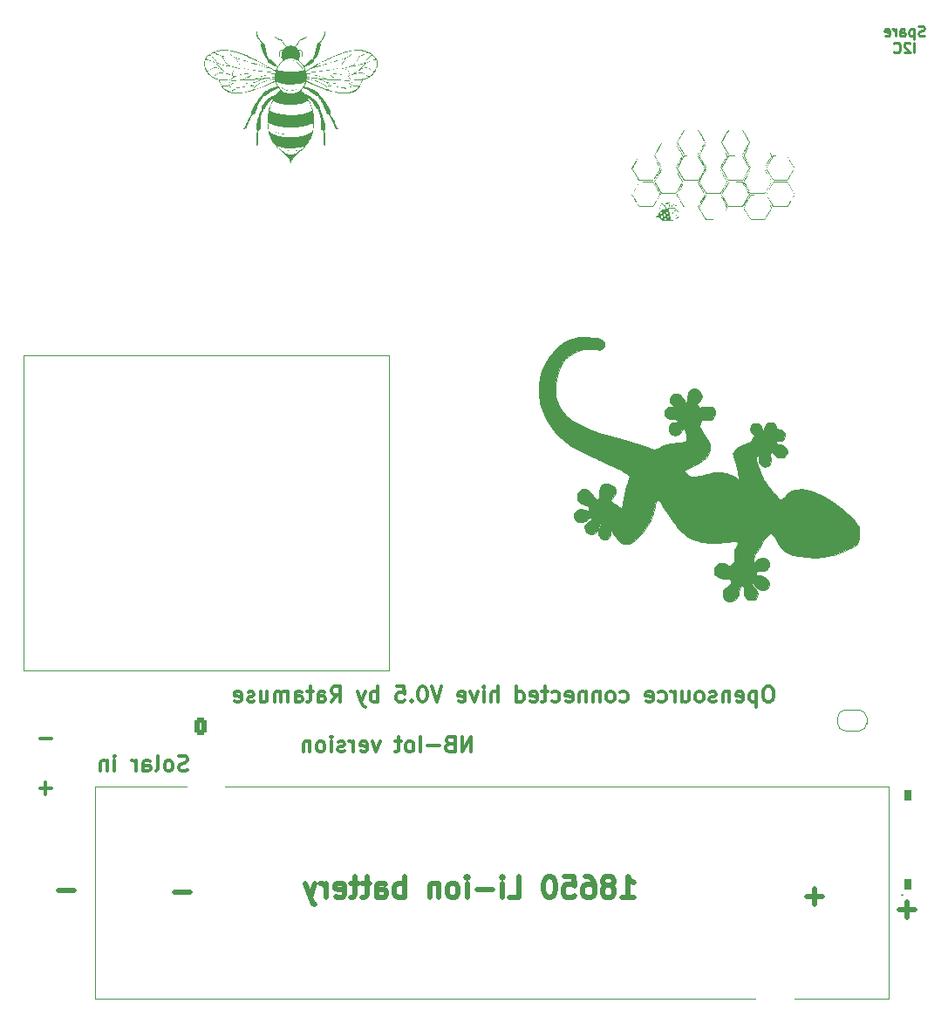
<source format=gbo>
G04 #@! TF.GenerationSoftware,KiCad,Pcbnew,8.0.3*
G04 #@! TF.CreationDate,2024-06-18T17:58:35+02:00*
G04 #@! TF.ProjectId,Open_beehive_scale_V0.5,4f70656e-5f62-4656-9568-6976655f7363,rev?*
G04 #@! TF.SameCoordinates,Original*
G04 #@! TF.FileFunction,Legend,Bot*
G04 #@! TF.FilePolarity,Positive*
%FSLAX46Y46*%
G04 Gerber Fmt 4.6, Leading zero omitted, Abs format (unit mm)*
G04 Created by KiCad (PCBNEW 8.0.3) date 2024-06-18 17:58:35*
%MOMM*%
%LPD*%
G01*
G04 APERTURE LIST*
G04 Aperture macros list*
%AMRoundRect*
0 Rectangle with rounded corners*
0 $1 Rounding radius*
0 $2 $3 $4 $5 $6 $7 $8 $9 X,Y pos of 4 corners*
0 Add a 4 corners polygon primitive as box body*
4,1,4,$2,$3,$4,$5,$6,$7,$8,$9,$2,$3,0*
0 Add four circle primitives for the rounded corners*
1,1,$1+$1,$2,$3*
1,1,$1+$1,$4,$5*
1,1,$1+$1,$6,$7*
1,1,$1+$1,$8,$9*
0 Add four rect primitives between the rounded corners*
20,1,$1+$1,$2,$3,$4,$5,0*
20,1,$1+$1,$4,$5,$6,$7,0*
20,1,$1+$1,$6,$7,$8,$9,0*
20,1,$1+$1,$8,$9,$2,$3,0*%
%AMFreePoly0*
4,1,19,0.500000,-0.750000,0.000000,-0.750000,0.000000,-0.744911,-0.071157,-0.744911,-0.207708,-0.704816,-0.327430,-0.627875,-0.420627,-0.520320,-0.479746,-0.390866,-0.500000,-0.250000,-0.500000,0.250000,-0.479746,0.390866,-0.420627,0.520320,-0.327430,0.627875,-0.207708,0.704816,-0.071157,0.744911,0.000000,0.744911,0.000000,0.750000,0.500000,0.750000,0.500000,-0.750000,0.500000,-0.750000,
$1*%
%AMFreePoly1*
4,1,19,0.000000,0.744911,0.071157,0.744911,0.207708,0.704816,0.327430,0.627875,0.420627,0.520320,0.479746,0.390866,0.500000,0.250000,0.500000,-0.250000,0.479746,-0.390866,0.420627,-0.520320,0.327430,-0.627875,0.207708,-0.704816,0.071157,-0.744911,0.000000,-0.744911,0.000000,-0.750000,-0.500000,-0.750000,-0.500000,0.750000,0.000000,0.750000,0.000000,0.744911,0.000000,0.744911,
$1*%
G04 Aperture macros list end*
%ADD10C,0.300000*%
%ADD11C,0.250000*%
%ADD12C,0.500000*%
%ADD13C,0.120000*%
%ADD14C,0.000000*%
%ADD15C,0.010000*%
%ADD16C,0.100000*%
%ADD17C,0.200000*%
%ADD18FreePoly0,180.000000*%
%ADD19FreePoly1,180.000000*%
%ADD20R,2.175000X2.175000*%
%ADD21C,2.175000*%
%ADD22R,1.650000X1.650000*%
%ADD23C,1.650000*%
%ADD24C,0.001000*%
%ADD25C,1.524000*%
%ADD26RoundRect,0.250000X0.350000X0.625000X-0.350000X0.625000X-0.350000X-0.625000X0.350000X-0.625000X0*%
%ADD27O,1.200000X1.750000*%
%ADD28C,0.670000*%
%ADD29RoundRect,0.500000X0.300000X-0.000010X0.300000X0.000010X-0.300000X0.000010X-0.300000X-0.000010X0*%
%ADD30C,1.980000*%
%ADD31C,5.325000*%
%ADD32C,3.585000*%
G04 APERTURE END LIST*
D10*
X115083081Y-123006900D02*
X114868796Y-123078328D01*
X114868796Y-123078328D02*
X114511653Y-123078328D01*
X114511653Y-123078328D02*
X114368796Y-123006900D01*
X114368796Y-123006900D02*
X114297367Y-122935471D01*
X114297367Y-122935471D02*
X114225938Y-122792614D01*
X114225938Y-122792614D02*
X114225938Y-122649757D01*
X114225938Y-122649757D02*
X114297367Y-122506900D01*
X114297367Y-122506900D02*
X114368796Y-122435471D01*
X114368796Y-122435471D02*
X114511653Y-122364042D01*
X114511653Y-122364042D02*
X114797367Y-122292614D01*
X114797367Y-122292614D02*
X114940224Y-122221185D01*
X114940224Y-122221185D02*
X115011653Y-122149757D01*
X115011653Y-122149757D02*
X115083081Y-122006900D01*
X115083081Y-122006900D02*
X115083081Y-121864042D01*
X115083081Y-121864042D02*
X115011653Y-121721185D01*
X115011653Y-121721185D02*
X114940224Y-121649757D01*
X114940224Y-121649757D02*
X114797367Y-121578328D01*
X114797367Y-121578328D02*
X114440224Y-121578328D01*
X114440224Y-121578328D02*
X114225938Y-121649757D01*
X113368796Y-123078328D02*
X113511653Y-123006900D01*
X113511653Y-123006900D02*
X113583082Y-122935471D01*
X113583082Y-122935471D02*
X113654510Y-122792614D01*
X113654510Y-122792614D02*
X113654510Y-122364042D01*
X113654510Y-122364042D02*
X113583082Y-122221185D01*
X113583082Y-122221185D02*
X113511653Y-122149757D01*
X113511653Y-122149757D02*
X113368796Y-122078328D01*
X113368796Y-122078328D02*
X113154510Y-122078328D01*
X113154510Y-122078328D02*
X113011653Y-122149757D01*
X113011653Y-122149757D02*
X112940225Y-122221185D01*
X112940225Y-122221185D02*
X112868796Y-122364042D01*
X112868796Y-122364042D02*
X112868796Y-122792614D01*
X112868796Y-122792614D02*
X112940225Y-122935471D01*
X112940225Y-122935471D02*
X113011653Y-123006900D01*
X113011653Y-123006900D02*
X113154510Y-123078328D01*
X113154510Y-123078328D02*
X113368796Y-123078328D01*
X112011653Y-123078328D02*
X112154510Y-123006900D01*
X112154510Y-123006900D02*
X112225939Y-122864042D01*
X112225939Y-122864042D02*
X112225939Y-121578328D01*
X110797368Y-123078328D02*
X110797368Y-122292614D01*
X110797368Y-122292614D02*
X110868796Y-122149757D01*
X110868796Y-122149757D02*
X111011653Y-122078328D01*
X111011653Y-122078328D02*
X111297368Y-122078328D01*
X111297368Y-122078328D02*
X111440225Y-122149757D01*
X110797368Y-123006900D02*
X110940225Y-123078328D01*
X110940225Y-123078328D02*
X111297368Y-123078328D01*
X111297368Y-123078328D02*
X111440225Y-123006900D01*
X111440225Y-123006900D02*
X111511653Y-122864042D01*
X111511653Y-122864042D02*
X111511653Y-122721185D01*
X111511653Y-122721185D02*
X111440225Y-122578328D01*
X111440225Y-122578328D02*
X111297368Y-122506900D01*
X111297368Y-122506900D02*
X110940225Y-122506900D01*
X110940225Y-122506900D02*
X110797368Y-122435471D01*
X110083082Y-123078328D02*
X110083082Y-122078328D01*
X110083082Y-122364042D02*
X110011653Y-122221185D01*
X110011653Y-122221185D02*
X109940225Y-122149757D01*
X109940225Y-122149757D02*
X109797367Y-122078328D01*
X109797367Y-122078328D02*
X109654510Y-122078328D01*
X108011654Y-123078328D02*
X108011654Y-122078328D01*
X108011654Y-121578328D02*
X108083082Y-121649757D01*
X108083082Y-121649757D02*
X108011654Y-121721185D01*
X108011654Y-121721185D02*
X107940225Y-121649757D01*
X107940225Y-121649757D02*
X108011654Y-121578328D01*
X108011654Y-121578328D02*
X108011654Y-121721185D01*
X107297368Y-122078328D02*
X107297368Y-123078328D01*
X107297368Y-122221185D02*
X107225939Y-122149757D01*
X107225939Y-122149757D02*
X107083082Y-122078328D01*
X107083082Y-122078328D02*
X106868796Y-122078328D01*
X106868796Y-122078328D02*
X106725939Y-122149757D01*
X106725939Y-122149757D02*
X106654511Y-122292614D01*
X106654511Y-122292614D02*
X106654511Y-123078328D01*
D11*
X186608571Y-51747028D02*
X186465714Y-51794647D01*
X186465714Y-51794647D02*
X186227619Y-51794647D01*
X186227619Y-51794647D02*
X186132381Y-51747028D01*
X186132381Y-51747028D02*
X186084762Y-51699408D01*
X186084762Y-51699408D02*
X186037143Y-51604170D01*
X186037143Y-51604170D02*
X186037143Y-51508932D01*
X186037143Y-51508932D02*
X186084762Y-51413694D01*
X186084762Y-51413694D02*
X186132381Y-51366075D01*
X186132381Y-51366075D02*
X186227619Y-51318456D01*
X186227619Y-51318456D02*
X186418095Y-51270837D01*
X186418095Y-51270837D02*
X186513333Y-51223218D01*
X186513333Y-51223218D02*
X186560952Y-51175599D01*
X186560952Y-51175599D02*
X186608571Y-51080361D01*
X186608571Y-51080361D02*
X186608571Y-50985123D01*
X186608571Y-50985123D02*
X186560952Y-50889885D01*
X186560952Y-50889885D02*
X186513333Y-50842266D01*
X186513333Y-50842266D02*
X186418095Y-50794647D01*
X186418095Y-50794647D02*
X186180000Y-50794647D01*
X186180000Y-50794647D02*
X186037143Y-50842266D01*
X185608571Y-51127980D02*
X185608571Y-52127980D01*
X185608571Y-51175599D02*
X185513333Y-51127980D01*
X185513333Y-51127980D02*
X185322857Y-51127980D01*
X185322857Y-51127980D02*
X185227619Y-51175599D01*
X185227619Y-51175599D02*
X185180000Y-51223218D01*
X185180000Y-51223218D02*
X185132381Y-51318456D01*
X185132381Y-51318456D02*
X185132381Y-51604170D01*
X185132381Y-51604170D02*
X185180000Y-51699408D01*
X185180000Y-51699408D02*
X185227619Y-51747028D01*
X185227619Y-51747028D02*
X185322857Y-51794647D01*
X185322857Y-51794647D02*
X185513333Y-51794647D01*
X185513333Y-51794647D02*
X185608571Y-51747028D01*
X184275238Y-51794647D02*
X184275238Y-51270837D01*
X184275238Y-51270837D02*
X184322857Y-51175599D01*
X184322857Y-51175599D02*
X184418095Y-51127980D01*
X184418095Y-51127980D02*
X184608571Y-51127980D01*
X184608571Y-51127980D02*
X184703809Y-51175599D01*
X184275238Y-51747028D02*
X184370476Y-51794647D01*
X184370476Y-51794647D02*
X184608571Y-51794647D01*
X184608571Y-51794647D02*
X184703809Y-51747028D01*
X184703809Y-51747028D02*
X184751428Y-51651789D01*
X184751428Y-51651789D02*
X184751428Y-51556551D01*
X184751428Y-51556551D02*
X184703809Y-51461313D01*
X184703809Y-51461313D02*
X184608571Y-51413694D01*
X184608571Y-51413694D02*
X184370476Y-51413694D01*
X184370476Y-51413694D02*
X184275238Y-51366075D01*
X183799047Y-51794647D02*
X183799047Y-51127980D01*
X183799047Y-51318456D02*
X183751428Y-51223218D01*
X183751428Y-51223218D02*
X183703809Y-51175599D01*
X183703809Y-51175599D02*
X183608571Y-51127980D01*
X183608571Y-51127980D02*
X183513333Y-51127980D01*
X182799047Y-51747028D02*
X182894285Y-51794647D01*
X182894285Y-51794647D02*
X183084761Y-51794647D01*
X183084761Y-51794647D02*
X183179999Y-51747028D01*
X183179999Y-51747028D02*
X183227618Y-51651789D01*
X183227618Y-51651789D02*
X183227618Y-51270837D01*
X183227618Y-51270837D02*
X183179999Y-51175599D01*
X183179999Y-51175599D02*
X183084761Y-51127980D01*
X183084761Y-51127980D02*
X182894285Y-51127980D01*
X182894285Y-51127980D02*
X182799047Y-51175599D01*
X182799047Y-51175599D02*
X182751428Y-51270837D01*
X182751428Y-51270837D02*
X182751428Y-51366075D01*
X182751428Y-51366075D02*
X183227618Y-51461313D01*
X185656189Y-53404591D02*
X185656189Y-52404591D01*
X185227618Y-52499829D02*
X185179999Y-52452210D01*
X185179999Y-52452210D02*
X185084761Y-52404591D01*
X185084761Y-52404591D02*
X184846666Y-52404591D01*
X184846666Y-52404591D02*
X184751428Y-52452210D01*
X184751428Y-52452210D02*
X184703809Y-52499829D01*
X184703809Y-52499829D02*
X184656190Y-52595067D01*
X184656190Y-52595067D02*
X184656190Y-52690305D01*
X184656190Y-52690305D02*
X184703809Y-52833162D01*
X184703809Y-52833162D02*
X185275237Y-53404591D01*
X185275237Y-53404591D02*
X184656190Y-53404591D01*
X183656190Y-53309352D02*
X183703809Y-53356972D01*
X183703809Y-53356972D02*
X183846666Y-53404591D01*
X183846666Y-53404591D02*
X183941904Y-53404591D01*
X183941904Y-53404591D02*
X184084761Y-53356972D01*
X184084761Y-53356972D02*
X184179999Y-53261733D01*
X184179999Y-53261733D02*
X184227618Y-53166495D01*
X184227618Y-53166495D02*
X184275237Y-52976019D01*
X184275237Y-52976019D02*
X184275237Y-52833162D01*
X184275237Y-52833162D02*
X184227618Y-52642686D01*
X184227618Y-52642686D02*
X184179999Y-52547448D01*
X184179999Y-52547448D02*
X184084761Y-52452210D01*
X184084761Y-52452210D02*
X183941904Y-52404591D01*
X183941904Y-52404591D02*
X183846666Y-52404591D01*
X183846666Y-52404591D02*
X183703809Y-52452210D01*
X183703809Y-52452210D02*
X183656190Y-52499829D01*
D12*
X184145137Y-136557333D02*
X185668947Y-136557333D01*
X184907042Y-137319238D02*
X184907042Y-135795428D01*
X113795137Y-134857333D02*
X115318947Y-134857333D01*
D10*
X171621427Y-114883412D02*
X171335713Y-114883412D01*
X171335713Y-114883412D02*
X171192856Y-114954841D01*
X171192856Y-114954841D02*
X171049999Y-115097698D01*
X171049999Y-115097698D02*
X170978570Y-115383412D01*
X170978570Y-115383412D02*
X170978570Y-115883412D01*
X170978570Y-115883412D02*
X171049999Y-116169126D01*
X171049999Y-116169126D02*
X171192856Y-116311984D01*
X171192856Y-116311984D02*
X171335713Y-116383412D01*
X171335713Y-116383412D02*
X171621427Y-116383412D01*
X171621427Y-116383412D02*
X171764285Y-116311984D01*
X171764285Y-116311984D02*
X171907142Y-116169126D01*
X171907142Y-116169126D02*
X171978570Y-115883412D01*
X171978570Y-115883412D02*
X171978570Y-115383412D01*
X171978570Y-115383412D02*
X171907142Y-115097698D01*
X171907142Y-115097698D02*
X171764285Y-114954841D01*
X171764285Y-114954841D02*
X171621427Y-114883412D01*
X170335713Y-115383412D02*
X170335713Y-116883412D01*
X170335713Y-115454841D02*
X170192856Y-115383412D01*
X170192856Y-115383412D02*
X169907141Y-115383412D01*
X169907141Y-115383412D02*
X169764284Y-115454841D01*
X169764284Y-115454841D02*
X169692856Y-115526269D01*
X169692856Y-115526269D02*
X169621427Y-115669126D01*
X169621427Y-115669126D02*
X169621427Y-116097698D01*
X169621427Y-116097698D02*
X169692856Y-116240555D01*
X169692856Y-116240555D02*
X169764284Y-116311984D01*
X169764284Y-116311984D02*
X169907141Y-116383412D01*
X169907141Y-116383412D02*
X170192856Y-116383412D01*
X170192856Y-116383412D02*
X170335713Y-116311984D01*
X168407141Y-116311984D02*
X168549998Y-116383412D01*
X168549998Y-116383412D02*
X168835713Y-116383412D01*
X168835713Y-116383412D02*
X168978570Y-116311984D01*
X168978570Y-116311984D02*
X169049998Y-116169126D01*
X169049998Y-116169126D02*
X169049998Y-115597698D01*
X169049998Y-115597698D02*
X168978570Y-115454841D01*
X168978570Y-115454841D02*
X168835713Y-115383412D01*
X168835713Y-115383412D02*
X168549998Y-115383412D01*
X168549998Y-115383412D02*
X168407141Y-115454841D01*
X168407141Y-115454841D02*
X168335713Y-115597698D01*
X168335713Y-115597698D02*
X168335713Y-115740555D01*
X168335713Y-115740555D02*
X169049998Y-115883412D01*
X167692856Y-115383412D02*
X167692856Y-116383412D01*
X167692856Y-115526269D02*
X167621427Y-115454841D01*
X167621427Y-115454841D02*
X167478570Y-115383412D01*
X167478570Y-115383412D02*
X167264284Y-115383412D01*
X167264284Y-115383412D02*
X167121427Y-115454841D01*
X167121427Y-115454841D02*
X167049999Y-115597698D01*
X167049999Y-115597698D02*
X167049999Y-116383412D01*
X166407141Y-116311984D02*
X166264284Y-116383412D01*
X166264284Y-116383412D02*
X165978570Y-116383412D01*
X165978570Y-116383412D02*
X165835713Y-116311984D01*
X165835713Y-116311984D02*
X165764284Y-116169126D01*
X165764284Y-116169126D02*
X165764284Y-116097698D01*
X165764284Y-116097698D02*
X165835713Y-115954841D01*
X165835713Y-115954841D02*
X165978570Y-115883412D01*
X165978570Y-115883412D02*
X166192856Y-115883412D01*
X166192856Y-115883412D02*
X166335713Y-115811984D01*
X166335713Y-115811984D02*
X166407141Y-115669126D01*
X166407141Y-115669126D02*
X166407141Y-115597698D01*
X166407141Y-115597698D02*
X166335713Y-115454841D01*
X166335713Y-115454841D02*
X166192856Y-115383412D01*
X166192856Y-115383412D02*
X165978570Y-115383412D01*
X165978570Y-115383412D02*
X165835713Y-115454841D01*
X164907141Y-116383412D02*
X165049998Y-116311984D01*
X165049998Y-116311984D02*
X165121427Y-116240555D01*
X165121427Y-116240555D02*
X165192855Y-116097698D01*
X165192855Y-116097698D02*
X165192855Y-115669126D01*
X165192855Y-115669126D02*
X165121427Y-115526269D01*
X165121427Y-115526269D02*
X165049998Y-115454841D01*
X165049998Y-115454841D02*
X164907141Y-115383412D01*
X164907141Y-115383412D02*
X164692855Y-115383412D01*
X164692855Y-115383412D02*
X164549998Y-115454841D01*
X164549998Y-115454841D02*
X164478570Y-115526269D01*
X164478570Y-115526269D02*
X164407141Y-115669126D01*
X164407141Y-115669126D02*
X164407141Y-116097698D01*
X164407141Y-116097698D02*
X164478570Y-116240555D01*
X164478570Y-116240555D02*
X164549998Y-116311984D01*
X164549998Y-116311984D02*
X164692855Y-116383412D01*
X164692855Y-116383412D02*
X164907141Y-116383412D01*
X163121427Y-115383412D02*
X163121427Y-116383412D01*
X163764284Y-115383412D02*
X163764284Y-116169126D01*
X163764284Y-116169126D02*
X163692855Y-116311984D01*
X163692855Y-116311984D02*
X163549998Y-116383412D01*
X163549998Y-116383412D02*
X163335712Y-116383412D01*
X163335712Y-116383412D02*
X163192855Y-116311984D01*
X163192855Y-116311984D02*
X163121427Y-116240555D01*
X162407141Y-116383412D02*
X162407141Y-115383412D01*
X162407141Y-115669126D02*
X162335712Y-115526269D01*
X162335712Y-115526269D02*
X162264284Y-115454841D01*
X162264284Y-115454841D02*
X162121426Y-115383412D01*
X162121426Y-115383412D02*
X161978569Y-115383412D01*
X160835713Y-116311984D02*
X160978570Y-116383412D01*
X160978570Y-116383412D02*
X161264284Y-116383412D01*
X161264284Y-116383412D02*
X161407141Y-116311984D01*
X161407141Y-116311984D02*
X161478570Y-116240555D01*
X161478570Y-116240555D02*
X161549998Y-116097698D01*
X161549998Y-116097698D02*
X161549998Y-115669126D01*
X161549998Y-115669126D02*
X161478570Y-115526269D01*
X161478570Y-115526269D02*
X161407141Y-115454841D01*
X161407141Y-115454841D02*
X161264284Y-115383412D01*
X161264284Y-115383412D02*
X160978570Y-115383412D01*
X160978570Y-115383412D02*
X160835713Y-115454841D01*
X159621427Y-116311984D02*
X159764284Y-116383412D01*
X159764284Y-116383412D02*
X160049999Y-116383412D01*
X160049999Y-116383412D02*
X160192856Y-116311984D01*
X160192856Y-116311984D02*
X160264284Y-116169126D01*
X160264284Y-116169126D02*
X160264284Y-115597698D01*
X160264284Y-115597698D02*
X160192856Y-115454841D01*
X160192856Y-115454841D02*
X160049999Y-115383412D01*
X160049999Y-115383412D02*
X159764284Y-115383412D01*
X159764284Y-115383412D02*
X159621427Y-115454841D01*
X159621427Y-115454841D02*
X159549999Y-115597698D01*
X159549999Y-115597698D02*
X159549999Y-115740555D01*
X159549999Y-115740555D02*
X160264284Y-115883412D01*
X157121428Y-116311984D02*
X157264285Y-116383412D01*
X157264285Y-116383412D02*
X157549999Y-116383412D01*
X157549999Y-116383412D02*
X157692856Y-116311984D01*
X157692856Y-116311984D02*
X157764285Y-116240555D01*
X157764285Y-116240555D02*
X157835713Y-116097698D01*
X157835713Y-116097698D02*
X157835713Y-115669126D01*
X157835713Y-115669126D02*
X157764285Y-115526269D01*
X157764285Y-115526269D02*
X157692856Y-115454841D01*
X157692856Y-115454841D02*
X157549999Y-115383412D01*
X157549999Y-115383412D02*
X157264285Y-115383412D01*
X157264285Y-115383412D02*
X157121428Y-115454841D01*
X156264285Y-116383412D02*
X156407142Y-116311984D01*
X156407142Y-116311984D02*
X156478571Y-116240555D01*
X156478571Y-116240555D02*
X156549999Y-116097698D01*
X156549999Y-116097698D02*
X156549999Y-115669126D01*
X156549999Y-115669126D02*
X156478571Y-115526269D01*
X156478571Y-115526269D02*
X156407142Y-115454841D01*
X156407142Y-115454841D02*
X156264285Y-115383412D01*
X156264285Y-115383412D02*
X156049999Y-115383412D01*
X156049999Y-115383412D02*
X155907142Y-115454841D01*
X155907142Y-115454841D02*
X155835714Y-115526269D01*
X155835714Y-115526269D02*
X155764285Y-115669126D01*
X155764285Y-115669126D02*
X155764285Y-116097698D01*
X155764285Y-116097698D02*
X155835714Y-116240555D01*
X155835714Y-116240555D02*
X155907142Y-116311984D01*
X155907142Y-116311984D02*
X156049999Y-116383412D01*
X156049999Y-116383412D02*
X156264285Y-116383412D01*
X155121428Y-115383412D02*
X155121428Y-116383412D01*
X155121428Y-115526269D02*
X155049999Y-115454841D01*
X155049999Y-115454841D02*
X154907142Y-115383412D01*
X154907142Y-115383412D02*
X154692856Y-115383412D01*
X154692856Y-115383412D02*
X154549999Y-115454841D01*
X154549999Y-115454841D02*
X154478571Y-115597698D01*
X154478571Y-115597698D02*
X154478571Y-116383412D01*
X153764285Y-115383412D02*
X153764285Y-116383412D01*
X153764285Y-115526269D02*
X153692856Y-115454841D01*
X153692856Y-115454841D02*
X153549999Y-115383412D01*
X153549999Y-115383412D02*
X153335713Y-115383412D01*
X153335713Y-115383412D02*
X153192856Y-115454841D01*
X153192856Y-115454841D02*
X153121428Y-115597698D01*
X153121428Y-115597698D02*
X153121428Y-116383412D01*
X151835713Y-116311984D02*
X151978570Y-116383412D01*
X151978570Y-116383412D02*
X152264285Y-116383412D01*
X152264285Y-116383412D02*
X152407142Y-116311984D01*
X152407142Y-116311984D02*
X152478570Y-116169126D01*
X152478570Y-116169126D02*
X152478570Y-115597698D01*
X152478570Y-115597698D02*
X152407142Y-115454841D01*
X152407142Y-115454841D02*
X152264285Y-115383412D01*
X152264285Y-115383412D02*
X151978570Y-115383412D01*
X151978570Y-115383412D02*
X151835713Y-115454841D01*
X151835713Y-115454841D02*
X151764285Y-115597698D01*
X151764285Y-115597698D02*
X151764285Y-115740555D01*
X151764285Y-115740555D02*
X152478570Y-115883412D01*
X150478571Y-116311984D02*
X150621428Y-116383412D01*
X150621428Y-116383412D02*
X150907142Y-116383412D01*
X150907142Y-116383412D02*
X151049999Y-116311984D01*
X151049999Y-116311984D02*
X151121428Y-116240555D01*
X151121428Y-116240555D02*
X151192856Y-116097698D01*
X151192856Y-116097698D02*
X151192856Y-115669126D01*
X151192856Y-115669126D02*
X151121428Y-115526269D01*
X151121428Y-115526269D02*
X151049999Y-115454841D01*
X151049999Y-115454841D02*
X150907142Y-115383412D01*
X150907142Y-115383412D02*
X150621428Y-115383412D01*
X150621428Y-115383412D02*
X150478571Y-115454841D01*
X150049999Y-115383412D02*
X149478571Y-115383412D01*
X149835714Y-114883412D02*
X149835714Y-116169126D01*
X149835714Y-116169126D02*
X149764285Y-116311984D01*
X149764285Y-116311984D02*
X149621428Y-116383412D01*
X149621428Y-116383412D02*
X149478571Y-116383412D01*
X148407142Y-116311984D02*
X148549999Y-116383412D01*
X148549999Y-116383412D02*
X148835714Y-116383412D01*
X148835714Y-116383412D02*
X148978571Y-116311984D01*
X148978571Y-116311984D02*
X149049999Y-116169126D01*
X149049999Y-116169126D02*
X149049999Y-115597698D01*
X149049999Y-115597698D02*
X148978571Y-115454841D01*
X148978571Y-115454841D02*
X148835714Y-115383412D01*
X148835714Y-115383412D02*
X148549999Y-115383412D01*
X148549999Y-115383412D02*
X148407142Y-115454841D01*
X148407142Y-115454841D02*
X148335714Y-115597698D01*
X148335714Y-115597698D02*
X148335714Y-115740555D01*
X148335714Y-115740555D02*
X149049999Y-115883412D01*
X147050000Y-116383412D02*
X147050000Y-114883412D01*
X147050000Y-116311984D02*
X147192857Y-116383412D01*
X147192857Y-116383412D02*
X147478571Y-116383412D01*
X147478571Y-116383412D02*
X147621428Y-116311984D01*
X147621428Y-116311984D02*
X147692857Y-116240555D01*
X147692857Y-116240555D02*
X147764285Y-116097698D01*
X147764285Y-116097698D02*
X147764285Y-115669126D01*
X147764285Y-115669126D02*
X147692857Y-115526269D01*
X147692857Y-115526269D02*
X147621428Y-115454841D01*
X147621428Y-115454841D02*
X147478571Y-115383412D01*
X147478571Y-115383412D02*
X147192857Y-115383412D01*
X147192857Y-115383412D02*
X147050000Y-115454841D01*
X145192857Y-116383412D02*
X145192857Y-114883412D01*
X144550000Y-116383412D02*
X144550000Y-115597698D01*
X144550000Y-115597698D02*
X144621428Y-115454841D01*
X144621428Y-115454841D02*
X144764285Y-115383412D01*
X144764285Y-115383412D02*
X144978571Y-115383412D01*
X144978571Y-115383412D02*
X145121428Y-115454841D01*
X145121428Y-115454841D02*
X145192857Y-115526269D01*
X143835714Y-116383412D02*
X143835714Y-115383412D01*
X143835714Y-114883412D02*
X143907142Y-114954841D01*
X143907142Y-114954841D02*
X143835714Y-115026269D01*
X143835714Y-115026269D02*
X143764285Y-114954841D01*
X143764285Y-114954841D02*
X143835714Y-114883412D01*
X143835714Y-114883412D02*
X143835714Y-115026269D01*
X143264285Y-115383412D02*
X142907142Y-116383412D01*
X142907142Y-116383412D02*
X142549999Y-115383412D01*
X141407142Y-116311984D02*
X141549999Y-116383412D01*
X141549999Y-116383412D02*
X141835714Y-116383412D01*
X141835714Y-116383412D02*
X141978571Y-116311984D01*
X141978571Y-116311984D02*
X142049999Y-116169126D01*
X142049999Y-116169126D02*
X142049999Y-115597698D01*
X142049999Y-115597698D02*
X141978571Y-115454841D01*
X141978571Y-115454841D02*
X141835714Y-115383412D01*
X141835714Y-115383412D02*
X141549999Y-115383412D01*
X141549999Y-115383412D02*
X141407142Y-115454841D01*
X141407142Y-115454841D02*
X141335714Y-115597698D01*
X141335714Y-115597698D02*
X141335714Y-115740555D01*
X141335714Y-115740555D02*
X142049999Y-115883412D01*
X139764285Y-114883412D02*
X139264285Y-116383412D01*
X139264285Y-116383412D02*
X138764285Y-114883412D01*
X137978571Y-114883412D02*
X137835714Y-114883412D01*
X137835714Y-114883412D02*
X137692857Y-114954841D01*
X137692857Y-114954841D02*
X137621429Y-115026269D01*
X137621429Y-115026269D02*
X137550000Y-115169126D01*
X137550000Y-115169126D02*
X137478571Y-115454841D01*
X137478571Y-115454841D02*
X137478571Y-115811984D01*
X137478571Y-115811984D02*
X137550000Y-116097698D01*
X137550000Y-116097698D02*
X137621429Y-116240555D01*
X137621429Y-116240555D02*
X137692857Y-116311984D01*
X137692857Y-116311984D02*
X137835714Y-116383412D01*
X137835714Y-116383412D02*
X137978571Y-116383412D01*
X137978571Y-116383412D02*
X138121429Y-116311984D01*
X138121429Y-116311984D02*
X138192857Y-116240555D01*
X138192857Y-116240555D02*
X138264286Y-116097698D01*
X138264286Y-116097698D02*
X138335714Y-115811984D01*
X138335714Y-115811984D02*
X138335714Y-115454841D01*
X138335714Y-115454841D02*
X138264286Y-115169126D01*
X138264286Y-115169126D02*
X138192857Y-115026269D01*
X138192857Y-115026269D02*
X138121429Y-114954841D01*
X138121429Y-114954841D02*
X137978571Y-114883412D01*
X136835715Y-116240555D02*
X136764286Y-116311984D01*
X136764286Y-116311984D02*
X136835715Y-116383412D01*
X136835715Y-116383412D02*
X136907143Y-116311984D01*
X136907143Y-116311984D02*
X136835715Y-116240555D01*
X136835715Y-116240555D02*
X136835715Y-116383412D01*
X135407143Y-114883412D02*
X136121429Y-114883412D01*
X136121429Y-114883412D02*
X136192857Y-115597698D01*
X136192857Y-115597698D02*
X136121429Y-115526269D01*
X136121429Y-115526269D02*
X135978572Y-115454841D01*
X135978572Y-115454841D02*
X135621429Y-115454841D01*
X135621429Y-115454841D02*
X135478572Y-115526269D01*
X135478572Y-115526269D02*
X135407143Y-115597698D01*
X135407143Y-115597698D02*
X135335714Y-115740555D01*
X135335714Y-115740555D02*
X135335714Y-116097698D01*
X135335714Y-116097698D02*
X135407143Y-116240555D01*
X135407143Y-116240555D02*
X135478572Y-116311984D01*
X135478572Y-116311984D02*
X135621429Y-116383412D01*
X135621429Y-116383412D02*
X135978572Y-116383412D01*
X135978572Y-116383412D02*
X136121429Y-116311984D01*
X136121429Y-116311984D02*
X136192857Y-116240555D01*
X133550001Y-116383412D02*
X133550001Y-114883412D01*
X133550001Y-115454841D02*
X133407144Y-115383412D01*
X133407144Y-115383412D02*
X133121429Y-115383412D01*
X133121429Y-115383412D02*
X132978572Y-115454841D01*
X132978572Y-115454841D02*
X132907144Y-115526269D01*
X132907144Y-115526269D02*
X132835715Y-115669126D01*
X132835715Y-115669126D02*
X132835715Y-116097698D01*
X132835715Y-116097698D02*
X132907144Y-116240555D01*
X132907144Y-116240555D02*
X132978572Y-116311984D01*
X132978572Y-116311984D02*
X133121429Y-116383412D01*
X133121429Y-116383412D02*
X133407144Y-116383412D01*
X133407144Y-116383412D02*
X133550001Y-116311984D01*
X132335715Y-115383412D02*
X131978572Y-116383412D01*
X131621429Y-115383412D02*
X131978572Y-116383412D01*
X131978572Y-116383412D02*
X132121429Y-116740555D01*
X132121429Y-116740555D02*
X132192858Y-116811984D01*
X132192858Y-116811984D02*
X132335715Y-116883412D01*
X129050001Y-116383412D02*
X129550001Y-115669126D01*
X129907144Y-116383412D02*
X129907144Y-114883412D01*
X129907144Y-114883412D02*
X129335715Y-114883412D01*
X129335715Y-114883412D02*
X129192858Y-114954841D01*
X129192858Y-114954841D02*
X129121429Y-115026269D01*
X129121429Y-115026269D02*
X129050001Y-115169126D01*
X129050001Y-115169126D02*
X129050001Y-115383412D01*
X129050001Y-115383412D02*
X129121429Y-115526269D01*
X129121429Y-115526269D02*
X129192858Y-115597698D01*
X129192858Y-115597698D02*
X129335715Y-115669126D01*
X129335715Y-115669126D02*
X129907144Y-115669126D01*
X127764287Y-116383412D02*
X127764287Y-115597698D01*
X127764287Y-115597698D02*
X127835715Y-115454841D01*
X127835715Y-115454841D02*
X127978572Y-115383412D01*
X127978572Y-115383412D02*
X128264287Y-115383412D01*
X128264287Y-115383412D02*
X128407144Y-115454841D01*
X127764287Y-116311984D02*
X127907144Y-116383412D01*
X127907144Y-116383412D02*
X128264287Y-116383412D01*
X128264287Y-116383412D02*
X128407144Y-116311984D01*
X128407144Y-116311984D02*
X128478572Y-116169126D01*
X128478572Y-116169126D02*
X128478572Y-116026269D01*
X128478572Y-116026269D02*
X128407144Y-115883412D01*
X128407144Y-115883412D02*
X128264287Y-115811984D01*
X128264287Y-115811984D02*
X127907144Y-115811984D01*
X127907144Y-115811984D02*
X127764287Y-115740555D01*
X127264286Y-115383412D02*
X126692858Y-115383412D01*
X127050001Y-114883412D02*
X127050001Y-116169126D01*
X127050001Y-116169126D02*
X126978572Y-116311984D01*
X126978572Y-116311984D02*
X126835715Y-116383412D01*
X126835715Y-116383412D02*
X126692858Y-116383412D01*
X125550001Y-116383412D02*
X125550001Y-115597698D01*
X125550001Y-115597698D02*
X125621429Y-115454841D01*
X125621429Y-115454841D02*
X125764286Y-115383412D01*
X125764286Y-115383412D02*
X126050001Y-115383412D01*
X126050001Y-115383412D02*
X126192858Y-115454841D01*
X125550001Y-116311984D02*
X125692858Y-116383412D01*
X125692858Y-116383412D02*
X126050001Y-116383412D01*
X126050001Y-116383412D02*
X126192858Y-116311984D01*
X126192858Y-116311984D02*
X126264286Y-116169126D01*
X126264286Y-116169126D02*
X126264286Y-116026269D01*
X126264286Y-116026269D02*
X126192858Y-115883412D01*
X126192858Y-115883412D02*
X126050001Y-115811984D01*
X126050001Y-115811984D02*
X125692858Y-115811984D01*
X125692858Y-115811984D02*
X125550001Y-115740555D01*
X124835715Y-116383412D02*
X124835715Y-115383412D01*
X124835715Y-115526269D02*
X124764286Y-115454841D01*
X124764286Y-115454841D02*
X124621429Y-115383412D01*
X124621429Y-115383412D02*
X124407143Y-115383412D01*
X124407143Y-115383412D02*
X124264286Y-115454841D01*
X124264286Y-115454841D02*
X124192858Y-115597698D01*
X124192858Y-115597698D02*
X124192858Y-116383412D01*
X124192858Y-115597698D02*
X124121429Y-115454841D01*
X124121429Y-115454841D02*
X123978572Y-115383412D01*
X123978572Y-115383412D02*
X123764286Y-115383412D01*
X123764286Y-115383412D02*
X123621429Y-115454841D01*
X123621429Y-115454841D02*
X123550000Y-115597698D01*
X123550000Y-115597698D02*
X123550000Y-116383412D01*
X122192858Y-115383412D02*
X122192858Y-116383412D01*
X122835715Y-115383412D02*
X122835715Y-116169126D01*
X122835715Y-116169126D02*
X122764286Y-116311984D01*
X122764286Y-116311984D02*
X122621429Y-116383412D01*
X122621429Y-116383412D02*
X122407143Y-116383412D01*
X122407143Y-116383412D02*
X122264286Y-116311984D01*
X122264286Y-116311984D02*
X122192858Y-116240555D01*
X121550000Y-116311984D02*
X121407143Y-116383412D01*
X121407143Y-116383412D02*
X121121429Y-116383412D01*
X121121429Y-116383412D02*
X120978572Y-116311984D01*
X120978572Y-116311984D02*
X120907143Y-116169126D01*
X120907143Y-116169126D02*
X120907143Y-116097698D01*
X120907143Y-116097698D02*
X120978572Y-115954841D01*
X120978572Y-115954841D02*
X121121429Y-115883412D01*
X121121429Y-115883412D02*
X121335715Y-115883412D01*
X121335715Y-115883412D02*
X121478572Y-115811984D01*
X121478572Y-115811984D02*
X121550000Y-115669126D01*
X121550000Y-115669126D02*
X121550000Y-115597698D01*
X121550000Y-115597698D02*
X121478572Y-115454841D01*
X121478572Y-115454841D02*
X121335715Y-115383412D01*
X121335715Y-115383412D02*
X121121429Y-115383412D01*
X121121429Y-115383412D02*
X120978572Y-115454841D01*
X119692857Y-116311984D02*
X119835714Y-116383412D01*
X119835714Y-116383412D02*
X120121429Y-116383412D01*
X120121429Y-116383412D02*
X120264286Y-116311984D01*
X120264286Y-116311984D02*
X120335714Y-116169126D01*
X120335714Y-116169126D02*
X120335714Y-115597698D01*
X120335714Y-115597698D02*
X120264286Y-115454841D01*
X120264286Y-115454841D02*
X120121429Y-115383412D01*
X120121429Y-115383412D02*
X119835714Y-115383412D01*
X119835714Y-115383412D02*
X119692857Y-115454841D01*
X119692857Y-115454841D02*
X119621429Y-115597698D01*
X119621429Y-115597698D02*
X119621429Y-115740555D01*
X119621429Y-115740555D02*
X120335714Y-115883412D01*
X142621428Y-121213244D02*
X142621428Y-119713244D01*
X142621428Y-119713244D02*
X141764285Y-121213244D01*
X141764285Y-121213244D02*
X141764285Y-119713244D01*
X140549999Y-120427530D02*
X140335713Y-120498958D01*
X140335713Y-120498958D02*
X140264284Y-120570387D01*
X140264284Y-120570387D02*
X140192856Y-120713244D01*
X140192856Y-120713244D02*
X140192856Y-120927530D01*
X140192856Y-120927530D02*
X140264284Y-121070387D01*
X140264284Y-121070387D02*
X140335713Y-121141816D01*
X140335713Y-121141816D02*
X140478570Y-121213244D01*
X140478570Y-121213244D02*
X141049999Y-121213244D01*
X141049999Y-121213244D02*
X141049999Y-119713244D01*
X141049999Y-119713244D02*
X140549999Y-119713244D01*
X140549999Y-119713244D02*
X140407142Y-119784673D01*
X140407142Y-119784673D02*
X140335713Y-119856101D01*
X140335713Y-119856101D02*
X140264284Y-119998958D01*
X140264284Y-119998958D02*
X140264284Y-120141816D01*
X140264284Y-120141816D02*
X140335713Y-120284673D01*
X140335713Y-120284673D02*
X140407142Y-120356101D01*
X140407142Y-120356101D02*
X140549999Y-120427530D01*
X140549999Y-120427530D02*
X141049999Y-120427530D01*
X139549999Y-120641816D02*
X138407142Y-120641816D01*
X137692856Y-121213244D02*
X137692856Y-119713244D01*
X136764284Y-121213244D02*
X136907141Y-121141816D01*
X136907141Y-121141816D02*
X136978570Y-121070387D01*
X136978570Y-121070387D02*
X137049998Y-120927530D01*
X137049998Y-120927530D02*
X137049998Y-120498958D01*
X137049998Y-120498958D02*
X136978570Y-120356101D01*
X136978570Y-120356101D02*
X136907141Y-120284673D01*
X136907141Y-120284673D02*
X136764284Y-120213244D01*
X136764284Y-120213244D02*
X136549998Y-120213244D01*
X136549998Y-120213244D02*
X136407141Y-120284673D01*
X136407141Y-120284673D02*
X136335713Y-120356101D01*
X136335713Y-120356101D02*
X136264284Y-120498958D01*
X136264284Y-120498958D02*
X136264284Y-120927530D01*
X136264284Y-120927530D02*
X136335713Y-121070387D01*
X136335713Y-121070387D02*
X136407141Y-121141816D01*
X136407141Y-121141816D02*
X136549998Y-121213244D01*
X136549998Y-121213244D02*
X136764284Y-121213244D01*
X135835712Y-120213244D02*
X135264284Y-120213244D01*
X135621427Y-119713244D02*
X135621427Y-120998958D01*
X135621427Y-120998958D02*
X135549998Y-121141816D01*
X135549998Y-121141816D02*
X135407141Y-121213244D01*
X135407141Y-121213244D02*
X135264284Y-121213244D01*
X133764284Y-120213244D02*
X133407141Y-121213244D01*
X133407141Y-121213244D02*
X133049998Y-120213244D01*
X131907141Y-121141816D02*
X132049998Y-121213244D01*
X132049998Y-121213244D02*
X132335713Y-121213244D01*
X132335713Y-121213244D02*
X132478570Y-121141816D01*
X132478570Y-121141816D02*
X132549998Y-120998958D01*
X132549998Y-120998958D02*
X132549998Y-120427530D01*
X132549998Y-120427530D02*
X132478570Y-120284673D01*
X132478570Y-120284673D02*
X132335713Y-120213244D01*
X132335713Y-120213244D02*
X132049998Y-120213244D01*
X132049998Y-120213244D02*
X131907141Y-120284673D01*
X131907141Y-120284673D02*
X131835713Y-120427530D01*
X131835713Y-120427530D02*
X131835713Y-120570387D01*
X131835713Y-120570387D02*
X132549998Y-120713244D01*
X131192856Y-121213244D02*
X131192856Y-120213244D01*
X131192856Y-120498958D02*
X131121427Y-120356101D01*
X131121427Y-120356101D02*
X131049999Y-120284673D01*
X131049999Y-120284673D02*
X130907141Y-120213244D01*
X130907141Y-120213244D02*
X130764284Y-120213244D01*
X130335713Y-121141816D02*
X130192856Y-121213244D01*
X130192856Y-121213244D02*
X129907142Y-121213244D01*
X129907142Y-121213244D02*
X129764285Y-121141816D01*
X129764285Y-121141816D02*
X129692856Y-120998958D01*
X129692856Y-120998958D02*
X129692856Y-120927530D01*
X129692856Y-120927530D02*
X129764285Y-120784673D01*
X129764285Y-120784673D02*
X129907142Y-120713244D01*
X129907142Y-120713244D02*
X130121428Y-120713244D01*
X130121428Y-120713244D02*
X130264285Y-120641816D01*
X130264285Y-120641816D02*
X130335713Y-120498958D01*
X130335713Y-120498958D02*
X130335713Y-120427530D01*
X130335713Y-120427530D02*
X130264285Y-120284673D01*
X130264285Y-120284673D02*
X130121428Y-120213244D01*
X130121428Y-120213244D02*
X129907142Y-120213244D01*
X129907142Y-120213244D02*
X129764285Y-120284673D01*
X129049999Y-121213244D02*
X129049999Y-120213244D01*
X129049999Y-119713244D02*
X129121427Y-119784673D01*
X129121427Y-119784673D02*
X129049999Y-119856101D01*
X129049999Y-119856101D02*
X128978570Y-119784673D01*
X128978570Y-119784673D02*
X129049999Y-119713244D01*
X129049999Y-119713244D02*
X129049999Y-119856101D01*
X128121427Y-121213244D02*
X128264284Y-121141816D01*
X128264284Y-121141816D02*
X128335713Y-121070387D01*
X128335713Y-121070387D02*
X128407141Y-120927530D01*
X128407141Y-120927530D02*
X128407141Y-120498958D01*
X128407141Y-120498958D02*
X128335713Y-120356101D01*
X128335713Y-120356101D02*
X128264284Y-120284673D01*
X128264284Y-120284673D02*
X128121427Y-120213244D01*
X128121427Y-120213244D02*
X127907141Y-120213244D01*
X127907141Y-120213244D02*
X127764284Y-120284673D01*
X127764284Y-120284673D02*
X127692856Y-120356101D01*
X127692856Y-120356101D02*
X127621427Y-120498958D01*
X127621427Y-120498958D02*
X127621427Y-120927530D01*
X127621427Y-120927530D02*
X127692856Y-121070387D01*
X127692856Y-121070387D02*
X127764284Y-121141816D01*
X127764284Y-121141816D02*
X127907141Y-121213244D01*
X127907141Y-121213244D02*
X128121427Y-121213244D01*
X126978570Y-120213244D02*
X126978570Y-121213244D01*
X126978570Y-120356101D02*
X126907141Y-120284673D01*
X126907141Y-120284673D02*
X126764284Y-120213244D01*
X126764284Y-120213244D02*
X126549998Y-120213244D01*
X126549998Y-120213244D02*
X126407141Y-120284673D01*
X126407141Y-120284673D02*
X126335713Y-120427530D01*
X126335713Y-120427530D02*
X126335713Y-121213244D01*
X101897368Y-119921984D02*
X100754511Y-119921984D01*
X101897368Y-124751816D02*
X100754511Y-124751816D01*
X101325939Y-125323244D02*
X101325939Y-124180387D01*
D12*
X175205137Y-135217333D02*
X176728947Y-135217333D01*
X175967042Y-135979238D02*
X175967042Y-134455428D01*
X102585137Y-134657333D02*
X104108947Y-134657333D01*
X157281905Y-135319238D02*
X158424762Y-135319238D01*
X157853334Y-135319238D02*
X157853334Y-133319238D01*
X157853334Y-133319238D02*
X158043810Y-133604952D01*
X158043810Y-133604952D02*
X158234286Y-133795428D01*
X158234286Y-133795428D02*
X158424762Y-133890666D01*
X156139048Y-134176380D02*
X156329524Y-134081142D01*
X156329524Y-134081142D02*
X156424762Y-133985904D01*
X156424762Y-133985904D02*
X156520000Y-133795428D01*
X156520000Y-133795428D02*
X156520000Y-133700190D01*
X156520000Y-133700190D02*
X156424762Y-133509714D01*
X156424762Y-133509714D02*
X156329524Y-133414476D01*
X156329524Y-133414476D02*
X156139048Y-133319238D01*
X156139048Y-133319238D02*
X155758095Y-133319238D01*
X155758095Y-133319238D02*
X155567619Y-133414476D01*
X155567619Y-133414476D02*
X155472381Y-133509714D01*
X155472381Y-133509714D02*
X155377143Y-133700190D01*
X155377143Y-133700190D02*
X155377143Y-133795428D01*
X155377143Y-133795428D02*
X155472381Y-133985904D01*
X155472381Y-133985904D02*
X155567619Y-134081142D01*
X155567619Y-134081142D02*
X155758095Y-134176380D01*
X155758095Y-134176380D02*
X156139048Y-134176380D01*
X156139048Y-134176380D02*
X156329524Y-134271619D01*
X156329524Y-134271619D02*
X156424762Y-134366857D01*
X156424762Y-134366857D02*
X156520000Y-134557333D01*
X156520000Y-134557333D02*
X156520000Y-134938285D01*
X156520000Y-134938285D02*
X156424762Y-135128761D01*
X156424762Y-135128761D02*
X156329524Y-135224000D01*
X156329524Y-135224000D02*
X156139048Y-135319238D01*
X156139048Y-135319238D02*
X155758095Y-135319238D01*
X155758095Y-135319238D02*
X155567619Y-135224000D01*
X155567619Y-135224000D02*
X155472381Y-135128761D01*
X155472381Y-135128761D02*
X155377143Y-134938285D01*
X155377143Y-134938285D02*
X155377143Y-134557333D01*
X155377143Y-134557333D02*
X155472381Y-134366857D01*
X155472381Y-134366857D02*
X155567619Y-134271619D01*
X155567619Y-134271619D02*
X155758095Y-134176380D01*
X153662857Y-133319238D02*
X154043810Y-133319238D01*
X154043810Y-133319238D02*
X154234286Y-133414476D01*
X154234286Y-133414476D02*
X154329524Y-133509714D01*
X154329524Y-133509714D02*
X154520000Y-133795428D01*
X154520000Y-133795428D02*
X154615238Y-134176380D01*
X154615238Y-134176380D02*
X154615238Y-134938285D01*
X154615238Y-134938285D02*
X154520000Y-135128761D01*
X154520000Y-135128761D02*
X154424762Y-135224000D01*
X154424762Y-135224000D02*
X154234286Y-135319238D01*
X154234286Y-135319238D02*
X153853333Y-135319238D01*
X153853333Y-135319238D02*
X153662857Y-135224000D01*
X153662857Y-135224000D02*
X153567619Y-135128761D01*
X153567619Y-135128761D02*
X153472381Y-134938285D01*
X153472381Y-134938285D02*
X153472381Y-134462095D01*
X153472381Y-134462095D02*
X153567619Y-134271619D01*
X153567619Y-134271619D02*
X153662857Y-134176380D01*
X153662857Y-134176380D02*
X153853333Y-134081142D01*
X153853333Y-134081142D02*
X154234286Y-134081142D01*
X154234286Y-134081142D02*
X154424762Y-134176380D01*
X154424762Y-134176380D02*
X154520000Y-134271619D01*
X154520000Y-134271619D02*
X154615238Y-134462095D01*
X151662857Y-133319238D02*
X152615238Y-133319238D01*
X152615238Y-133319238D02*
X152710476Y-134271619D01*
X152710476Y-134271619D02*
X152615238Y-134176380D01*
X152615238Y-134176380D02*
X152424762Y-134081142D01*
X152424762Y-134081142D02*
X151948571Y-134081142D01*
X151948571Y-134081142D02*
X151758095Y-134176380D01*
X151758095Y-134176380D02*
X151662857Y-134271619D01*
X151662857Y-134271619D02*
X151567619Y-134462095D01*
X151567619Y-134462095D02*
X151567619Y-134938285D01*
X151567619Y-134938285D02*
X151662857Y-135128761D01*
X151662857Y-135128761D02*
X151758095Y-135224000D01*
X151758095Y-135224000D02*
X151948571Y-135319238D01*
X151948571Y-135319238D02*
X152424762Y-135319238D01*
X152424762Y-135319238D02*
X152615238Y-135224000D01*
X152615238Y-135224000D02*
X152710476Y-135128761D01*
X150329524Y-133319238D02*
X150139047Y-133319238D01*
X150139047Y-133319238D02*
X149948571Y-133414476D01*
X149948571Y-133414476D02*
X149853333Y-133509714D01*
X149853333Y-133509714D02*
X149758095Y-133700190D01*
X149758095Y-133700190D02*
X149662857Y-134081142D01*
X149662857Y-134081142D02*
X149662857Y-134557333D01*
X149662857Y-134557333D02*
X149758095Y-134938285D01*
X149758095Y-134938285D02*
X149853333Y-135128761D01*
X149853333Y-135128761D02*
X149948571Y-135224000D01*
X149948571Y-135224000D02*
X150139047Y-135319238D01*
X150139047Y-135319238D02*
X150329524Y-135319238D01*
X150329524Y-135319238D02*
X150520000Y-135224000D01*
X150520000Y-135224000D02*
X150615238Y-135128761D01*
X150615238Y-135128761D02*
X150710476Y-134938285D01*
X150710476Y-134938285D02*
X150805714Y-134557333D01*
X150805714Y-134557333D02*
X150805714Y-134081142D01*
X150805714Y-134081142D02*
X150710476Y-133700190D01*
X150710476Y-133700190D02*
X150615238Y-133509714D01*
X150615238Y-133509714D02*
X150520000Y-133414476D01*
X150520000Y-133414476D02*
X150329524Y-133319238D01*
X146329523Y-135319238D02*
X147281904Y-135319238D01*
X147281904Y-135319238D02*
X147281904Y-133319238D01*
X145662856Y-135319238D02*
X145662856Y-133985904D01*
X145662856Y-133319238D02*
X145758094Y-133414476D01*
X145758094Y-133414476D02*
X145662856Y-133509714D01*
X145662856Y-133509714D02*
X145567618Y-133414476D01*
X145567618Y-133414476D02*
X145662856Y-133319238D01*
X145662856Y-133319238D02*
X145662856Y-133509714D01*
X144710475Y-134557333D02*
X143186666Y-134557333D01*
X142234285Y-135319238D02*
X142234285Y-133985904D01*
X142234285Y-133319238D02*
X142329523Y-133414476D01*
X142329523Y-133414476D02*
X142234285Y-133509714D01*
X142234285Y-133509714D02*
X142139047Y-133414476D01*
X142139047Y-133414476D02*
X142234285Y-133319238D01*
X142234285Y-133319238D02*
X142234285Y-133509714D01*
X140996190Y-135319238D02*
X141186666Y-135224000D01*
X141186666Y-135224000D02*
X141281904Y-135128761D01*
X141281904Y-135128761D02*
X141377142Y-134938285D01*
X141377142Y-134938285D02*
X141377142Y-134366857D01*
X141377142Y-134366857D02*
X141281904Y-134176380D01*
X141281904Y-134176380D02*
X141186666Y-134081142D01*
X141186666Y-134081142D02*
X140996190Y-133985904D01*
X140996190Y-133985904D02*
X140710475Y-133985904D01*
X140710475Y-133985904D02*
X140519999Y-134081142D01*
X140519999Y-134081142D02*
X140424761Y-134176380D01*
X140424761Y-134176380D02*
X140329523Y-134366857D01*
X140329523Y-134366857D02*
X140329523Y-134938285D01*
X140329523Y-134938285D02*
X140424761Y-135128761D01*
X140424761Y-135128761D02*
X140519999Y-135224000D01*
X140519999Y-135224000D02*
X140710475Y-135319238D01*
X140710475Y-135319238D02*
X140996190Y-135319238D01*
X139472380Y-133985904D02*
X139472380Y-135319238D01*
X139472380Y-134176380D02*
X139377142Y-134081142D01*
X139377142Y-134081142D02*
X139186666Y-133985904D01*
X139186666Y-133985904D02*
X138900951Y-133985904D01*
X138900951Y-133985904D02*
X138710475Y-134081142D01*
X138710475Y-134081142D02*
X138615237Y-134271619D01*
X138615237Y-134271619D02*
X138615237Y-135319238D01*
X136139046Y-135319238D02*
X136139046Y-133319238D01*
X136139046Y-134081142D02*
X135948570Y-133985904D01*
X135948570Y-133985904D02*
X135567617Y-133985904D01*
X135567617Y-133985904D02*
X135377141Y-134081142D01*
X135377141Y-134081142D02*
X135281903Y-134176380D01*
X135281903Y-134176380D02*
X135186665Y-134366857D01*
X135186665Y-134366857D02*
X135186665Y-134938285D01*
X135186665Y-134938285D02*
X135281903Y-135128761D01*
X135281903Y-135128761D02*
X135377141Y-135224000D01*
X135377141Y-135224000D02*
X135567617Y-135319238D01*
X135567617Y-135319238D02*
X135948570Y-135319238D01*
X135948570Y-135319238D02*
X136139046Y-135224000D01*
X133472379Y-135319238D02*
X133472379Y-134271619D01*
X133472379Y-134271619D02*
X133567617Y-134081142D01*
X133567617Y-134081142D02*
X133758093Y-133985904D01*
X133758093Y-133985904D02*
X134139046Y-133985904D01*
X134139046Y-133985904D02*
X134329522Y-134081142D01*
X133472379Y-135224000D02*
X133662855Y-135319238D01*
X133662855Y-135319238D02*
X134139046Y-135319238D01*
X134139046Y-135319238D02*
X134329522Y-135224000D01*
X134329522Y-135224000D02*
X134424760Y-135033523D01*
X134424760Y-135033523D02*
X134424760Y-134843047D01*
X134424760Y-134843047D02*
X134329522Y-134652571D01*
X134329522Y-134652571D02*
X134139046Y-134557333D01*
X134139046Y-134557333D02*
X133662855Y-134557333D01*
X133662855Y-134557333D02*
X133472379Y-134462095D01*
X132805712Y-133985904D02*
X132043808Y-133985904D01*
X132519998Y-133319238D02*
X132519998Y-135033523D01*
X132519998Y-135033523D02*
X132424760Y-135224000D01*
X132424760Y-135224000D02*
X132234284Y-135319238D01*
X132234284Y-135319238D02*
X132043808Y-135319238D01*
X131662855Y-133985904D02*
X130900951Y-133985904D01*
X131377141Y-133319238D02*
X131377141Y-135033523D01*
X131377141Y-135033523D02*
X131281903Y-135224000D01*
X131281903Y-135224000D02*
X131091427Y-135319238D01*
X131091427Y-135319238D02*
X130900951Y-135319238D01*
X129472379Y-135224000D02*
X129662855Y-135319238D01*
X129662855Y-135319238D02*
X130043808Y-135319238D01*
X130043808Y-135319238D02*
X130234284Y-135224000D01*
X130234284Y-135224000D02*
X130329522Y-135033523D01*
X130329522Y-135033523D02*
X130329522Y-134271619D01*
X130329522Y-134271619D02*
X130234284Y-134081142D01*
X130234284Y-134081142D02*
X130043808Y-133985904D01*
X130043808Y-133985904D02*
X129662855Y-133985904D01*
X129662855Y-133985904D02*
X129472379Y-134081142D01*
X129472379Y-134081142D02*
X129377141Y-134271619D01*
X129377141Y-134271619D02*
X129377141Y-134462095D01*
X129377141Y-134462095D02*
X130329522Y-134652571D01*
X128519998Y-135319238D02*
X128519998Y-133985904D01*
X128519998Y-134366857D02*
X128424760Y-134176380D01*
X128424760Y-134176380D02*
X128329522Y-134081142D01*
X128329522Y-134081142D02*
X128139046Y-133985904D01*
X128139046Y-133985904D02*
X127948569Y-133985904D01*
X127472379Y-133985904D02*
X126996189Y-135319238D01*
X126519998Y-133985904D02*
X126996189Y-135319238D01*
X126996189Y-135319238D02*
X127186665Y-135795428D01*
X127186665Y-135795428D02*
X127281903Y-135890666D01*
X127281903Y-135890666D02*
X127472379Y-135985904D01*
D13*
X181010000Y-117870000D02*
X181010000Y-118470000D01*
X178910000Y-117170000D02*
X180310000Y-117170000D01*
X180310000Y-119170000D02*
X178910000Y-119170000D01*
X178210000Y-118470000D02*
X178210000Y-117870000D01*
X180310000Y-117170000D02*
G75*
G02*
X181010000Y-117870000I1J-699999D01*
G01*
X181010000Y-118470000D02*
G75*
G02*
X180310000Y-119170000I-699999J-1D01*
G01*
X178210000Y-117870000D02*
G75*
G02*
X178910000Y-117170000I700000J0D01*
G01*
X178910000Y-119170000D02*
G75*
G02*
X178210000Y-118470000I0J700000D01*
G01*
X134640000Y-113280000D02*
X99140000Y-113280000D01*
X99140000Y-82780000D01*
X134640000Y-82780000D01*
X134640000Y-113280000D01*
D14*
G36*
X124296694Y-56804240D02*
G01*
X124328773Y-56826789D01*
X124346717Y-56840751D01*
X124368131Y-56861276D01*
X124375176Y-56876607D01*
X124369351Y-56889045D01*
X124368459Y-56889722D01*
X124355218Y-56888189D01*
X124334111Y-56877051D01*
X124309720Y-56859834D01*
X124286625Y-56840063D01*
X124269409Y-56821262D01*
X124262652Y-56806956D01*
X124265696Y-56795065D01*
X124276356Y-56793872D01*
X124296694Y-56804240D01*
G37*
G36*
X124852337Y-62877954D02*
G01*
X124888494Y-62884269D01*
X124914720Y-62890432D01*
X124938785Y-62900148D01*
X124947928Y-62911649D01*
X124948603Y-62917342D01*
X124945455Y-62924680D01*
X124933651Y-62926924D01*
X124909979Y-62924300D01*
X124871224Y-62917034D01*
X124850688Y-62912142D01*
X124826683Y-62903076D01*
X124817895Y-62894062D01*
X124820506Y-62882530D01*
X124830830Y-62877214D01*
X124852337Y-62877954D01*
G37*
G36*
X125337746Y-61322308D02*
G01*
X125343329Y-61326782D01*
X125343234Y-61334554D01*
X125341292Y-61339953D01*
X125327266Y-61350492D01*
X125297766Y-61357064D01*
X125281136Y-61359114D01*
X125238143Y-61362853D01*
X125201274Y-61363937D01*
X125174694Y-61362339D01*
X125162569Y-61358028D01*
X125161141Y-61355338D01*
X125162361Y-61344169D01*
X125178054Y-61335591D01*
X125209661Y-61329098D01*
X125258621Y-61324182D01*
X125296134Y-61321613D01*
X125323132Y-61320722D01*
X125337746Y-61322308D01*
G37*
G36*
X125410953Y-54174833D02*
G01*
X125457395Y-54189580D01*
X125502545Y-54206116D01*
X125532216Y-54220123D01*
X125546400Y-54231976D01*
X125546580Y-54242556D01*
X125546123Y-54243270D01*
X125540407Y-54248319D01*
X125530133Y-54249436D01*
X125512006Y-54246028D01*
X125482731Y-54237505D01*
X125439014Y-54223278D01*
X125395431Y-54207202D01*
X125367025Y-54192955D01*
X125355979Y-54181461D01*
X125355595Y-54175673D01*
X125361943Y-54168031D01*
X125379766Y-54167700D01*
X125410953Y-54174833D01*
G37*
G36*
X125641965Y-54270578D02*
G01*
X125667630Y-54281155D01*
X125703299Y-54302298D01*
X125746437Y-54332109D01*
X125794509Y-54368688D01*
X125844981Y-54410136D01*
X125895318Y-54454554D01*
X125942987Y-54500043D01*
X125956554Y-54513727D01*
X126063792Y-54634211D01*
X126154523Y-54760625D01*
X126230591Y-54895505D01*
X126238399Y-54911401D01*
X126253905Y-54944893D01*
X126261588Y-54966274D01*
X126262394Y-54978731D01*
X126257268Y-54985454D01*
X126250098Y-54989814D01*
X126241387Y-54994217D01*
X126239093Y-54990946D01*
X126229843Y-54974252D01*
X126215360Y-54946596D01*
X126197549Y-54911572D01*
X126177791Y-54873808D01*
X126107968Y-54758395D01*
X126026912Y-54646876D01*
X125938452Y-54544227D01*
X125846420Y-54455424D01*
X125831042Y-54442333D01*
X125775782Y-54398907D01*
X125711461Y-54353762D01*
X125633990Y-54303984D01*
X125628869Y-54300571D01*
X125614910Y-54285515D01*
X125617204Y-54274191D01*
X125635605Y-54269722D01*
X125641965Y-54270578D01*
G37*
G36*
X123662151Y-61095124D02*
G01*
X123684738Y-61100154D01*
X123718827Y-61110291D01*
X123766477Y-61125981D01*
X123829751Y-61147668D01*
X123913705Y-61175430D01*
X124143793Y-61238840D01*
X124381956Y-61286347D01*
X124629099Y-61318110D01*
X124886124Y-61334290D01*
X124895256Y-61334587D01*
X124960243Y-61337021D01*
X125008516Y-61339699D01*
X125041954Y-61342995D01*
X125062436Y-61347283D01*
X125071840Y-61352935D01*
X125072045Y-61360326D01*
X125064931Y-61369829D01*
X125057114Y-61371867D01*
X125032601Y-61373308D01*
X124994502Y-61373538D01*
X124945730Y-61372673D01*
X124889197Y-61370829D01*
X124827815Y-61368122D01*
X124764496Y-61364669D01*
X124702151Y-61360586D01*
X124643693Y-61355987D01*
X124592034Y-61350990D01*
X124384998Y-61322561D01*
X124174597Y-61281968D01*
X123970485Y-61230864D01*
X123778002Y-61170433D01*
X123745449Y-61158856D01*
X123698973Y-61141203D01*
X123667667Y-61127314D01*
X123649634Y-61116299D01*
X123642975Y-61107272D01*
X123642786Y-61106214D01*
X123643236Y-61098599D01*
X123649004Y-61094754D01*
X123662151Y-61095124D01*
G37*
G36*
X125911017Y-62831329D02*
G01*
X125914175Y-62837080D01*
X125907605Y-62849929D01*
X125904790Y-62851809D01*
X125883126Y-62860649D01*
X125846901Y-62871353D01*
X125799349Y-62883229D01*
X125743706Y-62895587D01*
X125683204Y-62907736D01*
X125621078Y-62918983D01*
X125560562Y-62928637D01*
X125504890Y-62936008D01*
X125494203Y-62937074D01*
X125458020Y-62939505D01*
X125410995Y-62941571D01*
X125356421Y-62943238D01*
X125297594Y-62944472D01*
X125237809Y-62945238D01*
X125180360Y-62945503D01*
X125128542Y-62945231D01*
X125085650Y-62944388D01*
X125054978Y-62942940D01*
X125039821Y-62940853D01*
X125032532Y-62936534D01*
X125024935Y-62923331D01*
X125027680Y-62919908D01*
X125039757Y-62916603D01*
X125063182Y-62914244D01*
X125099821Y-62912721D01*
X125151542Y-62911923D01*
X125220211Y-62911740D01*
X125249371Y-62911681D01*
X125363568Y-62909205D01*
X125467051Y-62902616D01*
X125566149Y-62891224D01*
X125667193Y-62874342D01*
X125776513Y-62851282D01*
X125826262Y-62840580D01*
X125869235Y-62832885D01*
X125898165Y-62829701D01*
X125911017Y-62831329D01*
G37*
G36*
X124465683Y-56918551D02*
G01*
X124505868Y-56936971D01*
X124513391Y-56940726D01*
X124650595Y-56998203D01*
X124794765Y-57038704D01*
X124944688Y-57062174D01*
X125099154Y-57068560D01*
X125256950Y-57057808D01*
X125416866Y-57029863D01*
X125577689Y-56984673D01*
X125624751Y-56969557D01*
X125658336Y-56960642D01*
X125679289Y-56958187D01*
X125690062Y-56961912D01*
X125693108Y-56971538D01*
X125692433Y-56973792D01*
X125679178Y-56984178D01*
X125651195Y-56997238D01*
X125611398Y-57012112D01*
X125562706Y-57027939D01*
X125508034Y-57043856D01*
X125450299Y-57059004D01*
X125392416Y-57072520D01*
X125337303Y-57083544D01*
X125287875Y-57091214D01*
X125265776Y-57093647D01*
X125201270Y-57098199D01*
X125128253Y-57100544D01*
X125052170Y-57100717D01*
X124978464Y-57098752D01*
X124912580Y-57094682D01*
X124859963Y-57088542D01*
X124768153Y-57070342D01*
X124639154Y-57033325D01*
X124520406Y-56985399D01*
X124479405Y-56965348D01*
X124447551Y-56947566D01*
X124429872Y-56933823D01*
X124424562Y-56922670D01*
X124429813Y-56912654D01*
X124439824Y-56910916D01*
X124465683Y-56918551D01*
G37*
G36*
X125747017Y-52984113D02*
G01*
X125784159Y-53021801D01*
X125858819Y-53101599D01*
X125899973Y-53092352D01*
X125913597Y-53089817D01*
X125972973Y-53090028D01*
X126032826Y-53107026D01*
X126090997Y-53139377D01*
X126145327Y-53185646D01*
X126193658Y-53244398D01*
X126233832Y-53314199D01*
X126242643Y-53333449D01*
X126269356Y-53405609D01*
X126283763Y-53476083D01*
X126287020Y-53539667D01*
X126287704Y-53553023D01*
X126287098Y-53575204D01*
X126276441Y-53655107D01*
X126252674Y-53721875D01*
X126215898Y-53775288D01*
X126166216Y-53815127D01*
X126153844Y-53822121D01*
X126126131Y-53834234D01*
X126096930Y-53839844D01*
X126057652Y-53840997D01*
X125994000Y-53840467D01*
X125984371Y-53878641D01*
X125980362Y-53893002D01*
X125970490Y-53925288D01*
X125957300Y-53966646D01*
X125942478Y-54011937D01*
X125927712Y-54056022D01*
X125914690Y-54093762D01*
X125905101Y-54120017D01*
X125906140Y-54128951D01*
X125918077Y-54145127D01*
X125942956Y-54168719D01*
X125982167Y-54201194D01*
X126077113Y-54283876D01*
X126171169Y-54382142D01*
X126259799Y-54493313D01*
X126345565Y-54620346D01*
X126397208Y-54702760D01*
X126513350Y-54578126D01*
X126561630Y-54526555D01*
X126635691Y-54448387D01*
X126705982Y-54375318D01*
X126771035Y-54308829D01*
X126829380Y-54250403D01*
X126879546Y-54201523D01*
X126920063Y-54163670D01*
X126949462Y-54138328D01*
X126975738Y-54118022D01*
X127028745Y-54082246D01*
X127075958Y-54059209D01*
X127121171Y-54047288D01*
X127168178Y-54044863D01*
X127229809Y-54047098D01*
X127253449Y-54000778D01*
X127262768Y-53982216D01*
X127314951Y-53866804D01*
X127366054Y-53733963D01*
X127416164Y-53583416D01*
X127465368Y-53414888D01*
X127513752Y-53228101D01*
X127561405Y-53022779D01*
X127575921Y-52956962D01*
X127597920Y-52857733D01*
X127616662Y-52774462D01*
X127632628Y-52705613D01*
X127646298Y-52649651D01*
X127658152Y-52605040D01*
X127668670Y-52570245D01*
X127678333Y-52543731D01*
X127687620Y-52523961D01*
X127697012Y-52509401D01*
X127706988Y-52498515D01*
X127718029Y-52489767D01*
X127730615Y-52481622D01*
X127734964Y-52479079D01*
X127767701Y-52464707D01*
X127802034Y-52455272D01*
X127811729Y-52453448D01*
X127824001Y-52449681D01*
X127835797Y-52442747D01*
X127848975Y-52430590D01*
X127865393Y-52411154D01*
X127886910Y-52382384D01*
X127915384Y-52342222D01*
X127952673Y-52288614D01*
X127960222Y-52277704D01*
X128025810Y-52180931D01*
X128088973Y-52084303D01*
X128147889Y-51990766D01*
X128200736Y-51903266D01*
X128245690Y-51824746D01*
X128280931Y-51758152D01*
X128281156Y-51757701D01*
X128313651Y-51686774D01*
X128342464Y-51610835D01*
X128368668Y-51526435D01*
X128393333Y-51430124D01*
X128417533Y-51318450D01*
X128430505Y-51254722D01*
X128440763Y-51206042D01*
X128448682Y-51171324D01*
X128454874Y-51148288D01*
X128459954Y-51134655D01*
X128464535Y-51128147D01*
X128469231Y-51126484D01*
X128469512Y-51126490D01*
X128475817Y-51130754D01*
X128480940Y-51144241D01*
X128485121Y-51168871D01*
X128488598Y-51206565D01*
X128491611Y-51259240D01*
X128494397Y-51328818D01*
X128496054Y-51383553D01*
X128496713Y-51453386D01*
X128494471Y-51511199D01*
X128488568Y-51561040D01*
X128478243Y-51606962D01*
X128462738Y-51653015D01*
X128441290Y-51703251D01*
X128413139Y-51761719D01*
X128365679Y-51852006D01*
X128290455Y-51980584D01*
X128200714Y-52120344D01*
X128096617Y-52271036D01*
X127978328Y-52432410D01*
X127948121Y-52472570D01*
X127980262Y-52499402D01*
X127988102Y-52506087D01*
X128001716Y-52520252D01*
X128009495Y-52536193D01*
X128013536Y-52559590D01*
X128015932Y-52596123D01*
X128015946Y-52596400D01*
X128015303Y-52653679D01*
X128007979Y-52721324D01*
X127993718Y-52800429D01*
X127972264Y-52892090D01*
X127943360Y-52997400D01*
X127906750Y-53117453D01*
X127862179Y-53253346D01*
X127839532Y-53317960D01*
X127759917Y-53512679D01*
X127666407Y-53696568D01*
X127557419Y-53872529D01*
X127431370Y-54043465D01*
X127405010Y-54076709D01*
X127384190Y-54104204D01*
X127372238Y-54122948D01*
X127367567Y-54136103D01*
X127368591Y-54146827D01*
X127373723Y-54158282D01*
X127386265Y-54199702D01*
X127381250Y-54244110D01*
X127357878Y-54288997D01*
X127316348Y-54333755D01*
X127316059Y-54334009D01*
X127277949Y-54363922D01*
X127223785Y-54401047D01*
X127154618Y-54444770D01*
X127071499Y-54494476D01*
X126975480Y-54549550D01*
X126867610Y-54609377D01*
X126748940Y-54673343D01*
X126620521Y-54740833D01*
X126456170Y-54826192D01*
X126480386Y-54879691D01*
X126490692Y-54903957D01*
X126506853Y-54945050D01*
X126524717Y-54992907D01*
X126541957Y-55041416D01*
X126542518Y-55043042D01*
X126553595Y-55074757D01*
X126557088Y-55084759D01*
X126569465Y-55119328D01*
X126578354Y-55143193D01*
X126582464Y-55152799D01*
X126589966Y-55149693D01*
X126611068Y-55138121D01*
X126643150Y-55119483D01*
X126683621Y-55095286D01*
X126729896Y-55067035D01*
X126743632Y-55058580D01*
X126963744Y-54925788D01*
X127041459Y-54880470D01*
X127197168Y-54880470D01*
X127198267Y-54880751D01*
X127203046Y-54879794D01*
X127213304Y-54877091D01*
X127230839Y-54872137D01*
X127257449Y-54864425D01*
X127294931Y-54853450D01*
X127345083Y-54838704D01*
X127409703Y-54819683D01*
X127490589Y-54795879D01*
X127653635Y-54747823D01*
X127866985Y-54684667D01*
X128078315Y-54621809D01*
X128286620Y-54559556D01*
X128490896Y-54498219D01*
X128690140Y-54438105D01*
X128883349Y-54379523D01*
X129069518Y-54322783D01*
X129247645Y-54268192D01*
X129416725Y-54216060D01*
X129575755Y-54166694D01*
X129723732Y-54120405D01*
X129859651Y-54077500D01*
X129982510Y-54038288D01*
X130091305Y-54003078D01*
X130185032Y-53972179D01*
X130262687Y-53945899D01*
X130323267Y-53924547D01*
X130340251Y-53918385D01*
X130395221Y-53898510D01*
X130454110Y-53877296D01*
X130506780Y-53858397D01*
X130519979Y-53853630D01*
X130628079Y-53810486D01*
X130700021Y-53775130D01*
X130794860Y-53775130D01*
X130797812Y-53776336D01*
X130815780Y-53779972D01*
X130845905Y-53784439D01*
X130883696Y-53789034D01*
X131031801Y-53800985D01*
X131235975Y-53803250D01*
X131437646Y-53789218D01*
X131634989Y-53759191D01*
X131826179Y-53713465D01*
X132009391Y-53652342D01*
X132182799Y-53576120D01*
X132202102Y-53566388D01*
X132303809Y-53511288D01*
X132396548Y-53454591D01*
X132475618Y-53399139D01*
X132515222Y-53368941D01*
X132491651Y-53358201D01*
X132488445Y-53356799D01*
X132459667Y-53346284D01*
X132417388Y-53332932D01*
X132365766Y-53317889D01*
X132308958Y-53302302D01*
X132251120Y-53287316D01*
X132196408Y-53274077D01*
X132148981Y-53263732D01*
X132045484Y-53245027D01*
X131821927Y-53218014D01*
X131589584Y-53207524D01*
X131348615Y-53213563D01*
X131099182Y-53236135D01*
X131013999Y-53246493D01*
X131018048Y-53331187D01*
X131018991Y-53371528D01*
X131017373Y-53394139D01*
X131013648Y-53446201D01*
X130997477Y-53513079D01*
X130969321Y-53578022D01*
X130954806Y-53602367D01*
X130923471Y-53645188D01*
X130886052Y-53688752D01*
X130847609Y-53727319D01*
X130813202Y-53755148D01*
X130813161Y-53755175D01*
X130798332Y-53767367D01*
X130794860Y-53775130D01*
X130700021Y-53775130D01*
X130718969Y-53765818D01*
X130794093Y-53718602D01*
X130854899Y-53667810D01*
X130902832Y-53612416D01*
X130939337Y-53551395D01*
X130968758Y-53475776D01*
X130984451Y-53394139D01*
X130982926Y-53315498D01*
X130979574Y-53293228D01*
X130975029Y-53269472D01*
X130971562Y-53258563D01*
X130964724Y-53257494D01*
X130941306Y-53259826D01*
X130903935Y-53266091D01*
X130855065Y-53275727D01*
X130797152Y-53288171D01*
X130732649Y-53302860D01*
X130664013Y-53319230D01*
X130593698Y-53336719D01*
X130524159Y-53354764D01*
X130457850Y-53372801D01*
X130397228Y-53390269D01*
X130374895Y-53396982D01*
X130172089Y-53462052D01*
X129955982Y-53538379D01*
X129727762Y-53625430D01*
X129488614Y-53722671D01*
X129239724Y-53829570D01*
X128982278Y-53945594D01*
X128717462Y-54070209D01*
X128446463Y-54202881D01*
X128170466Y-54343079D01*
X127890658Y-54490268D01*
X127608225Y-54643916D01*
X127602198Y-54647250D01*
X127519618Y-54693090D01*
X127443300Y-54735749D01*
X127374706Y-54774390D01*
X127315302Y-54808175D01*
X127266550Y-54836268D01*
X127229915Y-54857831D01*
X127206861Y-54872027D01*
X127198851Y-54878019D01*
X127198824Y-54878215D01*
X127197953Y-54879456D01*
X127197168Y-54880470D01*
X127041459Y-54880470D01*
X127197240Y-54789629D01*
X127440982Y-54651759D01*
X127691831Y-54513836D01*
X127946649Y-54377519D01*
X128202298Y-54244464D01*
X128455639Y-54116328D01*
X128703534Y-53994771D01*
X128942845Y-53881448D01*
X129170433Y-53778019D01*
X129287174Y-53726822D01*
X129537529Y-53621330D01*
X129778145Y-53525963D01*
X130008204Y-53441002D01*
X130226888Y-53366732D01*
X130433380Y-53303435D01*
X130626863Y-53251396D01*
X130806520Y-53210898D01*
X130846904Y-53202997D01*
X131084363Y-53165021D01*
X131317981Y-53142084D01*
X131546774Y-53134057D01*
X131769758Y-53140815D01*
X131985949Y-53162231D01*
X132194365Y-53198177D01*
X132394021Y-53248528D01*
X132583933Y-53313156D01*
X132710820Y-53368941D01*
X132763119Y-53391934D01*
X132930594Y-53484735D01*
X132978357Y-53515308D01*
X133099361Y-53603054D01*
X133099917Y-53603457D01*
X133208762Y-53698112D01*
X133303672Y-53797906D01*
X133383424Y-53901471D01*
X133446800Y-54007439D01*
X133488430Y-54104750D01*
X133492577Y-54114443D01*
X133507169Y-54161151D01*
X133534438Y-54290843D01*
X133544349Y-54425167D01*
X133543467Y-54442180D01*
X133537207Y-54562978D01*
X133513312Y-54703134D01*
X133472967Y-54844489D01*
X133416475Y-54985901D01*
X133344138Y-55126224D01*
X133280066Y-55226903D01*
X133256257Y-55264315D01*
X133153136Y-55399029D01*
X133095502Y-55464805D01*
X133019437Y-55544068D01*
X132937952Y-55622136D01*
X132854287Y-55696161D01*
X132771680Y-55763295D01*
X132769595Y-55764823D01*
X132693371Y-55820693D01*
X132622597Y-55865504D01*
X132616896Y-55868683D01*
X132566122Y-55893182D01*
X132501633Y-55919289D01*
X132427669Y-55945572D01*
X132348471Y-55970598D01*
X132268277Y-55992936D01*
X132191330Y-56011154D01*
X132154247Y-56019053D01*
X132119337Y-56026561D01*
X132095312Y-56031814D01*
X132085936Y-56033995D01*
X132084483Y-56038410D01*
X132081456Y-56050599D01*
X132079683Y-56057741D01*
X132072524Y-56088851D01*
X132063927Y-56127815D01*
X132020488Y-56287326D01*
X131960301Y-56442552D01*
X131884812Y-56589961D01*
X131833558Y-56668645D01*
X131795103Y-56727680D01*
X131692261Y-56853842D01*
X131577371Y-56966575D01*
X131454211Y-57064213D01*
X131308130Y-57157479D01*
X131152575Y-57234775D01*
X131125385Y-57244884D01*
X130988039Y-57295949D01*
X130815012Y-57340850D01*
X130633986Y-57369324D01*
X130445454Y-57381221D01*
X130249908Y-57376389D01*
X130051418Y-57358422D01*
X129816618Y-57326258D01*
X129568414Y-57281389D01*
X129307017Y-57223863D01*
X129032641Y-57153726D01*
X128745496Y-57071027D01*
X128445794Y-56975810D01*
X128357407Y-56946111D01*
X128128150Y-56865533D01*
X127901791Y-56780972D01*
X127680576Y-56693387D01*
X127466752Y-56603736D01*
X127262565Y-56512977D01*
X127070262Y-56422070D01*
X126892088Y-56331974D01*
X126730292Y-56243647D01*
X126714542Y-56234721D01*
X126674825Y-56212696D01*
X126642375Y-56195399D01*
X126620196Y-56184404D01*
X126611291Y-56181285D01*
X126610774Y-56182152D01*
X126605772Y-56195703D01*
X126605584Y-56196290D01*
X126597453Y-56221671D01*
X126591885Y-56240204D01*
X126587314Y-56255421D01*
X126574659Y-56297605D01*
X126544963Y-56387001D01*
X126512887Y-56469188D01*
X126475385Y-56552242D01*
X126430542Y-56645973D01*
X126652359Y-56722182D01*
X126788014Y-56770101D01*
X126958373Y-56834365D01*
X127116681Y-56898910D01*
X127262218Y-56963347D01*
X127394262Y-57027282D01*
X127512091Y-57090327D01*
X127614985Y-57152089D01*
X127702222Y-57212178D01*
X127773082Y-57270203D01*
X127826843Y-57325772D01*
X127862784Y-57378494D01*
X127874860Y-57402552D01*
X127883112Y-57424945D01*
X127883994Y-57443456D01*
X127878795Y-57465047D01*
X127875381Y-57476545D01*
X127873010Y-57491993D01*
X127877508Y-57505017D01*
X127891275Y-57520593D01*
X127916710Y-57543698D01*
X127931958Y-57557391D01*
X128057399Y-57679415D01*
X128183138Y-57817859D01*
X128307782Y-57970668D01*
X128429934Y-58135784D01*
X128548201Y-58311150D01*
X128661186Y-58494710D01*
X128767497Y-58684407D01*
X128865736Y-58878184D01*
X128954510Y-59073983D01*
X128978419Y-59133344D01*
X128996536Y-59188868D01*
X129004864Y-59233395D01*
X129003594Y-59269521D01*
X128992916Y-59299843D01*
X128973019Y-59326956D01*
X128949252Y-59352601D01*
X129018732Y-59457975D01*
X129073793Y-59544206D01*
X129147882Y-59668195D01*
X129221266Y-59799464D01*
X129292100Y-59934352D01*
X129358534Y-60069203D01*
X129418723Y-60200356D01*
X129470819Y-60324154D01*
X129512974Y-60436936D01*
X129514631Y-60441729D01*
X129542015Y-60516263D01*
X129568236Y-60576433D01*
X129595720Y-60626104D01*
X129626894Y-60669139D01*
X129664183Y-60709403D01*
X129710013Y-60750759D01*
X129772388Y-60803675D01*
X129683155Y-60798654D01*
X129656859Y-60796872D01*
X129583114Y-60787187D01*
X129524210Y-60770149D01*
X129477642Y-60744027D01*
X129440908Y-60707089D01*
X129411503Y-60657605D01*
X129386924Y-60593842D01*
X129385533Y-60589587D01*
X129372471Y-60552498D01*
X129353475Y-60501741D01*
X129329809Y-60440477D01*
X129302741Y-60371866D01*
X129273536Y-60299067D01*
X129243461Y-60225240D01*
X129213781Y-60153545D01*
X129185764Y-60087141D01*
X129160674Y-60029189D01*
X129134206Y-59970134D01*
X129089306Y-59873969D01*
X129043156Y-59779558D01*
X128997381Y-59690052D01*
X128953610Y-59608605D01*
X128913469Y-59538369D01*
X128878585Y-59482499D01*
X128818313Y-59391963D01*
X128766369Y-59386602D01*
X128718714Y-59376484D01*
X128668692Y-59355632D01*
X128625776Y-59327517D01*
X128595811Y-59295268D01*
X128589946Y-59284355D01*
X128577132Y-59254814D01*
X128561255Y-59213595D01*
X128543782Y-59164574D01*
X128526184Y-59111627D01*
X128471775Y-58947943D01*
X128401933Y-58755999D01*
X128329717Y-58577967D01*
X128253937Y-58411109D01*
X128173405Y-58252684D01*
X128086930Y-58099956D01*
X128048816Y-58037891D01*
X128006272Y-57972074D01*
X127961570Y-57905825D01*
X127916078Y-57840954D01*
X127871168Y-57779266D01*
X127828210Y-57722570D01*
X127788574Y-57672673D01*
X127753630Y-57631382D01*
X127724748Y-57600505D01*
X127703298Y-57581848D01*
X127690651Y-57577221D01*
X127681885Y-57579007D01*
X127653963Y-57578257D01*
X127617229Y-57572721D01*
X127577564Y-57563640D01*
X127540852Y-57552252D01*
X127512974Y-57539796D01*
X127511463Y-57538895D01*
X127490429Y-57525122D01*
X127457740Y-57502420D01*
X127416427Y-57472949D01*
X127369520Y-57438869D01*
X127320051Y-57402339D01*
X127258878Y-57357272D01*
X127089100Y-57237669D01*
X126927193Y-57132145D01*
X126771279Y-57039509D01*
X126619477Y-56958572D01*
X126584277Y-56941376D01*
X126539865Y-56920537D01*
X126492257Y-56898859D01*
X126444824Y-56877816D01*
X126400938Y-56858883D01*
X126363970Y-56843534D01*
X126337293Y-56833243D01*
X126324277Y-56829485D01*
X126321793Y-56830666D01*
X126308833Y-56842535D01*
X126288690Y-56864441D01*
X126264537Y-56893009D01*
X126259351Y-56899343D01*
X126229996Y-56934486D01*
X126201289Y-56967864D01*
X126178779Y-56993006D01*
X126165738Y-57007320D01*
X126150692Y-57024911D01*
X126144831Y-57033406D01*
X126144831Y-57033416D01*
X126151167Y-57041273D01*
X126168270Y-57059621D01*
X126193543Y-57085735D01*
X126224388Y-57116889D01*
X126262235Y-57155737D01*
X126306850Y-57203090D01*
X126352528Y-57252827D01*
X126393700Y-57298956D01*
X126402435Y-57308848D01*
X126437010Y-57346329D01*
X126467559Y-57376899D01*
X126491443Y-57398014D01*
X126506019Y-57407130D01*
X126513940Y-57409726D01*
X126538724Y-57419357D01*
X126575062Y-57434385D01*
X126619464Y-57453354D01*
X126668441Y-57474810D01*
X126772682Y-57523044D01*
X126958741Y-57619782D01*
X127133731Y-57724919D01*
X127296151Y-57837381D01*
X127444497Y-57956093D01*
X127577270Y-58079980D01*
X127692968Y-58207969D01*
X127746619Y-58276145D01*
X127811484Y-58367852D01*
X127867273Y-58458000D01*
X127913142Y-58544781D01*
X127948243Y-58626388D01*
X127971731Y-58701012D01*
X127982757Y-58766844D01*
X127980477Y-58822078D01*
X127978078Y-58833400D01*
X127970452Y-58858961D01*
X127962758Y-58873789D01*
X127959950Y-58880674D01*
X127964731Y-58900138D01*
X127981356Y-58931786D01*
X127982863Y-58934340D01*
X128009615Y-58982760D01*
X128040937Y-59044055D01*
X128074774Y-59113814D01*
X128109074Y-59187624D01*
X128141784Y-59261074D01*
X128170852Y-59329753D01*
X128194224Y-59389248D01*
X128256655Y-59571105D01*
X128325211Y-59810927D01*
X128383003Y-60063345D01*
X128429617Y-60326503D01*
X128464639Y-60598548D01*
X128465391Y-60605769D01*
X128470531Y-60659995D01*
X128474728Y-60712571D01*
X128477566Y-60757816D01*
X128478632Y-60790049D01*
X128477245Y-60819681D01*
X128468625Y-60865762D01*
X128453339Y-60901652D01*
X128432804Y-60923234D01*
X128418541Y-60931561D01*
X128406197Y-60941057D01*
X128399798Y-60952961D01*
X128398504Y-60971331D01*
X128401475Y-61000228D01*
X128407872Y-61043709D01*
X128418170Y-61118411D01*
X128432462Y-61247590D01*
X128443882Y-61384716D01*
X128452240Y-61525400D01*
X128457342Y-61665252D01*
X128458999Y-61799884D01*
X128457017Y-61924907D01*
X128451205Y-62035932D01*
X128448871Y-62067103D01*
X128445496Y-62117274D01*
X128443942Y-62154857D01*
X128444344Y-62183956D01*
X128446837Y-62208678D01*
X128451557Y-62233127D01*
X128458640Y-62261411D01*
X128471697Y-62304397D01*
X128489087Y-62351988D01*
X128506449Y-62391777D01*
X128506926Y-62392738D01*
X128521186Y-62421953D01*
X128531333Y-62443595D01*
X128535198Y-62453042D01*
X128534058Y-62453949D01*
X128521322Y-62451455D01*
X128498271Y-62443328D01*
X128469697Y-62431506D01*
X128440390Y-62417924D01*
X128415143Y-62404520D01*
X128414616Y-62404210D01*
X128351107Y-62359627D01*
X128305734Y-62311225D01*
X128278631Y-62259189D01*
X128269931Y-62203704D01*
X128270333Y-62188223D01*
X128271773Y-62153522D01*
X128274050Y-62107169D01*
X128276958Y-62053303D01*
X128280291Y-61996065D01*
X128280934Y-61985167D01*
X128285406Y-61889246D01*
X128288451Y-61784501D01*
X128290113Y-61673998D01*
X128290432Y-61560808D01*
X128289452Y-61447998D01*
X128287214Y-61338638D01*
X128283761Y-61235795D01*
X128279135Y-61142540D01*
X128273378Y-61061939D01*
X128266533Y-60997063D01*
X128264681Y-60984074D01*
X128259242Y-60963063D01*
X128249159Y-60952789D01*
X128230247Y-60947541D01*
X128199693Y-60937738D01*
X128156811Y-60913941D01*
X128116756Y-60882050D01*
X128086294Y-60846802D01*
X128059948Y-60807017D01*
X128054036Y-60443983D01*
X128052647Y-60367285D01*
X128049841Y-60252727D01*
X128046217Y-60152068D01*
X128041536Y-60062236D01*
X128035560Y-59980159D01*
X128028052Y-59902763D01*
X128018774Y-59826975D01*
X128007487Y-59749723D01*
X127993955Y-59667935D01*
X127950231Y-59452367D01*
X127891676Y-59234870D01*
X127818925Y-59022161D01*
X127807195Y-58991417D01*
X127793693Y-58958260D01*
X127782652Y-58936736D01*
X127771628Y-58923256D01*
X127758177Y-58914231D01*
X127739854Y-58906071D01*
X127730920Y-58902173D01*
X127705206Y-58888054D01*
X127680434Y-58869000D01*
X127654997Y-58843052D01*
X127627289Y-58808252D01*
X127595703Y-58762638D01*
X127558633Y-58704252D01*
X127514472Y-58631134D01*
X127468450Y-58554558D01*
X127391668Y-58431054D01*
X127320734Y-58322849D01*
X127254763Y-58228611D01*
X127192871Y-58147010D01*
X127173878Y-58123751D01*
X127123743Y-58066627D01*
X127066894Y-58006478D01*
X127006984Y-57946879D01*
X126947669Y-57891406D01*
X126892605Y-57843634D01*
X126845446Y-57807139D01*
X126795008Y-57771823D01*
X126757789Y-57746549D01*
X126733633Y-57731283D01*
X126721530Y-57725388D01*
X126720469Y-57728225D01*
X126724460Y-57734908D01*
X126737041Y-57755888D01*
X126756317Y-57787993D01*
X126780565Y-57828353D01*
X126808058Y-57874094D01*
X126851231Y-57949197D01*
X126887667Y-58012582D01*
X127010283Y-58254820D01*
X127115737Y-58503374D01*
X127203645Y-58757205D01*
X127265661Y-58985914D01*
X127273622Y-59015272D01*
X127325285Y-59276532D01*
X127328464Y-59296467D01*
X127365188Y-59579360D01*
X127386055Y-59859989D01*
X127387668Y-59948837D01*
X127391079Y-60136756D01*
X127388831Y-60193215D01*
X127380274Y-60408066D01*
X127353654Y-60672323D01*
X127311232Y-60927929D01*
X127307061Y-60948429D01*
X127247161Y-61196145D01*
X127171761Y-61433304D01*
X127080682Y-61660276D01*
X127032382Y-61758353D01*
X126973742Y-61877427D01*
X126850763Y-62085127D01*
X126711564Y-62283744D01*
X126625345Y-62388970D01*
X126555965Y-62473645D01*
X126552149Y-62477818D01*
X126497244Y-62537857D01*
X126373736Y-62660087D01*
X126235043Y-62781760D01*
X126079435Y-62904439D01*
X126067491Y-62913451D01*
X125916693Y-63033927D01*
X125774060Y-63160294D01*
X125641256Y-63290739D01*
X125519945Y-63423449D01*
X125411790Y-63556613D01*
X125318458Y-63688417D01*
X125241610Y-63817048D01*
X125241269Y-63817682D01*
X125222373Y-63856843D01*
X125203173Y-63903190D01*
X125185337Y-63951882D01*
X125170532Y-63998078D01*
X125160426Y-64036936D01*
X125156687Y-64063615D01*
X125153715Y-64085005D01*
X125145394Y-64102223D01*
X125138804Y-64107238D01*
X125119044Y-64113516D01*
X125104601Y-64110509D01*
X125087578Y-64093352D01*
X125081400Y-64063615D01*
X125078143Y-64037929D01*
X125067471Y-63996931D01*
X125050934Y-63947600D01*
X125030143Y-63894331D01*
X125006710Y-63841516D01*
X124982249Y-63793546D01*
X124974672Y-63780017D01*
X124881552Y-63631778D01*
X124769815Y-63483233D01*
X124639641Y-63334577D01*
X124491212Y-63186002D01*
X124324708Y-63037704D01*
X124140311Y-62889877D01*
X124045963Y-62816036D01*
X123923499Y-62713181D01*
X123812763Y-62610576D01*
X123710203Y-62504693D01*
X123695225Y-62487458D01*
X123801655Y-62487458D01*
X123807301Y-62497497D01*
X123824355Y-62516184D01*
X123853552Y-62544968D01*
X123895627Y-62585299D01*
X123936834Y-62624133D01*
X123984024Y-62666933D01*
X124032424Y-62708711D01*
X124085577Y-62752436D01*
X124147023Y-62801078D01*
X124220303Y-62857607D01*
X124331738Y-62945090D01*
X124447874Y-63042446D01*
X124549685Y-63135327D01*
X124553422Y-63138899D01*
X124579687Y-63163075D01*
X124601242Y-63179254D01*
X124623878Y-63190366D01*
X124653385Y-63199337D01*
X124695553Y-63209095D01*
X124710267Y-63212284D01*
X124760583Y-63222522D01*
X124810411Y-63231834D01*
X124850833Y-63238530D01*
X124873523Y-63241159D01*
X124916198Y-63244499D01*
X124969121Y-63247511D01*
X125028144Y-63250064D01*
X125089120Y-63252032D01*
X125147902Y-63253287D01*
X125200344Y-63253699D01*
X125242298Y-63253141D01*
X125269618Y-63251484D01*
X125320548Y-63245247D01*
X125381499Y-63237394D01*
X125430556Y-63230418D01*
X125471763Y-63223691D01*
X125509166Y-63216585D01*
X125546809Y-63208473D01*
X125584100Y-63199646D01*
X125614306Y-63190306D01*
X125637650Y-63178614D01*
X125660294Y-63161391D01*
X125688403Y-63135458D01*
X125741114Y-63086427D01*
X125859878Y-62983349D01*
X125994257Y-62875845D01*
X126082923Y-62806660D01*
X126172982Y-62734355D01*
X126249705Y-62670160D01*
X126314420Y-62612932D01*
X126368454Y-62561528D01*
X126413132Y-62514803D01*
X126446546Y-62477818D01*
X126387445Y-62496213D01*
X126280440Y-62527357D01*
X126098063Y-62572077D01*
X125905125Y-62610173D01*
X125706189Y-62640972D01*
X125505820Y-62663803D01*
X125308584Y-62677995D01*
X125119044Y-62682874D01*
X125002210Y-62680968D01*
X124807158Y-62670200D01*
X124607255Y-62650523D01*
X124407068Y-62622608D01*
X124211164Y-62587128D01*
X124024111Y-62544755D01*
X123850476Y-62496161D01*
X123845822Y-62494714D01*
X123821650Y-62487516D01*
X123806683Y-62484614D01*
X123801655Y-62487458D01*
X123695225Y-62487458D01*
X123612268Y-62392004D01*
X123515408Y-62268981D01*
X123478098Y-62218825D01*
X123421869Y-62139721D01*
X123371858Y-62063798D01*
X123324846Y-61985858D01*
X123277616Y-61900705D01*
X123243694Y-61835384D01*
X123636123Y-61835384D01*
X123638442Y-61852929D01*
X123651202Y-61881314D01*
X123674899Y-61921777D01*
X123710032Y-61975556D01*
X123789083Y-62086351D01*
X123893725Y-62217245D01*
X124002208Y-62337210D01*
X124012300Y-62347472D01*
X124046711Y-62379264D01*
X124072131Y-62397044D01*
X124087862Y-62400412D01*
X124093201Y-62388970D01*
X124088992Y-62380576D01*
X124074021Y-62360739D01*
X124050763Y-62333427D01*
X124021902Y-62301919D01*
X123933679Y-62203558D01*
X123827069Y-62070813D01*
X123731140Y-61935506D01*
X123722745Y-61922886D01*
X123696794Y-61885082D01*
X123674618Y-61854538D01*
X123658345Y-61834113D01*
X123650107Y-61826669D01*
X123643745Y-61827441D01*
X123636123Y-61835384D01*
X123243694Y-61835384D01*
X123226950Y-61803142D01*
X123155010Y-61651320D01*
X123131601Y-61592593D01*
X123511018Y-61592593D01*
X123513596Y-61612944D01*
X123525503Y-61645875D01*
X123547086Y-61693062D01*
X123551526Y-61702094D01*
X123571241Y-61738295D01*
X123587564Y-61761817D01*
X123598846Y-61770204D01*
X123607813Y-61768062D01*
X123612104Y-61758353D01*
X123608525Y-61738794D01*
X123596616Y-61707205D01*
X123575919Y-61661404D01*
X123571046Y-61651231D01*
X123551444Y-61614289D01*
X123535318Y-61590444D01*
X123524159Y-61581986D01*
X123517424Y-61583146D01*
X123511018Y-61592593D01*
X123131601Y-61592593D01*
X123064239Y-61423595D01*
X122988936Y-61186304D01*
X122929287Y-60940392D01*
X122885476Y-60686802D01*
X122857690Y-60426477D01*
X122848204Y-60208417D01*
X122919406Y-60208417D01*
X122920662Y-60243132D01*
X122923074Y-60288419D01*
X122926427Y-60341175D01*
X122930507Y-60398297D01*
X122935100Y-60456683D01*
X122939991Y-60513229D01*
X122944967Y-60564834D01*
X122949813Y-60608395D01*
X122952174Y-60627395D01*
X122957857Y-60670385D01*
X122964226Y-60714197D01*
X122971852Y-60762365D01*
X122981307Y-60818422D01*
X122993160Y-60885898D01*
X123007984Y-60968328D01*
X123012283Y-60981326D01*
X123033073Y-61012252D01*
X123068478Y-61048349D01*
X123116602Y-61088357D01*
X123175548Y-61131013D01*
X123243419Y-61175056D01*
X123318321Y-61219222D01*
X123398357Y-61262252D01*
X123481631Y-61302882D01*
X123566246Y-61339851D01*
X123579399Y-61345202D01*
X123763358Y-61411598D01*
X123960862Y-61467717D01*
X124172417Y-61513653D01*
X124398527Y-61549503D01*
X124639696Y-61575362D01*
X124896430Y-61591325D01*
X124927306Y-61592583D01*
X124990770Y-61594984D01*
X125048776Y-61596940D01*
X125097989Y-61598349D01*
X125135071Y-61599113D01*
X125156687Y-61599131D01*
X125352562Y-61591489D01*
X125534541Y-61580634D01*
X125702493Y-61566288D01*
X125858724Y-61548100D01*
X126005541Y-61525716D01*
X126145249Y-61498786D01*
X126280157Y-61466955D01*
X126412569Y-61429873D01*
X126544794Y-61387188D01*
X126612525Y-61362478D01*
X126700321Y-61326429D01*
X126787331Y-61286576D01*
X126871679Y-61244065D01*
X126951490Y-61200042D01*
X127024891Y-61155654D01*
X127090005Y-61112045D01*
X127144958Y-61070363D01*
X127187875Y-61031752D01*
X127216882Y-60997358D01*
X127230103Y-60968328D01*
X127236841Y-60931031D01*
X127250325Y-60855426D01*
X127261083Y-60793264D01*
X127269686Y-60741012D01*
X127276705Y-60695139D01*
X127282711Y-60652110D01*
X127288274Y-60608395D01*
X127291242Y-60582611D01*
X127296230Y-60533403D01*
X127301199Y-60478151D01*
X127305937Y-60419953D01*
X127310229Y-60361907D01*
X127313864Y-60307112D01*
X127316627Y-60258666D01*
X127318307Y-60219668D01*
X127318690Y-60193215D01*
X127317563Y-60182407D01*
X127314758Y-60182621D01*
X127298907Y-60189325D01*
X127272629Y-60202837D01*
X127239760Y-60221243D01*
X127238958Y-60221707D01*
X127119203Y-60284649D01*
X126983104Y-60344779D01*
X126833007Y-60401394D01*
X126671254Y-60453790D01*
X126500190Y-60501264D01*
X126322158Y-60543112D01*
X126139503Y-60578629D01*
X125954568Y-60607113D01*
X125915359Y-60612286D01*
X125827896Y-60623233D01*
X125747638Y-60632197D01*
X125671331Y-60639362D01*
X125595723Y-60644916D01*
X125517562Y-60649041D01*
X125433595Y-60651925D01*
X125340571Y-60653752D01*
X125235236Y-60654707D01*
X125114338Y-60654976D01*
X125048728Y-60654900D01*
X124938387Y-60654308D01*
X124841911Y-60652973D01*
X124756070Y-60650711D01*
X124677635Y-60647336D01*
X124603377Y-60642661D01*
X124530066Y-60636503D01*
X124454472Y-60628675D01*
X124373366Y-60618992D01*
X124283519Y-60607268D01*
X124112596Y-60581106D01*
X123928781Y-60545890D01*
X123749701Y-60504347D01*
X123577683Y-60457170D01*
X123475563Y-60424446D01*
X125255502Y-60424446D01*
X125255540Y-60424926D01*
X125265235Y-60431668D01*
X125288949Y-60436943D01*
X125322213Y-60440625D01*
X125360558Y-60442588D01*
X125399516Y-60442703D01*
X125434618Y-60440844D01*
X125461394Y-60436884D01*
X125475376Y-60430696D01*
X125475680Y-60430327D01*
X125481670Y-60417510D01*
X125474308Y-60408829D01*
X125471593Y-60408233D01*
X125585771Y-60408233D01*
X125589546Y-60417510D01*
X125591694Y-60422788D01*
X125597717Y-60428015D01*
X125607939Y-60432740D01*
X125609087Y-60432565D01*
X125624145Y-60430819D01*
X125653404Y-60427663D01*
X125693273Y-60423479D01*
X125740163Y-60418649D01*
X125760196Y-60416555D01*
X125950045Y-60392005D01*
X126138557Y-60359408D01*
X126322319Y-60319573D01*
X126497922Y-60273309D01*
X126661956Y-60221424D01*
X126811008Y-60164727D01*
X126834260Y-60154815D01*
X126898676Y-60125715D01*
X126961983Y-60094942D01*
X127021877Y-60063812D01*
X127076051Y-60033640D01*
X127122200Y-60005740D01*
X127158019Y-59981430D01*
X127181200Y-59962024D01*
X127189440Y-59948837D01*
X127186604Y-59936114D01*
X127174474Y-59931685D01*
X127151594Y-59940072D01*
X127116663Y-59961502D01*
X127061890Y-59996299D01*
X126958448Y-60052971D01*
X126840987Y-60107925D01*
X126712496Y-60159985D01*
X126575959Y-60207974D01*
X126434365Y-60250714D01*
X126290700Y-60287028D01*
X126279531Y-60289543D01*
X126207581Y-60304704D01*
X126128205Y-60319925D01*
X126044631Y-60334714D01*
X125960092Y-60348579D01*
X125877818Y-60361027D01*
X125801040Y-60371565D01*
X125732987Y-60379702D01*
X125676891Y-60384946D01*
X125635982Y-60386803D01*
X125618227Y-60388164D01*
X125595628Y-60395869D01*
X125585771Y-60408233D01*
X125471593Y-60408233D01*
X125452285Y-60403994D01*
X125414292Y-60402710D01*
X125359021Y-60404686D01*
X125334392Y-60406131D01*
X125295606Y-60409259D01*
X125271427Y-60412991D01*
X125259008Y-60417873D01*
X125255502Y-60424446D01*
X123475563Y-60424446D01*
X123415054Y-60405056D01*
X123264141Y-60348698D01*
X123127272Y-60288792D01*
X123006773Y-60226032D01*
X122982229Y-60212229D01*
X122951431Y-60195802D01*
X122929616Y-60185297D01*
X122920399Y-60182533D01*
X122919520Y-60187377D01*
X122919406Y-60208417D01*
X122848204Y-60208417D01*
X122846113Y-60160361D01*
X122850932Y-59889397D01*
X122866418Y-59655180D01*
X122892834Y-59411981D01*
X122929658Y-59180853D01*
X122971604Y-58986618D01*
X123048647Y-58986618D01*
X123048649Y-58986782D01*
X123052795Y-58995915D01*
X123066279Y-59007470D01*
X123091101Y-59022674D01*
X123129259Y-59042755D01*
X123182752Y-59068940D01*
X123336042Y-59137193D01*
X123550974Y-59217397D01*
X123779798Y-59286324D01*
X124021708Y-59343789D01*
X124275897Y-59389605D01*
X124541562Y-59423587D01*
X124817895Y-59445550D01*
X125041099Y-59453530D01*
X125325127Y-59450509D01*
X125606947Y-59432979D01*
X125884308Y-59401209D01*
X126154959Y-59355470D01*
X126416652Y-59296033D01*
X126667135Y-59223168D01*
X126719237Y-59205682D01*
X126795872Y-59178214D01*
X126871232Y-59149317D01*
X126943251Y-59119931D01*
X127009862Y-59090994D01*
X127068998Y-59063445D01*
X127118590Y-59038224D01*
X127156573Y-59016269D01*
X127180879Y-58998519D01*
X127189440Y-58985914D01*
X127189324Y-58983910D01*
X127185522Y-58964131D01*
X127177088Y-58930572D01*
X127165026Y-58886658D01*
X127150343Y-58835815D01*
X127134042Y-58781470D01*
X127117130Y-58727046D01*
X127100612Y-58675972D01*
X127085492Y-58631671D01*
X127070029Y-58589407D01*
X127047090Y-58530140D01*
X127021534Y-58467067D01*
X126994425Y-58402553D01*
X126966829Y-58338965D01*
X126939808Y-58278668D01*
X126914428Y-58224029D01*
X126891751Y-58177413D01*
X126872843Y-58141187D01*
X126858767Y-58117716D01*
X126850588Y-58109367D01*
X126849959Y-58109455D01*
X126836796Y-58114024D01*
X126810402Y-58124503D01*
X126774256Y-58139482D01*
X126731838Y-58157548D01*
X126543412Y-58230788D01*
X126332450Y-58296449D01*
X126107407Y-58351001D01*
X125868969Y-58394281D01*
X125617821Y-58426121D01*
X125548350Y-58431882D01*
X125456185Y-58436981D01*
X125352506Y-58440652D01*
X125241096Y-58442892D01*
X125125742Y-58443702D01*
X125010228Y-58443081D01*
X124898340Y-58441028D01*
X124793864Y-58437543D01*
X124700584Y-58432625D01*
X124622286Y-58426274D01*
X124600459Y-58424011D01*
X124346174Y-58390747D01*
X124107012Y-58346297D01*
X123882977Y-58290661D01*
X123674073Y-58223841D01*
X123480305Y-58145837D01*
X123460325Y-58136987D01*
X123426973Y-58122795D01*
X123402172Y-58113012D01*
X123390196Y-58109367D01*
X123386121Y-58111896D01*
X123373872Y-58128825D01*
X123356354Y-58159702D01*
X123334616Y-58202217D01*
X123309711Y-58254062D01*
X123282689Y-58312924D01*
X123254600Y-58376496D01*
X123226495Y-58442466D01*
X123199425Y-58508525D01*
X123174442Y-58572364D01*
X123152595Y-58631671D01*
X123150263Y-58638300D01*
X123134631Y-58684568D01*
X123117832Y-58736901D01*
X123100868Y-58791876D01*
X123084741Y-58846072D01*
X123070453Y-58896066D01*
X123059007Y-58938437D01*
X123051404Y-58969762D01*
X123048647Y-58986618D01*
X122971604Y-58986618D01*
X122977446Y-58959565D01*
X123036754Y-58745886D01*
X123108136Y-58537584D01*
X123192149Y-58332429D01*
X123289347Y-58128188D01*
X123302075Y-58103301D01*
X123325370Y-58058769D01*
X123805824Y-58058769D01*
X123806434Y-58072063D01*
X123807720Y-58074032D01*
X123820323Y-58082423D01*
X123833462Y-58072360D01*
X123846904Y-58044164D01*
X123860415Y-57998152D01*
X123866962Y-57970048D01*
X123870125Y-57949197D01*
X123868177Y-57938432D01*
X123861166Y-57933378D01*
X123854027Y-57931878D01*
X123839259Y-57936368D01*
X123833130Y-57947694D01*
X123824765Y-57972064D01*
X123816452Y-58002728D01*
X123809651Y-58033644D01*
X123805824Y-58058769D01*
X123325370Y-58058769D01*
X123328210Y-58053340D01*
X123354707Y-58004546D01*
X123383510Y-57953506D01*
X123416562Y-57896810D01*
X123455808Y-57831043D01*
X123456073Y-57830605D01*
X123878759Y-57830605D01*
X123884884Y-57848483D01*
X123895690Y-57850853D01*
X123909594Y-57836619D01*
X123925263Y-57806475D01*
X123936991Y-57779717D01*
X124004655Y-57649187D01*
X124084866Y-57528563D01*
X124175290Y-57421439D01*
X124199002Y-57395901D01*
X124224678Y-57364766D01*
X124236557Y-57343800D01*
X124235145Y-57331975D01*
X124220944Y-57328263D01*
X124220027Y-57328361D01*
X124206176Y-57336762D01*
X124183564Y-57356692D01*
X124154861Y-57385299D01*
X124122737Y-57419731D01*
X124089863Y-57457136D01*
X124058909Y-57494664D01*
X124032545Y-57529461D01*
X124032536Y-57529474D01*
X124009369Y-57564399D01*
X123983882Y-57606852D01*
X123957797Y-57653456D01*
X123932840Y-57700836D01*
X123910734Y-57745616D01*
X123893203Y-57784422D01*
X123881970Y-57813876D01*
X123878759Y-57830605D01*
X123456073Y-57830605D01*
X123503191Y-57752794D01*
X123522598Y-57720898D01*
X123465154Y-57757500D01*
X123386227Y-57811318D01*
X123303677Y-57876171D01*
X123223447Y-57948948D01*
X123144336Y-58031062D01*
X123065147Y-58123925D01*
X122984680Y-58228951D01*
X122901735Y-58347552D01*
X122815113Y-58481142D01*
X122723615Y-58631134D01*
X122708095Y-58657119D01*
X122666468Y-58725130D01*
X122631398Y-58779059D01*
X122601279Y-58820868D01*
X122574504Y-58852516D01*
X122549464Y-58875964D01*
X122524552Y-58893172D01*
X122498162Y-58906101D01*
X122495072Y-58907385D01*
X122476319Y-58916211D01*
X122462766Y-58926682D01*
X122451505Y-58942809D01*
X122439629Y-58968603D01*
X122424229Y-59008074D01*
X122367794Y-59167952D01*
X122297312Y-59414332D01*
X122244132Y-59667935D01*
X122235729Y-59717732D01*
X122223573Y-59796429D01*
X122213520Y-59872434D01*
X122205332Y-59948818D01*
X122198773Y-60028654D01*
X122193602Y-60115016D01*
X122189584Y-60210977D01*
X122186479Y-60319608D01*
X122184051Y-60443983D01*
X122178140Y-60807017D01*
X122151793Y-60846802D01*
X122129248Y-60874250D01*
X122090926Y-60907193D01*
X122048310Y-60933181D01*
X122008149Y-60947483D01*
X122003590Y-60948355D01*
X121993105Y-60951223D01*
X121984991Y-60956649D01*
X121978714Y-60966947D01*
X121973736Y-60984435D01*
X121969525Y-61011430D01*
X121965543Y-61050246D01*
X121961256Y-61103202D01*
X121956128Y-61172612D01*
X121953927Y-61214118D01*
X121952160Y-61273515D01*
X121950972Y-61345667D01*
X121950334Y-61427704D01*
X121950222Y-61516756D01*
X121950608Y-61609951D01*
X121951465Y-61704419D01*
X121952768Y-61797291D01*
X121954490Y-61885695D01*
X121956604Y-61966762D01*
X121959084Y-62037619D01*
X121961903Y-62095399D01*
X121965035Y-62137229D01*
X121967469Y-62177995D01*
X121967100Y-62217405D01*
X121963993Y-62246737D01*
X121952214Y-62279941D01*
X121921686Y-62324757D01*
X121876587Y-62367413D01*
X121819322Y-62405739D01*
X121752297Y-62437568D01*
X121731212Y-62445482D01*
X121710787Y-62452176D01*
X121702889Y-62453322D01*
X121706348Y-62444507D01*
X121716079Y-62423318D01*
X121729882Y-62394641D01*
X121748066Y-62356520D01*
X121767715Y-62309661D01*
X121780281Y-62267897D01*
X121786989Y-62225280D01*
X121789065Y-62175865D01*
X121787731Y-62113702D01*
X121786568Y-62078454D01*
X121784765Y-61997400D01*
X121783752Y-61908325D01*
X121783493Y-61814585D01*
X121783954Y-61719533D01*
X121785099Y-61626524D01*
X121786893Y-61538913D01*
X121789301Y-61460054D01*
X121792288Y-61393301D01*
X121795819Y-61342008D01*
X121800997Y-61288497D01*
X121808825Y-61216128D01*
X121817455Y-61143072D01*
X121825781Y-61079035D01*
X121831421Y-61038234D01*
X121836482Y-60997881D01*
X121838356Y-60970407D01*
X121836607Y-60952508D01*
X121830802Y-60940882D01*
X121820506Y-60932225D01*
X121805283Y-60923234D01*
X121792736Y-60912522D01*
X121775230Y-60882332D01*
X121763583Y-60840719D01*
X121759355Y-60792134D01*
X121759720Y-60769792D01*
X121763140Y-60707040D01*
X121769808Y-60630586D01*
X121779296Y-60543713D01*
X121791174Y-60449702D01*
X121805014Y-60351835D01*
X121820386Y-60253392D01*
X121836862Y-60157656D01*
X121854014Y-60067908D01*
X121892615Y-59893882D01*
X121940572Y-59710813D01*
X121994380Y-59534301D01*
X122053177Y-59366787D01*
X122116103Y-59210709D01*
X122182296Y-59068510D01*
X122250898Y-58942629D01*
X122255000Y-58935706D01*
X122270498Y-58908071D01*
X122277374Y-58890404D01*
X122276863Y-58877745D01*
X122270200Y-58865138D01*
X122264985Y-58854530D01*
X122257732Y-58820440D01*
X122256456Y-58776231D01*
X122261115Y-58727220D01*
X122271667Y-58678726D01*
X122285522Y-58637757D01*
X122311546Y-58575252D01*
X122344103Y-58507506D01*
X122380492Y-58440066D01*
X122418010Y-58378477D01*
X122510406Y-58250412D01*
X122628742Y-58113953D01*
X122763637Y-57982936D01*
X122914104Y-57858238D01*
X123079157Y-57740737D01*
X123257811Y-57631310D01*
X123270150Y-57624352D01*
X123349702Y-57581356D01*
X123435202Y-57537872D01*
X123521189Y-57496539D01*
X123602199Y-57459995D01*
X123672769Y-57430880D01*
X123686669Y-57425490D01*
X123716424Y-57413255D01*
X123739712Y-57401370D01*
X123760302Y-57386928D01*
X123781964Y-57367026D01*
X123808466Y-57338756D01*
X123843578Y-57299215D01*
X123881487Y-57256906D01*
X123927568Y-57206749D01*
X123973137Y-57158255D01*
X124012325Y-57117737D01*
X124014117Y-57115925D01*
X124044915Y-57084505D01*
X124070072Y-57058372D01*
X124087035Y-57040205D01*
X124093256Y-57032685D01*
X124090619Y-57028616D01*
X124078298Y-57013961D01*
X124059308Y-56993006D01*
X124055771Y-56989168D01*
X124031659Y-56961966D01*
X124002402Y-56927756D01*
X123973550Y-56893009D01*
X123963464Y-56880823D01*
X123940556Y-56854553D01*
X123922947Y-56836315D01*
X123913810Y-56829485D01*
X123902347Y-56832695D01*
X123876616Y-56842528D01*
X123840330Y-56857536D01*
X123796863Y-56876242D01*
X123749586Y-56897173D01*
X123701870Y-56918855D01*
X123657088Y-56939812D01*
X123618610Y-56958572D01*
X123566219Y-56985440D01*
X123413201Y-57070307D01*
X123255418Y-57167285D01*
X123090990Y-57277566D01*
X122918036Y-57402339D01*
X122912406Y-57406527D01*
X122863075Y-57442888D01*
X122816650Y-57476555D01*
X122776160Y-57505368D01*
X122744638Y-57527168D01*
X122725113Y-57539796D01*
X122712611Y-57546092D01*
X122679639Y-57558140D01*
X122640775Y-57568525D01*
X122601896Y-57576004D01*
X122568880Y-57579338D01*
X122547602Y-57577284D01*
X122536297Y-57580883D01*
X122515432Y-57598373D01*
X122487019Y-57628288D01*
X122452416Y-57668837D01*
X122412983Y-57718227D01*
X122370078Y-57774669D01*
X122325060Y-57836371D01*
X122279289Y-57901542D01*
X122234124Y-57968391D01*
X122190922Y-58035126D01*
X122151045Y-58099956D01*
X122116469Y-58159044D01*
X122040766Y-58297533D01*
X121969607Y-58441533D01*
X121901843Y-58593700D01*
X121836327Y-58756688D01*
X121771911Y-58933151D01*
X121707446Y-59125743D01*
X121700754Y-59146172D01*
X121683548Y-59195829D01*
X121666980Y-59240018D01*
X121652659Y-59274558D01*
X121642196Y-59295268D01*
X121614952Y-59325305D01*
X121572803Y-59353822D01*
X121523065Y-59375297D01*
X121471548Y-59386619D01*
X121419434Y-59391998D01*
X121354656Y-59490080D01*
X121350420Y-59496546D01*
X121307916Y-59566267D01*
X121260858Y-59651193D01*
X121210382Y-59748889D01*
X121157623Y-59856917D01*
X121103716Y-59972843D01*
X121049799Y-60094229D01*
X120997005Y-60218641D01*
X120946471Y-60343642D01*
X120899332Y-60466795D01*
X120879341Y-60520218D01*
X120859305Y-60572897D01*
X120841559Y-60618699D01*
X120827498Y-60654026D01*
X120818517Y-60675279D01*
X120800161Y-60706119D01*
X120761444Y-60743209D01*
X120708122Y-60770762D01*
X120639470Y-60789118D01*
X120554761Y-60798615D01*
X120465357Y-60803598D01*
X120522723Y-60755585D01*
X120558060Y-60724309D01*
X120610271Y-60668568D01*
X120652593Y-60607769D01*
X120688000Y-60537333D01*
X120719468Y-60452679D01*
X120745010Y-60380121D01*
X120786496Y-60275868D01*
X120836269Y-60162101D01*
X120892730Y-60042003D01*
X120954279Y-59918758D01*
X121019315Y-59795550D01*
X121086240Y-59675561D01*
X121153454Y-59561975D01*
X121219356Y-59457975D01*
X121288835Y-59352601D01*
X121265068Y-59326956D01*
X121258186Y-59319083D01*
X121241612Y-59292980D01*
X121233446Y-59263441D01*
X121233922Y-59227914D01*
X121243276Y-59183845D01*
X121261739Y-59128680D01*
X121289548Y-59059867D01*
X121336422Y-58954210D01*
X121420952Y-58780335D01*
X121515823Y-58602626D01*
X121618383Y-58425965D01*
X121725986Y-58255235D01*
X121831398Y-58100981D01*
X121950105Y-57942254D01*
X122070143Y-57797968D01*
X122193399Y-57665868D01*
X122321762Y-57543698D01*
X122337053Y-57529908D01*
X122355726Y-57511466D01*
X122364062Y-57497849D01*
X122364454Y-57484047D01*
X122359292Y-57465047D01*
X122354823Y-57448037D01*
X122354147Y-57429420D01*
X122360539Y-57408573D01*
X122375286Y-57378528D01*
X122394660Y-57348082D01*
X122425341Y-57309980D01*
X122459520Y-57275044D01*
X122470390Y-57265337D01*
X122548366Y-57203687D01*
X122643652Y-57140003D01*
X122755106Y-57074828D01*
X122881589Y-57008706D01*
X123021962Y-56942181D01*
X123175086Y-56875797D01*
X123339819Y-56810099D01*
X123515023Y-56745631D01*
X123699559Y-56682937D01*
X123809344Y-56647107D01*
X123773770Y-56575958D01*
X123756536Y-56540220D01*
X123715680Y-56445534D01*
X123679164Y-56347254D01*
X123650541Y-56254647D01*
X123647964Y-56245137D01*
X123727378Y-56245137D01*
X123730338Y-56265907D01*
X123740005Y-56299300D01*
X123755244Y-56342565D01*
X123774921Y-56392949D01*
X123797901Y-56447703D01*
X123823048Y-56504075D01*
X123849228Y-56559313D01*
X123875307Y-56610666D01*
X123900149Y-56655384D01*
X123939231Y-56718539D01*
X124036723Y-56852586D01*
X124144726Y-56971064D01*
X124263008Y-57073825D01*
X124391334Y-57160723D01*
X124529472Y-57231611D01*
X124677188Y-57286342D01*
X124834249Y-57324771D01*
X124978124Y-57343800D01*
X125000421Y-57346749D01*
X125005465Y-57347152D01*
X125052609Y-57350677D01*
X125093870Y-57353362D01*
X125124959Y-57354950D01*
X125141585Y-57355186D01*
X125178341Y-57352586D01*
X125292796Y-57341747D01*
X125393894Y-57327218D01*
X125485714Y-57308196D01*
X125572333Y-57283875D01*
X125657831Y-57253453D01*
X125667192Y-57249749D01*
X125804187Y-57184866D01*
X125933332Y-57103515D01*
X126053593Y-57006731D01*
X126163935Y-56895550D01*
X126263324Y-56771004D01*
X126350726Y-56634129D01*
X126425106Y-56485959D01*
X126439995Y-56450967D01*
X126458988Y-56403259D01*
X126476533Y-56356091D01*
X126491478Y-56312832D01*
X126502671Y-56276852D01*
X126508958Y-56251520D01*
X126509187Y-56240204D01*
X126509037Y-56240097D01*
X126497979Y-56241839D01*
X126473243Y-56249474D01*
X126438355Y-56261824D01*
X126396843Y-56277711D01*
X126275866Y-56321990D01*
X126070289Y-56382558D01*
X125851942Y-56429749D01*
X125621171Y-56463503D01*
X125378324Y-56483763D01*
X125123749Y-56490471D01*
X124935978Y-56486965D01*
X124691509Y-56471050D01*
X124460184Y-56442230D01*
X124241619Y-56400443D01*
X124035433Y-56345624D01*
X123841244Y-56277711D01*
X123838665Y-56276693D01*
X123797447Y-56260983D01*
X123763062Y-56248879D01*
X123739037Y-56241560D01*
X123728900Y-56240204D01*
X123727378Y-56245137D01*
X123647964Y-56245137D01*
X123628652Y-56173881D01*
X123515104Y-56239503D01*
X123503235Y-56246329D01*
X123391276Y-56308026D01*
X123264472Y-56373646D01*
X123125673Y-56441847D01*
X122977728Y-56511289D01*
X122823488Y-56580630D01*
X122665802Y-56648530D01*
X122507521Y-56713647D01*
X122301310Y-56794343D01*
X122060401Y-56883396D01*
X121821844Y-56966061D01*
X121586791Y-57042066D01*
X121356394Y-57111142D01*
X121131804Y-57173020D01*
X120914172Y-57227427D01*
X120704651Y-57274095D01*
X120504391Y-57312754D01*
X120314545Y-57343133D01*
X120136264Y-57364961D01*
X119970699Y-57377970D01*
X119819002Y-57381888D01*
X119682325Y-57376445D01*
X119534865Y-57360461D01*
X119395714Y-57335490D01*
X119264473Y-57300603D01*
X119136378Y-57254528D01*
X119095809Y-57236220D01*
X119346947Y-57236220D01*
X119349156Y-57247645D01*
X119350119Y-57248189D01*
X119368684Y-57254473D01*
X119401769Y-57262352D01*
X119445621Y-57271120D01*
X119496489Y-57280070D01*
X119550620Y-57288496D01*
X119604260Y-57295690D01*
X119687979Y-57303520D01*
X119833016Y-57307916D01*
X119992893Y-57302616D01*
X120166881Y-57287719D01*
X120354250Y-57263326D01*
X120554270Y-57229537D01*
X120766211Y-57186452D01*
X120989343Y-57134174D01*
X121222937Y-57072800D01*
X121397041Y-57024720D01*
X121409151Y-56999385D01*
X121448795Y-56999385D01*
X121448944Y-57001191D01*
X121455854Y-57007831D01*
X121460477Y-57006818D01*
X121481495Y-57000593D01*
X121516683Y-56989395D01*
X121563696Y-56974019D01*
X121620193Y-56955262D01*
X121683829Y-56933920D01*
X121752261Y-56910789D01*
X121823145Y-56886665D01*
X121894139Y-56862345D01*
X121962899Y-56838623D01*
X122027081Y-56816297D01*
X122084342Y-56796162D01*
X122132339Y-56779015D01*
X122168729Y-56765652D01*
X122223314Y-56744989D01*
X122427286Y-56665297D01*
X122625904Y-56583828D01*
X122816998Y-56501556D01*
X122998397Y-56419457D01*
X123167932Y-56338508D01*
X123323432Y-56259683D01*
X123462726Y-56183957D01*
X123511795Y-56156259D01*
X123551316Y-56133340D01*
X123578544Y-56115448D01*
X123595469Y-56100147D01*
X123604087Y-56085001D01*
X123606388Y-56067576D01*
X123604365Y-56045435D01*
X123600012Y-56016142D01*
X123598508Y-56006333D01*
X123591851Y-55972698D01*
X123584680Y-55948312D01*
X123578305Y-55937902D01*
X123575625Y-55937763D01*
X123556881Y-55940579D01*
X123523101Y-55947587D01*
X123476554Y-55958214D01*
X123419510Y-55971888D01*
X123354237Y-55988035D01*
X123283006Y-56006083D01*
X123208085Y-56025460D01*
X123131745Y-56045593D01*
X123056253Y-56065909D01*
X122983880Y-56085835D01*
X122916895Y-56104800D01*
X122901486Y-56109251D01*
X122726675Y-56162002D01*
X122563222Y-56215528D01*
X122412175Y-56269400D01*
X122274581Y-56323189D01*
X122151488Y-56376468D01*
X122043943Y-56428808D01*
X121952993Y-56479781D01*
X121879686Y-56528958D01*
X121867473Y-56538233D01*
X121805029Y-56588478D01*
X121758451Y-56628843D01*
X121739985Y-56644846D01*
X121676887Y-56703163D01*
X121620277Y-56759259D01*
X121574701Y-56808962D01*
X121549228Y-56840142D01*
X121519308Y-56879885D01*
X121491966Y-56919217D01*
X121469541Y-56954602D01*
X121454372Y-56982504D01*
X121448795Y-56999385D01*
X121409151Y-56999385D01*
X121426832Y-56962393D01*
X121440196Y-56936313D01*
X121488399Y-56859967D01*
X121551194Y-56780183D01*
X121626506Y-56699689D01*
X121698184Y-56628843D01*
X121552315Y-56635284D01*
X121543230Y-56635702D01*
X121485466Y-56638837D01*
X121415486Y-56643256D01*
X121338779Y-56648580D01*
X121260835Y-56654430D01*
X121187142Y-56660429D01*
X121015176Y-56676505D01*
X120792858Y-56701862D01*
X120584226Y-56731128D01*
X120389778Y-56764167D01*
X120210010Y-56800844D01*
X120165644Y-56811674D01*
X120045418Y-56841022D01*
X119896497Y-56884566D01*
X119763745Y-56931341D01*
X119647655Y-56981211D01*
X119548726Y-57034040D01*
X119467453Y-57089692D01*
X119404331Y-57148032D01*
X119398600Y-57154501D01*
X119373591Y-57186178D01*
X119355733Y-57214575D01*
X119346947Y-57236220D01*
X119095809Y-57236220D01*
X119006669Y-57195993D01*
X118961833Y-57173019D01*
X118814556Y-57084401D01*
X118680054Y-56982269D01*
X118558913Y-56867375D01*
X118451720Y-56740471D01*
X118403549Y-56668645D01*
X118493796Y-56668645D01*
X118494426Y-56671048D01*
X118503918Y-56686492D01*
X118522742Y-56711449D01*
X118548227Y-56742706D01*
X118577705Y-56777050D01*
X118608506Y-56811269D01*
X118637962Y-56842150D01*
X118644607Y-56848815D01*
X118769435Y-56960442D01*
X118904678Y-57056641D01*
X119050985Y-57137822D01*
X119209003Y-57204397D01*
X119243249Y-57216827D01*
X119271868Y-57225666D01*
X119291216Y-57226675D01*
X119306045Y-57218635D01*
X119321106Y-57200331D01*
X119341149Y-57170544D01*
X119385492Y-57116292D01*
X119450777Y-57058328D01*
X119532136Y-57002747D01*
X119628138Y-56950412D01*
X119737354Y-56902184D01*
X119858354Y-56858924D01*
X119873312Y-56854128D01*
X119919198Y-56839344D01*
X119958462Y-56826591D01*
X119987334Y-56817099D01*
X120002043Y-56812095D01*
X120002746Y-56811674D01*
X119995262Y-56809779D01*
X119972004Y-56808032D01*
X119935479Y-56806544D01*
X119888192Y-56805422D01*
X119832647Y-56804774D01*
X119711815Y-56801678D01*
X119534619Y-56787496D01*
X119369928Y-56761674D01*
X119216136Y-56723936D01*
X119071641Y-56674007D01*
X118967217Y-56632265D01*
X118897540Y-56647666D01*
X118861351Y-56654021D01*
X118808946Y-56659331D01*
X118742971Y-56662575D01*
X118660839Y-56663931D01*
X118612492Y-56664347D01*
X118565054Y-56665127D01*
X118527465Y-56666160D01*
X118502715Y-56667361D01*
X118493796Y-56668645D01*
X118403549Y-56668645D01*
X118359062Y-56602311D01*
X118281525Y-56453646D01*
X118219696Y-56295230D01*
X118174161Y-56127815D01*
X118168134Y-56100348D01*
X118160428Y-56066366D01*
X118156635Y-56050599D01*
X118234391Y-56050599D01*
X118235338Y-56058774D01*
X118240139Y-56081773D01*
X118248059Y-56115851D01*
X118258266Y-56157284D01*
X118260565Y-56166259D01*
X118289749Y-56264404D01*
X118326050Y-56364112D01*
X118366797Y-56458595D01*
X118409319Y-56541065D01*
X118409914Y-56542104D01*
X118432641Y-56579915D01*
X118450152Y-56603981D01*
X118465209Y-56617504D01*
X118480573Y-56623685D01*
X118484252Y-56624363D01*
X118510960Y-56626869D01*
X118551177Y-56628520D01*
X118600575Y-56629338D01*
X118654828Y-56629348D01*
X118709610Y-56628572D01*
X118760594Y-56627035D01*
X118803453Y-56624759D01*
X118833861Y-56621769D01*
X118860037Y-56617276D01*
X119047674Y-56617276D01*
X119050018Y-56621931D01*
X119067249Y-56633386D01*
X119099036Y-56647257D01*
X119142775Y-56662800D01*
X119195859Y-56679270D01*
X119255681Y-56695922D01*
X119319637Y-56712012D01*
X119385121Y-56726796D01*
X119449527Y-56739528D01*
X119510248Y-56749463D01*
X119553666Y-56754590D01*
X119622897Y-56760191D01*
X119702488Y-56764527D01*
X119787684Y-56767484D01*
X119873732Y-56768949D01*
X119955876Y-56768810D01*
X120029361Y-56766952D01*
X120089433Y-56763262D01*
X120095172Y-56762742D01*
X120126309Y-56759706D01*
X120159773Y-56756030D01*
X120197598Y-56751434D01*
X120241819Y-56745638D01*
X120294469Y-56738362D01*
X120357583Y-56729327D01*
X120433194Y-56718253D01*
X120523338Y-56704858D01*
X120630048Y-56688865D01*
X120698505Y-56679115D01*
X120779388Y-56668471D01*
X120865656Y-56657812D01*
X120950607Y-56647965D01*
X121027543Y-56639759D01*
X121241525Y-56618238D01*
X121245108Y-56613035D01*
X121287529Y-56613035D01*
X121337577Y-56611419D01*
X121345306Y-56611167D01*
X121433900Y-56607842D01*
X121515283Y-56604011D01*
X121587520Y-56599812D01*
X121648676Y-56595384D01*
X121696817Y-56590865D01*
X121730009Y-56586393D01*
X121746316Y-56582109D01*
X121757443Y-56574859D01*
X121781821Y-56557606D01*
X121813952Y-56534043D01*
X121849835Y-56507070D01*
X121866283Y-56495040D01*
X121921959Y-56458673D01*
X121989963Y-56419013D01*
X122066291Y-56378150D01*
X122146940Y-56338174D01*
X122227906Y-56301178D01*
X122305187Y-56269251D01*
X122350259Y-56252090D01*
X122492477Y-56201103D01*
X122649319Y-56149070D01*
X122817765Y-56096905D01*
X122994794Y-56045523D01*
X123177388Y-55995841D01*
X123362525Y-55948772D01*
X123587000Y-55893737D01*
X123582120Y-55857351D01*
X123581132Y-55850425D01*
X123577005Y-55828071D01*
X123573430Y-55817155D01*
X123572150Y-55816966D01*
X123556700Y-55817968D01*
X123525687Y-55821159D01*
X123481444Y-55826264D01*
X123426304Y-55833008D01*
X123362600Y-55841114D01*
X123292664Y-55850308D01*
X123237865Y-55857539D01*
X123142066Y-55869884D01*
X123039791Y-55882766D01*
X122937320Y-55895406D01*
X122840933Y-55907023D01*
X122756909Y-55916838D01*
X122709143Y-55922399D01*
X122624435Y-55932967D01*
X122555481Y-55942725D01*
X122500248Y-55951998D01*
X122456706Y-55961112D01*
X122430136Y-55968389D01*
X122422823Y-55970392D01*
X122418601Y-55971742D01*
X122409658Y-55974818D01*
X122326654Y-56003369D01*
X122226038Y-56041675D01*
X122120083Y-56085130D01*
X122012120Y-56132198D01*
X121905479Y-56181349D01*
X121803490Y-56231048D01*
X121710155Y-56279415D01*
X121709485Y-56279762D01*
X121626794Y-56325960D01*
X121558746Y-56368107D01*
X121537379Y-56382643D01*
X121480403Y-56424405D01*
X121425259Y-56468751D01*
X121375512Y-56512595D01*
X121334727Y-56552851D01*
X121306471Y-56586433D01*
X121287529Y-56613035D01*
X121245108Y-56613035D01*
X121276177Y-56567925D01*
X121296676Y-56540621D01*
X121354296Y-56479288D01*
X121430029Y-56415011D01*
X121524082Y-56347605D01*
X121528685Y-56344528D01*
X121565663Y-56319764D01*
X121596123Y-56299289D01*
X121617019Y-56285155D01*
X121625304Y-56279415D01*
X121625293Y-56279339D01*
X121615665Y-56280590D01*
X121591369Y-56284811D01*
X121555805Y-56291391D01*
X121512374Y-56299720D01*
X121372815Y-56325617D01*
X121211168Y-56352913D01*
X121046277Y-56378191D01*
X120883483Y-56400678D01*
X120728124Y-56419599D01*
X120585539Y-56434178D01*
X120534333Y-56438531D01*
X120387348Y-56448124D01*
X120239963Y-56453696D01*
X120094874Y-56455314D01*
X119954781Y-56453047D01*
X119822381Y-56446964D01*
X119700372Y-56437134D01*
X119591453Y-56423626D01*
X119498321Y-56406507D01*
X119453717Y-56396511D01*
X119376062Y-56449001D01*
X119308737Y-56491191D01*
X119235027Y-56531623D01*
X119162245Y-56566429D01*
X119097002Y-56592215D01*
X119076804Y-56599812D01*
X119055805Y-56609962D01*
X119047674Y-56617276D01*
X118860037Y-56617276D01*
X118882910Y-56613350D01*
X118998252Y-56585213D01*
X119112722Y-56546678D01*
X119217672Y-56500478D01*
X119229810Y-56494211D01*
X119266060Y-56474232D01*
X119303740Y-56452003D01*
X119339272Y-56429802D01*
X119369081Y-56409906D01*
X119389590Y-56394595D01*
X119397221Y-56386144D01*
X119397207Y-56385955D01*
X119388517Y-56380084D01*
X119368594Y-56374390D01*
X119363402Y-56373259D01*
X119325436Y-56361825D01*
X119277624Y-56343687D01*
X119225445Y-56321185D01*
X119174377Y-56296659D01*
X119129898Y-56272448D01*
X119127064Y-56270750D01*
X119086890Y-56243427D01*
X119043833Y-56209480D01*
X119006742Y-56175850D01*
X118953771Y-56122879D01*
X119011257Y-56122879D01*
X119018895Y-56133403D01*
X119036805Y-56152230D01*
X119061983Y-56176136D01*
X119111362Y-56215600D01*
X119195691Y-56265889D01*
X119296497Y-56309674D01*
X119413003Y-56346719D01*
X119544431Y-56376788D01*
X119604018Y-56386144D01*
X119690004Y-56399645D01*
X119848944Y-56415053D01*
X119857037Y-56415610D01*
X120026217Y-56422390D01*
X120210705Y-56421171D01*
X120408924Y-56412102D01*
X120619300Y-56395331D01*
X120840256Y-56371009D01*
X121070216Y-56339284D01*
X121307604Y-56300304D01*
X121550845Y-56254219D01*
X121575938Y-56249138D01*
X121636226Y-56236608D01*
X121683697Y-56225830D01*
X121722543Y-56215482D01*
X121756956Y-56204247D01*
X121791129Y-56190803D01*
X121829253Y-56173832D01*
X121875521Y-56152013D01*
X121880500Y-56149645D01*
X121942835Y-56120872D01*
X122013677Y-56089431D01*
X122084685Y-56058968D01*
X122147519Y-56033128D01*
X122178515Y-56020602D01*
X122220082Y-56003186D01*
X122252220Y-55988941D01*
X122272223Y-55979080D01*
X122277386Y-55974818D01*
X122277371Y-55974813D01*
X122265879Y-55974894D01*
X122238201Y-55976617D01*
X122196870Y-55979779D01*
X122144417Y-55984176D01*
X122083373Y-55989603D01*
X122016268Y-55995856D01*
X121983649Y-55998946D01*
X121703295Y-56024170D01*
X121424744Y-56046885D01*
X121149666Y-56067012D01*
X120879736Y-56084472D01*
X120616627Y-56099187D01*
X120362011Y-56111077D01*
X120117561Y-56120063D01*
X119884950Y-56126067D01*
X119665851Y-56129008D01*
X119461936Y-56128809D01*
X119274879Y-56125389D01*
X119269118Y-56125227D01*
X119201674Y-56123472D01*
X119140745Y-56122150D01*
X119088792Y-56121295D01*
X119048273Y-56120938D01*
X119021647Y-56121115D01*
X119011374Y-56121856D01*
X119011257Y-56122879D01*
X118953771Y-56122879D01*
X118948574Y-56117682D01*
X118737644Y-56101538D01*
X118732879Y-56101171D01*
X118659524Y-56095130D01*
X118581997Y-56088107D01*
X118506036Y-56080662D01*
X118437379Y-56073357D01*
X118381764Y-56066752D01*
X118352596Y-56063058D01*
X118306397Y-56057466D01*
X118269136Y-56053289D01*
X118244054Y-56050881D01*
X118234391Y-56050599D01*
X118156635Y-56050599D01*
X118154793Y-56042939D01*
X118152151Y-56033995D01*
X118144624Y-56032226D01*
X118122053Y-56027276D01*
X118088175Y-56019980D01*
X118046758Y-56011154D01*
X118036473Y-56008934D01*
X117958825Y-55990062D01*
X117878516Y-55967267D01*
X117799789Y-55941982D01*
X117726881Y-55915639D01*
X117664035Y-55889669D01*
X117615490Y-55865504D01*
X117607762Y-55861038D01*
X117535745Y-55814474D01*
X117468952Y-55764823D01*
X117599740Y-55764823D01*
X117600033Y-55765774D01*
X117610494Y-55775053D01*
X117632944Y-55789464D01*
X117663264Y-55806316D01*
X117672661Y-55811149D01*
X117771570Y-55854601D01*
X117888631Y-55894030D01*
X118023622Y-55929389D01*
X118176323Y-55960632D01*
X118346510Y-55987714D01*
X118533963Y-56010587D01*
X118738458Y-56029207D01*
X118760305Y-56030796D01*
X118818525Y-56034443D01*
X118885803Y-56038057D01*
X118955453Y-56041292D01*
X119020785Y-56043802D01*
X119185476Y-56049294D01*
X119193056Y-56042157D01*
X119255240Y-56042157D01*
X119257377Y-56049396D01*
X119264566Y-56050833D01*
X119289174Y-56052512D01*
X119328799Y-56053836D01*
X119381233Y-56054808D01*
X119444269Y-56055429D01*
X119515701Y-56055705D01*
X119593321Y-56055638D01*
X119674922Y-56055231D01*
X119758297Y-56054488D01*
X119841239Y-56053411D01*
X119921540Y-56052005D01*
X119996994Y-56050271D01*
X120065394Y-56048215D01*
X120096930Y-56047080D01*
X120154109Y-56044554D01*
X120198758Y-56041508D01*
X120235188Y-56037382D01*
X120242404Y-56036104D01*
X120417375Y-56036104D01*
X120427713Y-56037059D01*
X120461309Y-56035930D01*
X120515054Y-56033481D01*
X120582882Y-56029947D01*
X120662298Y-56025486D01*
X120750806Y-56020256D01*
X120845910Y-56014416D01*
X120945114Y-56008124D01*
X121045921Y-56001540D01*
X121145836Y-55994822D01*
X121242363Y-55988128D01*
X121333006Y-55981616D01*
X121415268Y-55975447D01*
X121486653Y-55969777D01*
X121503256Y-55968389D01*
X122295776Y-55968389D01*
X122300481Y-55973094D01*
X122305187Y-55968389D01*
X122300481Y-55963683D01*
X122295776Y-55968389D01*
X121503256Y-55968389D01*
X121526235Y-55966468D01*
X121571202Y-55962251D01*
X121603801Y-55958014D01*
X121627839Y-55952868D01*
X121647124Y-55945925D01*
X121659047Y-55939664D01*
X121731122Y-55939664D01*
X121735413Y-55942484D01*
X121750491Y-55943897D01*
X121777511Y-55943517D01*
X121817598Y-55941266D01*
X121871875Y-55937065D01*
X121941466Y-55930837D01*
X122027495Y-55922504D01*
X122131085Y-55911988D01*
X122142193Y-55910840D01*
X122254309Y-55899037D01*
X122372081Y-55886284D01*
X122493634Y-55872808D01*
X122617093Y-55858834D01*
X122740584Y-55844589D01*
X122862232Y-55830299D01*
X122980162Y-55816191D01*
X123092499Y-55802489D01*
X123197369Y-55789422D01*
X123292896Y-55777214D01*
X123377206Y-55766092D01*
X123448425Y-55756283D01*
X123504676Y-55748012D01*
X123544087Y-55741506D01*
X123573687Y-55736097D01*
X123577685Y-55666231D01*
X123962685Y-55666231D01*
X123963233Y-55727451D01*
X123966601Y-55794928D01*
X123972667Y-55866220D01*
X123975940Y-55893737D01*
X123981311Y-55938887D01*
X123992411Y-56010486D01*
X124003676Y-56067576D01*
X124005846Y-56078576D01*
X124021496Y-56140715D01*
X124032308Y-56174701D01*
X124045594Y-56204457D01*
X124057359Y-56215869D01*
X124063747Y-56216501D01*
X124073214Y-56211686D01*
X124075626Y-56196290D01*
X124071038Y-56168002D01*
X124059503Y-56124511D01*
X124045251Y-56071643D01*
X126631756Y-56071643D01*
X126635256Y-56087993D01*
X126645302Y-56102818D01*
X126663822Y-56118346D01*
X126692741Y-56136808D01*
X126733984Y-56160433D01*
X126789477Y-56191451D01*
X126909505Y-56256621D01*
X127082866Y-56344704D01*
X127270505Y-56433928D01*
X127469969Y-56523261D01*
X127678801Y-56611672D01*
X127894548Y-56698128D01*
X128114754Y-56781596D01*
X128336964Y-56861045D01*
X128558725Y-56935442D01*
X128573881Y-56940352D01*
X128630488Y-56958675D01*
X128681347Y-56975111D01*
X128723419Y-56988680D01*
X128753665Y-56998401D01*
X128769046Y-57003293D01*
X128779146Y-57006047D01*
X128787323Y-57003718D01*
X128784207Y-56988047D01*
X128783086Y-56984644D01*
X128763033Y-56942691D01*
X128729659Y-56892263D01*
X128684907Y-56835456D01*
X128630717Y-56774360D01*
X128569030Y-56711070D01*
X128501788Y-56647677D01*
X128483531Y-56631856D01*
X128543003Y-56631856D01*
X128613837Y-56702004D01*
X128666339Y-56757249D01*
X128726483Y-56829346D01*
X128777544Y-56900813D01*
X128816026Y-56967069D01*
X128834330Y-57003718D01*
X128844789Y-57024660D01*
X129017022Y-57072657D01*
X129100870Y-57095569D01*
X129335939Y-57154901D01*
X129564899Y-57205463D01*
X129785390Y-57246798D01*
X129995049Y-57278449D01*
X130191515Y-57299958D01*
X130254353Y-57304222D01*
X130347372Y-57307358D01*
X130443254Y-57307500D01*
X130534849Y-57304667D01*
X130615005Y-57298876D01*
X130627560Y-57297481D01*
X130666895Y-57292087D01*
X130712554Y-57284767D01*
X130760380Y-57276310D01*
X130806218Y-57267499D01*
X130845912Y-57259122D01*
X130875304Y-57251965D01*
X130890239Y-57246814D01*
X130891870Y-57244884D01*
X130889950Y-57230592D01*
X130878195Y-57207187D01*
X130858749Y-57178418D01*
X130833756Y-57148032D01*
X130802283Y-57116440D01*
X130728522Y-57058688D01*
X130636724Y-57003929D01*
X130527257Y-56952258D01*
X130400492Y-56903765D01*
X130256800Y-56858544D01*
X130096551Y-56816687D01*
X130075116Y-56812022D01*
X130231553Y-56812022D01*
X130316442Y-56837580D01*
X130457026Y-56886169D01*
X130580380Y-56937580D01*
X130686208Y-56991656D01*
X130774213Y-57048237D01*
X130844098Y-57107164D01*
X130895567Y-57168277D01*
X130900466Y-57175450D01*
X130920123Y-57203222D01*
X130935312Y-57223115D01*
X130943077Y-57231218D01*
X130943155Y-57231238D01*
X130954764Y-57229110D01*
X130978838Y-57222072D01*
X131010263Y-57211616D01*
X131032631Y-57203624D01*
X131191011Y-57136123D01*
X131338453Y-57053336D01*
X131474857Y-56955324D01*
X131600125Y-56842150D01*
X131609217Y-56832853D01*
X131639392Y-56800558D01*
X131670061Y-56765950D01*
X131698554Y-56732242D01*
X131722204Y-56702647D01*
X131738339Y-56680377D01*
X131744291Y-56668645D01*
X131737108Y-56667493D01*
X131713883Y-56666280D01*
X131677504Y-56665225D01*
X131630962Y-56664414D01*
X131577248Y-56663931D01*
X131505930Y-56662883D01*
X131437703Y-56659918D01*
X131383455Y-56654909D01*
X131340617Y-56647681D01*
X131271008Y-56632294D01*
X131166515Y-56673513D01*
X131042719Y-56717052D01*
X130897288Y-56755338D01*
X130743571Y-56782441D01*
X130578986Y-56798803D01*
X130400949Y-56804867D01*
X130383873Y-56804990D01*
X130330167Y-56805738D01*
X130285682Y-56806917D01*
X130252818Y-56808425D01*
X130233974Y-56810161D01*
X130231553Y-56812022D01*
X130075116Y-56812022D01*
X129920116Y-56778288D01*
X129727865Y-56743438D01*
X129520169Y-56712231D01*
X129297398Y-56684759D01*
X129059923Y-56661114D01*
X128808114Y-56641391D01*
X128797696Y-56640689D01*
X128741982Y-56637297D01*
X128687868Y-56634530D01*
X128641077Y-56632658D01*
X128607329Y-56631950D01*
X128543003Y-56631856D01*
X128483531Y-56631856D01*
X128430931Y-56586276D01*
X128358402Y-56528958D01*
X128308747Y-56494485D01*
X128219724Y-56442031D01*
X128112990Y-56388304D01*
X127989164Y-56333557D01*
X127848865Y-56278043D01*
X127692710Y-56222016D01*
X127521319Y-56165730D01*
X127335309Y-56109438D01*
X127299228Y-56099043D01*
X127229522Y-56079448D01*
X127155338Y-56059124D01*
X127078938Y-56038643D01*
X127002585Y-56018580D01*
X126928539Y-55999508D01*
X126859065Y-55982001D01*
X126796423Y-55966633D01*
X126742875Y-55953977D01*
X126700685Y-55944607D01*
X126672114Y-55939097D01*
X126659424Y-55938021D01*
X126657938Y-55939131D01*
X126651386Y-55953635D01*
X126644335Y-55980878D01*
X126638075Y-56016142D01*
X126636696Y-56025444D01*
X126632878Y-56051536D01*
X126631756Y-56071643D01*
X124045251Y-56071643D01*
X124045061Y-56070937D01*
X124027075Y-55986304D01*
X124015126Y-55899395D01*
X124014746Y-55893937D01*
X126651060Y-55893937D01*
X126837905Y-55939553D01*
X126870765Y-55947615D01*
X127102077Y-56006771D01*
X127317857Y-56066316D01*
X127517557Y-56126071D01*
X127700632Y-56185861D01*
X127866536Y-56245507D01*
X128014723Y-56304832D01*
X128144646Y-56363659D01*
X128194073Y-56388135D01*
X128264638Y-56425639D01*
X128325512Y-56462064D01*
X128381758Y-56500518D01*
X128438442Y-56544115D01*
X128496965Y-56591265D01*
X128645481Y-56597619D01*
X128664732Y-56598464D01*
X128724535Y-56601315D01*
X128783158Y-56604405D01*
X128834726Y-56607415D01*
X128873361Y-56610025D01*
X128952725Y-56616076D01*
X128932699Y-56587954D01*
X128925892Y-56578911D01*
X128892579Y-56541762D01*
X128847678Y-56499037D01*
X128794791Y-56453854D01*
X128737517Y-56409333D01*
X128679458Y-56368591D01*
X128658685Y-56355111D01*
X128560633Y-56296491D01*
X128529189Y-56279628D01*
X128612783Y-56279628D01*
X128618490Y-56283633D01*
X128637163Y-56296155D01*
X128665566Y-56314977D01*
X128700372Y-56337885D01*
X128717558Y-56349326D01*
X128794258Y-56404649D01*
X128861969Y-56460583D01*
X128917845Y-56514635D01*
X128959041Y-56564314D01*
X128995545Y-56616076D01*
X128997108Y-56618292D01*
X129210817Y-56639786D01*
X129286948Y-56647904D01*
X129371851Y-56657740D01*
X129458143Y-56668398D01*
X129539109Y-56679050D01*
X129608040Y-56688865D01*
X129674584Y-56698849D01*
X129768526Y-56712849D01*
X129847470Y-56724446D01*
X129913639Y-56733938D01*
X129969259Y-56741619D01*
X130016554Y-56747786D01*
X130057752Y-56752735D01*
X130095075Y-56756763D01*
X130130750Y-56760164D01*
X130167002Y-56763236D01*
X130172933Y-56763708D01*
X130378800Y-56772030D01*
X130579522Y-56764485D01*
X130773225Y-56741217D01*
X130958032Y-56702370D01*
X131002487Y-56690473D01*
X131065157Y-56672220D01*
X131117267Y-56655143D01*
X131156860Y-56639952D01*
X131181979Y-56627357D01*
X131190666Y-56618066D01*
X131186250Y-56612892D01*
X131168227Y-56602929D01*
X131141085Y-56592215D01*
X131076624Y-56566773D01*
X131003890Y-56532049D01*
X130930154Y-56491661D01*
X130862025Y-56449001D01*
X130784370Y-56396511D01*
X130739766Y-56406507D01*
X130715176Y-56411714D01*
X130616709Y-56427919D01*
X130503147Y-56440438D01*
X130377130Y-56449204D01*
X130241294Y-56454150D01*
X130098280Y-56455207D01*
X129950725Y-56452308D01*
X129801268Y-56445386D01*
X129652548Y-56434373D01*
X129583991Y-56427810D01*
X129451922Y-56413030D01*
X129309099Y-56394698D01*
X129160296Y-56373508D01*
X129010282Y-56350153D01*
X128863831Y-56325326D01*
X128725713Y-56299720D01*
X128720358Y-56298680D01*
X128677670Y-56290543D01*
X128643244Y-56284252D01*
X128620482Y-56280412D01*
X128612783Y-56279628D01*
X128529189Y-56279628D01*
X128447686Y-56235919D01*
X128322731Y-56174763D01*
X128188652Y-56114390D01*
X128048336Y-56056168D01*
X127904668Y-56001465D01*
X127831371Y-55974818D01*
X127960701Y-55974818D01*
X127962267Y-55976917D01*
X127977449Y-55984996D01*
X128005695Y-55997888D01*
X128044303Y-56014379D01*
X128090568Y-56033249D01*
X128095850Y-56035367D01*
X128159746Y-56061809D01*
X128231006Y-56092502D01*
X128301309Y-56123808D01*
X128362331Y-56152087D01*
X128379528Y-56160261D01*
X128422438Y-56180199D01*
X128458707Y-56195769D01*
X128492522Y-56208288D01*
X128528072Y-56219073D01*
X128569544Y-56229442D01*
X128621126Y-56240712D01*
X128687007Y-56254200D01*
X129016058Y-56314976D01*
X129356889Y-56365426D01*
X129688032Y-56401299D01*
X129737159Y-56405159D01*
X129820534Y-56410250D01*
X129911606Y-56414389D01*
X130006593Y-56417502D01*
X130101716Y-56419517D01*
X130193195Y-56420362D01*
X130277250Y-56419963D01*
X130350100Y-56418249D01*
X130407965Y-56415145D01*
X130490214Y-56407630D01*
X130644314Y-56386744D01*
X130647245Y-56386144D01*
X130840866Y-56386144D01*
X130845543Y-56392469D01*
X130863926Y-56406872D01*
X130893166Y-56426390D01*
X130929960Y-56449009D01*
X130971002Y-56472712D01*
X131012987Y-56495484D01*
X131052612Y-56515308D01*
X131147304Y-56554607D01*
X131264105Y-56591275D01*
X131385389Y-56618066D01*
X131385452Y-56618080D01*
X131410008Y-56621506D01*
X131456723Y-56625624D01*
X131512004Y-56628587D01*
X131571297Y-56630327D01*
X131630048Y-56630776D01*
X131683704Y-56629864D01*
X131727711Y-56627523D01*
X131757514Y-56623685D01*
X131757885Y-56623603D01*
X131773211Y-56617292D01*
X131788293Y-56603566D01*
X131805892Y-56579224D01*
X131828768Y-56541065D01*
X131832801Y-56533950D01*
X131875269Y-56450050D01*
X131915710Y-56354781D01*
X131951451Y-56254930D01*
X131979821Y-56157284D01*
X131989275Y-56118985D01*
X131997412Y-56084172D01*
X132002496Y-56060136D01*
X132003696Y-56050599D01*
X132000251Y-56050479D01*
X131981380Y-56052020D01*
X131948942Y-56055482D01*
X131906177Y-56060511D01*
X131856324Y-56066752D01*
X131853021Y-56067174D01*
X131796321Y-56073845D01*
X131726976Y-56081178D01*
X131650722Y-56088612D01*
X131573299Y-56095585D01*
X131500443Y-56101538D01*
X131289513Y-56117682D01*
X131285146Y-56122049D01*
X131231345Y-56175850D01*
X131228796Y-56178375D01*
X131190899Y-56212287D01*
X131147747Y-56245958D01*
X131108189Y-56272448D01*
X131101168Y-56276533D01*
X131055150Y-56300967D01*
X131003496Y-56325309D01*
X130951682Y-56347220D01*
X130905189Y-56364360D01*
X130869494Y-56374390D01*
X130868610Y-56374569D01*
X130848986Y-56380324D01*
X130840866Y-56386144D01*
X130647245Y-56386144D01*
X130783602Y-56358231D01*
X130907527Y-56322266D01*
X131015538Y-56279022D01*
X131107084Y-56228673D01*
X131181614Y-56171391D01*
X131184822Y-56168418D01*
X131207680Y-56146134D01*
X131222680Y-56129544D01*
X131226713Y-56122049D01*
X131217990Y-56121415D01*
X131192724Y-56121250D01*
X131153492Y-56121607D01*
X131102826Y-56122450D01*
X131043259Y-56123745D01*
X130977324Y-56125457D01*
X130898513Y-56127334D01*
X130685985Y-56129554D01*
X130457131Y-56128168D01*
X130213479Y-56123246D01*
X129956555Y-56114862D01*
X129687887Y-56103086D01*
X129409001Y-56087992D01*
X129121424Y-56069649D01*
X128826683Y-56048132D01*
X128526306Y-56023510D01*
X128221819Y-55995856D01*
X128221417Y-55995818D01*
X128154340Y-55989569D01*
X128093339Y-55984147D01*
X128040942Y-55979757D01*
X127999683Y-55976603D01*
X127972093Y-55974889D01*
X127960701Y-55974818D01*
X127831371Y-55974818D01*
X127813687Y-55968389D01*
X127932901Y-55968389D01*
X127937606Y-55973094D01*
X127942311Y-55968389D01*
X127937606Y-55963683D01*
X127932901Y-55968389D01*
X127813687Y-55968389D01*
X127768210Y-55951856D01*
X127462356Y-55915439D01*
X127459984Y-55915156D01*
X127370318Y-55904334D01*
X127272998Y-55892349D01*
X127173295Y-55879866D01*
X127076479Y-55867551D01*
X126987819Y-55856068D01*
X126912587Y-55846081D01*
X126851312Y-55837949D01*
X126791669Y-55830334D01*
X126740700Y-55824146D01*
X126700897Y-55819675D01*
X126674753Y-55817213D01*
X126664759Y-55817053D01*
X126663927Y-55818461D01*
X126659992Y-55833216D01*
X126655954Y-55857451D01*
X126651060Y-55893937D01*
X124014746Y-55893937D01*
X124008551Y-55804843D01*
X124006686Y-55697278D01*
X124006730Y-55660007D01*
X124006473Y-55609773D01*
X124006256Y-55600964D01*
X126658495Y-55600964D01*
X126658758Y-55628728D01*
X126660276Y-55664025D01*
X126664400Y-55736097D01*
X126694000Y-55741506D01*
X126700741Y-55742709D01*
X126745516Y-55749904D01*
X126806704Y-55758778D01*
X126882380Y-55769103D01*
X126970620Y-55780646D01*
X127069498Y-55793177D01*
X127177089Y-55806466D01*
X127291467Y-55820282D01*
X127410708Y-55834395D01*
X127532885Y-55848573D01*
X127656073Y-55862586D01*
X127778348Y-55876204D01*
X127897784Y-55889195D01*
X128012455Y-55901330D01*
X128120437Y-55912377D01*
X128139148Y-55914251D01*
X128232972Y-55923557D01*
X128309920Y-55930987D01*
X128371551Y-55936650D01*
X128419423Y-55940658D01*
X128455095Y-55943119D01*
X128480126Y-55944146D01*
X128496076Y-55943847D01*
X128504503Y-55942334D01*
X128506965Y-55939715D01*
X128504014Y-55937197D01*
X128487203Y-55927373D01*
X128458013Y-55911828D01*
X128419313Y-55892073D01*
X128373973Y-55869620D01*
X128302290Y-55836317D01*
X128136312Y-55770861D01*
X127956699Y-55715166D01*
X127762887Y-55669108D01*
X127554313Y-55632565D01*
X127330414Y-55605411D01*
X127090626Y-55587523D01*
X127076594Y-55586785D01*
X126999736Y-55583257D01*
X126925265Y-55580640D01*
X126855527Y-55578950D01*
X126792864Y-55578201D01*
X126739621Y-55578406D01*
X126698141Y-55579581D01*
X126670769Y-55581739D01*
X126659847Y-55584895D01*
X126659516Y-55585881D01*
X126658495Y-55600964D01*
X124006256Y-55600964D01*
X124005601Y-55574442D01*
X124003883Y-55551542D01*
X124001088Y-55538601D01*
X123996986Y-55533147D01*
X123991348Y-55532709D01*
X123991113Y-55532757D01*
X123979171Y-55544532D01*
X123970533Y-55572330D01*
X123967270Y-55597082D01*
X123965078Y-55613711D01*
X123962685Y-55666231D01*
X123577685Y-55666231D01*
X123577811Y-55664025D01*
X123578184Y-55657194D01*
X123579473Y-55622898D01*
X123579501Y-55597082D01*
X123578241Y-55584895D01*
X123575783Y-55583237D01*
X123557526Y-55580110D01*
X123523753Y-55578261D01*
X123476778Y-55577605D01*
X123418915Y-55578059D01*
X123352477Y-55579539D01*
X123279776Y-55581961D01*
X123203127Y-55585242D01*
X123124841Y-55589297D01*
X123047234Y-55594042D01*
X122972617Y-55599395D01*
X122903303Y-55605270D01*
X122841607Y-55611585D01*
X122796397Y-55616973D01*
X122606295Y-55644951D01*
X122424353Y-55680350D01*
X122253870Y-55722465D01*
X122098147Y-55770590D01*
X122074776Y-55779149D01*
X122034165Y-55795337D01*
X121987266Y-55815112D01*
X121937036Y-55837113D01*
X121886428Y-55859980D01*
X121838396Y-55882351D01*
X121795895Y-55902866D01*
X121761880Y-55920164D01*
X121739304Y-55932884D01*
X121731122Y-55939664D01*
X121659047Y-55939664D01*
X121665463Y-55936295D01*
X121686662Y-55923090D01*
X121802260Y-55856707D01*
X121939668Y-55792698D01*
X122091971Y-55735019D01*
X122257538Y-55684221D01*
X122434741Y-55640859D01*
X122621952Y-55605485D01*
X122690846Y-55594735D01*
X122781663Y-55582296D01*
X122870665Y-55572439D01*
X122961975Y-55564837D01*
X123059715Y-55559162D01*
X123168009Y-55555086D01*
X123290978Y-55552281D01*
X123341978Y-55551373D01*
X123414429Y-55549913D01*
X123471074Y-55548438D01*
X123513810Y-55546816D01*
X123544532Y-55544918D01*
X123565136Y-55542611D01*
X123577518Y-55539765D01*
X123583573Y-55536248D01*
X123585197Y-55531929D01*
X123586124Y-55520443D01*
X123590632Y-55496897D01*
X123591869Y-55490758D01*
X123591259Y-55488430D01*
X126646209Y-55488430D01*
X126646552Y-55490758D01*
X126647455Y-55496897D01*
X126650359Y-55510104D01*
X126652891Y-55531929D01*
X126653422Y-55534585D01*
X126657434Y-55538414D01*
X126666998Y-55541519D01*
X126684008Y-55544031D01*
X126710361Y-55546081D01*
X126747952Y-55547799D01*
X126798676Y-55549318D01*
X126864430Y-55550769D01*
X126947110Y-55552281D01*
X127037387Y-55554189D01*
X127149364Y-55557877D01*
X127249637Y-55563072D01*
X127342328Y-55570103D01*
X127431560Y-55579297D01*
X127521455Y-55590982D01*
X127616136Y-55605485D01*
X127653643Y-55611768D01*
X127863674Y-55654135D01*
X128057856Y-55706104D01*
X128236082Y-55767638D01*
X128398247Y-55838703D01*
X128544245Y-55919261D01*
X128577309Y-55939715D01*
X128605779Y-55957327D01*
X128746127Y-55968389D01*
X128873990Y-55978467D01*
X128915870Y-55981704D01*
X129010944Y-55988712D01*
X129114198Y-55995948D01*
X129218899Y-56002955D01*
X129318312Y-56009279D01*
X129405705Y-56014462D01*
X129473601Y-56018283D01*
X129546718Y-56022381D01*
X129615355Y-56026213D01*
X129675936Y-56029579D01*
X129724882Y-56032280D01*
X129758614Y-56034117D01*
X129848017Y-56038916D01*
X129702148Y-55988621D01*
X129546660Y-55931983D01*
X129399622Y-55871319D01*
X129267965Y-55808631D01*
X129149926Y-55742934D01*
X129043741Y-55673242D01*
X128947645Y-55598569D01*
X128859874Y-55517930D01*
X128765896Y-55424226D01*
X128823492Y-55424226D01*
X128844507Y-55453739D01*
X128850627Y-55461477D01*
X128872271Y-55484857D01*
X128901722Y-55513659D01*
X128934434Y-55543353D01*
X128987788Y-55587418D01*
X129106347Y-55671671D01*
X129241213Y-55751682D01*
X129390893Y-55826733D01*
X129553894Y-55896105D01*
X129728725Y-55959080D01*
X129913894Y-56014940D01*
X130001321Y-56038916D01*
X130036235Y-56048491D01*
X130502074Y-56053871D01*
X130550988Y-56054402D01*
X130656596Y-56055282D01*
X130749033Y-56055661D01*
X130827356Y-56055544D01*
X130890627Y-56054940D01*
X130937903Y-56053854D01*
X130968244Y-56052296D01*
X130980710Y-56050270D01*
X130981378Y-56049753D01*
X130983031Y-56042152D01*
X130974328Y-56028902D01*
X130953690Y-56008137D01*
X130919539Y-55977991D01*
X130847912Y-55920283D01*
X130717254Y-55829531D01*
X130604225Y-55763564D01*
X130694895Y-55763564D01*
X130696758Y-55772915D01*
X130710171Y-55779698D01*
X130737043Y-55796724D01*
X130772795Y-55821296D01*
X130814277Y-55851107D01*
X130858344Y-55883849D01*
X130901848Y-55917216D01*
X130941641Y-55948899D01*
X130974578Y-55976593D01*
X131049418Y-56042152D01*
X131056529Y-56048381D01*
X131153385Y-56046685D01*
X131184792Y-56046102D01*
X131216770Y-56045349D01*
X131246596Y-56044353D01*
X131277757Y-56042932D01*
X131313741Y-56040903D01*
X131358037Y-56038085D01*
X131414132Y-56034295D01*
X131485513Y-56029351D01*
X131572085Y-56022790D01*
X131760208Y-56004499D01*
X131934733Y-55981719D01*
X132094845Y-55954616D01*
X132239726Y-55923356D01*
X132368560Y-55888109D01*
X132480532Y-55849040D01*
X132574823Y-55806316D01*
X132580922Y-55803092D01*
X132610079Y-55786493D01*
X132630594Y-55772840D01*
X132638347Y-55764823D01*
X132638311Y-55764542D01*
X132631158Y-55754186D01*
X132613349Y-55733661D01*
X132587444Y-55705807D01*
X132556002Y-55673462D01*
X132462136Y-55586400D01*
X132366290Y-55512362D01*
X132270900Y-55453149D01*
X132177665Y-55409813D01*
X132088284Y-55383407D01*
X132062437Y-55378553D01*
X132028624Y-55374133D01*
X131994276Y-55372787D01*
X131953357Y-55374365D01*
X131899835Y-55378717D01*
X131880274Y-55380606D01*
X131781138Y-55392749D01*
X131673678Y-55410123D01*
X131555606Y-55433168D01*
X131424634Y-55462323D01*
X131278473Y-55498027D01*
X131252258Y-55504685D01*
X131124760Y-55537744D01*
X131015737Y-55567253D01*
X130925180Y-55593213D01*
X130853081Y-55615628D01*
X130799432Y-55634498D01*
X130764226Y-55649828D01*
X130747455Y-55661619D01*
X130730921Y-55685843D01*
X130714014Y-55715555D01*
X130701326Y-55742954D01*
X130694895Y-55763564D01*
X130604225Y-55763564D01*
X130575375Y-55746726D01*
X130426708Y-55674154D01*
X130275683Y-55614102D01*
X130126734Y-55568856D01*
X130074620Y-55556960D01*
X129996064Y-55541970D01*
X129903319Y-55526709D01*
X129798918Y-55511477D01*
X129685396Y-55496572D01*
X129565286Y-55482293D01*
X129441123Y-55468938D01*
X129315440Y-55456805D01*
X129190771Y-55446194D01*
X129069651Y-55437403D01*
X128954613Y-55430730D01*
X128823492Y-55424226D01*
X128765896Y-55424226D01*
X128756354Y-55414712D01*
X128225437Y-55410424D01*
X128030434Y-55409473D01*
X127844950Y-55410012D01*
X127672588Y-55412202D01*
X127510481Y-55416151D01*
X127355764Y-55421968D01*
X127205569Y-55429762D01*
X127057030Y-55439640D01*
X126907282Y-55451712D01*
X126753456Y-55466084D01*
X126719132Y-55469563D01*
X126683278Y-55473756D01*
X126661152Y-55477722D01*
X126649786Y-55482326D01*
X126646209Y-55488430D01*
X123591259Y-55488430D01*
X123590102Y-55484015D01*
X123581464Y-55479039D01*
X123562985Y-55474967D01*
X123531697Y-55470937D01*
X123484631Y-55466084D01*
X123335466Y-55452119D01*
X123185635Y-55439979D01*
X123037102Y-55430034D01*
X122887001Y-55422178D01*
X122732466Y-55416302D01*
X122570629Y-55412296D01*
X122398626Y-55410054D01*
X122213588Y-55409466D01*
X122012651Y-55410424D01*
X121481733Y-55414712D01*
X121462799Y-55433591D01*
X121378214Y-55517930D01*
X121300177Y-55590288D01*
X121203698Y-55666610D01*
X121097210Y-55737611D01*
X120978952Y-55804277D01*
X120847162Y-55867589D01*
X120700078Y-55928533D01*
X120535939Y-55988090D01*
X120512481Y-55996151D01*
X120465687Y-56012712D01*
X120435088Y-56024507D01*
X120419408Y-56032112D01*
X120417375Y-56036104D01*
X120242404Y-56036104D01*
X120267715Y-56031621D01*
X120300651Y-56023668D01*
X120338310Y-56012964D01*
X120404512Y-55992893D01*
X120601768Y-55926594D01*
X120780927Y-55855923D01*
X120941930Y-55780907D01*
X121084718Y-55701573D01*
X121209232Y-55617947D01*
X121233135Y-55599838D01*
X121280434Y-55562091D01*
X121323969Y-55524978D01*
X121360862Y-55491087D01*
X121388235Y-55463011D01*
X121403210Y-55443340D01*
X121404886Y-55440128D01*
X121406973Y-55433591D01*
X121403665Y-55429418D01*
X121392283Y-55427329D01*
X121370144Y-55427043D01*
X121334570Y-55428280D01*
X121282880Y-55430760D01*
X121188610Y-55436097D01*
X121068538Y-55444531D01*
X120944448Y-55454838D01*
X120818874Y-55466719D01*
X120694354Y-55479876D01*
X120573422Y-55494008D01*
X120458616Y-55508819D01*
X120352470Y-55524008D01*
X120257520Y-55539276D01*
X120176303Y-55554325D01*
X120111354Y-55568856D01*
X120015835Y-55596223D01*
X119866340Y-55650816D01*
X119717404Y-55718591D01*
X119633940Y-55764206D01*
X119573487Y-55797245D01*
X119439049Y-55884479D01*
X119318548Y-55977991D01*
X119285752Y-56006949D01*
X119264237Y-56028545D01*
X119255240Y-56042157D01*
X119193056Y-56042157D01*
X119241941Y-55996131D01*
X119269192Y-55971488D01*
X119324225Y-55925552D01*
X119384929Y-55878542D01*
X119444996Y-55835272D01*
X119498121Y-55800557D01*
X119520588Y-55786224D01*
X119539970Y-55772155D01*
X119547528Y-55764206D01*
X119547526Y-55764049D01*
X119542884Y-55752668D01*
X119531087Y-55730080D01*
X119514596Y-55701006D01*
X119481396Y-55644360D01*
X119388433Y-55615672D01*
X119282717Y-55583936D01*
X119142656Y-55544430D01*
X119002713Y-55507660D01*
X118865389Y-55474178D01*
X118733183Y-55444540D01*
X118608597Y-55419300D01*
X118494130Y-55399012D01*
X118392284Y-55384232D01*
X118305557Y-55375513D01*
X118301412Y-55375234D01*
X118208234Y-55376084D01*
X118118135Y-55391436D01*
X118028751Y-55422092D01*
X117937719Y-55468853D01*
X117842674Y-55532520D01*
X117832291Y-55540400D01*
X117799300Y-55567237D01*
X117762161Y-55599459D01*
X117723509Y-55634547D01*
X117685977Y-55669983D01*
X117652200Y-55703248D01*
X117624812Y-55731822D01*
X117606447Y-55753187D01*
X117599740Y-55764823D01*
X117468952Y-55764823D01*
X117456657Y-55755683D01*
X117373770Y-55687574D01*
X117290354Y-55613055D01*
X117209681Y-55535035D01*
X117135020Y-55456421D01*
X117069642Y-55380123D01*
X116991915Y-55277545D01*
X116956044Y-55221959D01*
X117044654Y-55221959D01*
X117046941Y-55226721D01*
X117058616Y-55243997D01*
X117077962Y-55270231D01*
X117102470Y-55301951D01*
X117128679Y-55334039D01*
X117185863Y-55398907D01*
X117251452Y-55468206D01*
X117321113Y-55537551D01*
X117390511Y-55602560D01*
X117455312Y-55658847D01*
X117462531Y-55664795D01*
X117497910Y-55693370D01*
X117527759Y-55716566D01*
X117549125Y-55732133D01*
X117559053Y-55737822D01*
X117567036Y-55732695D01*
X117585689Y-55716490D01*
X117611766Y-55691842D01*
X117642310Y-55661465D01*
X117660086Y-55643606D01*
X117763525Y-55548832D01*
X117864983Y-55471903D01*
X117965366Y-55412192D01*
X118065579Y-55369075D01*
X118099363Y-55357978D01*
X118130656Y-55350089D01*
X118162847Y-55345478D01*
X118201904Y-55343308D01*
X118253797Y-55342745D01*
X118266514Y-55342817D01*
X118368101Y-55348019D01*
X118484866Y-55361291D01*
X118615316Y-55382396D01*
X118757961Y-55411095D01*
X118911308Y-55447154D01*
X118912830Y-55447535D01*
X118956390Y-55458030D01*
X118993306Y-55466178D01*
X119019722Y-55471175D01*
X119031784Y-55472219D01*
X119031718Y-55471236D01*
X119021523Y-55462178D01*
X118998278Y-55444881D01*
X118964050Y-55420719D01*
X118920909Y-55391066D01*
X118870924Y-55357297D01*
X118816164Y-55320786D01*
X118758697Y-55282908D01*
X118700594Y-55245036D01*
X118643922Y-55208545D01*
X118590751Y-55174810D01*
X118543149Y-55145204D01*
X118503186Y-55121101D01*
X118475214Y-55104784D01*
X118364454Y-55043426D01*
X118257533Y-54989278D01*
X118156602Y-54943274D01*
X118063810Y-54906350D01*
X117981309Y-54879444D01*
X117911249Y-54863490D01*
X117878415Y-54859711D01*
X117793464Y-54861336D01*
X117699007Y-54877395D01*
X117596268Y-54907429D01*
X117486474Y-54950977D01*
X117370847Y-55007579D01*
X117250614Y-55076776D01*
X117126999Y-55158106D01*
X117100403Y-55177026D01*
X117071617Y-55198452D01*
X117051964Y-55214260D01*
X117044654Y-55221959D01*
X116956044Y-55221959D01*
X116894680Y-55126869D01*
X116816103Y-54974296D01*
X116756135Y-54819726D01*
X116714725Y-54663058D01*
X116707840Y-54622458D01*
X116700238Y-54551467D01*
X116696130Y-54474345D01*
X116695651Y-54397221D01*
X116695659Y-54397047D01*
X116766238Y-54397047D01*
X116768222Y-54513998D01*
X116784959Y-54637004D01*
X116815663Y-54763188D01*
X116859547Y-54889673D01*
X116915822Y-55013583D01*
X116983702Y-55132041D01*
X117000017Y-55156121D01*
X117014820Y-55175050D01*
X117023206Y-55182136D01*
X117029278Y-55179260D01*
X117048335Y-55167432D01*
X117076549Y-55148598D01*
X117110374Y-55125078D01*
X117121325Y-55117378D01*
X117238220Y-55041132D01*
X117356908Y-54973993D01*
X117474201Y-54917510D01*
X117586910Y-54873231D01*
X117691848Y-54842705D01*
X117703761Y-54840035D01*
X117775496Y-54828132D01*
X117845420Y-54824646D01*
X117916306Y-54830106D01*
X117990927Y-54845042D01*
X118072058Y-54869982D01*
X118162471Y-54905456D01*
X118264939Y-54951991D01*
X118311589Y-54973912D01*
X118347612Y-54989842D01*
X118369361Y-54997895D01*
X118378082Y-54998527D01*
X118375023Y-54992195D01*
X118304197Y-54913545D01*
X118156492Y-54759664D01*
X118011073Y-54621926D01*
X117868268Y-54500515D01*
X117728403Y-54395616D01*
X117591806Y-54307412D01*
X117458803Y-54236087D01*
X117329721Y-54181826D01*
X117204887Y-54144811D01*
X117084629Y-54125228D01*
X116969272Y-54123260D01*
X116859144Y-54139091D01*
X116853747Y-54140340D01*
X116828792Y-54147200D01*
X116814290Y-54156415D01*
X116805032Y-54173232D01*
X116795811Y-54202899D01*
X116792235Y-54216677D01*
X116784080Y-54256130D01*
X116776211Y-54303393D01*
X116769926Y-54351034D01*
X116766238Y-54397047D01*
X116695659Y-54397047D01*
X116698933Y-54326224D01*
X116706111Y-54267484D01*
X116724462Y-54185143D01*
X116751461Y-54105467D01*
X116830051Y-54105467D01*
X116833029Y-54105964D01*
X116849711Y-54103952D01*
X116875357Y-54098589D01*
X116879265Y-54097709D01*
X116919448Y-54092267D01*
X116971860Y-54089507D01*
X117030830Y-54089341D01*
X117090685Y-54091681D01*
X117145755Y-54096436D01*
X117190366Y-54103518D01*
X117193260Y-54104157D01*
X117318045Y-54139709D01*
X117447790Y-54191667D01*
X117580345Y-54259055D01*
X117713556Y-54340896D01*
X117752821Y-54367750D01*
X117802855Y-54403339D01*
X117850027Y-54438200D01*
X117887849Y-54467615D01*
X117959858Y-54525997D01*
X117953117Y-54489616D01*
X117952560Y-54486671D01*
X117933322Y-54414903D01*
X117917295Y-54373242D01*
X117963271Y-54373242D01*
X117964121Y-54381571D01*
X117968358Y-54403408D01*
X117974905Y-54433969D01*
X117982684Y-54468473D01*
X117990616Y-54502139D01*
X117996577Y-54525997D01*
X117997623Y-54530182D01*
X118002628Y-54547823D01*
X118003047Y-54548855D01*
X118013658Y-54563691D01*
X118035025Y-54587668D01*
X118064270Y-54617701D01*
X118098517Y-54650703D01*
X118125490Y-54676288D01*
X118201305Y-54751405D01*
X118280363Y-54833759D01*
X118357121Y-54917490D01*
X118426032Y-54996739D01*
X118427574Y-54998527D01*
X118443935Y-55017493D01*
X118473583Y-55048404D01*
X118504679Y-55075074D01*
X118542360Y-55101709D01*
X118591759Y-55132517D01*
X118634742Y-55158892D01*
X118696758Y-55198074D01*
X118765490Y-55242445D01*
X118837147Y-55289494D01*
X118907942Y-55336709D01*
X118974083Y-55381580D01*
X119031783Y-55421595D01*
X119077250Y-55454242D01*
X119082753Y-55458289D01*
X119102588Y-55472219D01*
X119110279Y-55477620D01*
X119135795Y-55493062D01*
X119163332Y-55506387D01*
X119196924Y-55519366D01*
X119240604Y-55533770D01*
X119298406Y-55551370D01*
X119335390Y-55562356D01*
X119381756Y-55575913D01*
X119419599Y-55586727D01*
X119445755Y-55593895D01*
X119457059Y-55596517D01*
X119460826Y-55589182D01*
X119458575Y-55570778D01*
X119450832Y-55536541D01*
X119440020Y-55439686D01*
X119440604Y-55431968D01*
X119478931Y-55431968D01*
X119481522Y-55492955D01*
X119492838Y-55559989D01*
X119515015Y-55622713D01*
X119550075Y-55688414D01*
X119564870Y-55710947D01*
X119580131Y-55730004D01*
X119589780Y-55737024D01*
X119593925Y-55735740D01*
X119612999Y-55727668D01*
X119644089Y-55713445D01*
X119684030Y-55694534D01*
X119729657Y-55672397D01*
X119747718Y-55663641D01*
X119827901Y-55627417D01*
X119909685Y-55595117D01*
X119994984Y-55566326D01*
X120085710Y-55540626D01*
X120183779Y-55517600D01*
X120291101Y-55496831D01*
X120409592Y-55477903D01*
X120541164Y-55460398D01*
X120687730Y-55443900D01*
X120851204Y-55427991D01*
X120896500Y-55423932D01*
X121395764Y-55389013D01*
X121899461Y-55371556D01*
X122405208Y-55371565D01*
X122910622Y-55389044D01*
X123413320Y-55423996D01*
X123419030Y-55424493D01*
X123474739Y-55429107D01*
X123523416Y-55432743D01*
X123562134Y-55435211D01*
X123587964Y-55436322D01*
X123597979Y-55435888D01*
X123599336Y-55432656D01*
X123603329Y-55415216D01*
X123603964Y-55411410D01*
X123999147Y-55411410D01*
X123999274Y-55413544D01*
X124007345Y-55425082D01*
X124021427Y-55426113D01*
X124032282Y-55415499D01*
X124035808Y-55405804D01*
X124054054Y-55351563D01*
X124055587Y-55345518D01*
X126624076Y-55345518D01*
X126630343Y-55388743D01*
X126632408Y-55402035D01*
X126636791Y-55425030D01*
X126640108Y-55435888D01*
X126640308Y-55436004D01*
X126651997Y-55436278D01*
X126679215Y-55435026D01*
X126719034Y-55432436D01*
X126768528Y-55428697D01*
X126824767Y-55423996D01*
X126910992Y-55416640D01*
X127081005Y-55403327D01*
X127241396Y-55392611D01*
X127396897Y-55384292D01*
X127552242Y-55378165D01*
X127712161Y-55374028D01*
X127881388Y-55371679D01*
X128064653Y-55370915D01*
X128309742Y-55372606D01*
X128627736Y-55380232D01*
X128934153Y-55393912D01*
X129227401Y-55413553D01*
X129505889Y-55439061D01*
X129768025Y-55470345D01*
X129855458Y-55482668D01*
X129971643Y-55501348D01*
X130074661Y-55521326D01*
X130167887Y-55543521D01*
X130254698Y-55568856D01*
X130338472Y-55598252D01*
X130422585Y-55632629D01*
X130510412Y-55672910D01*
X130539762Y-55686913D01*
X130582680Y-55707115D01*
X130617689Y-55723254D01*
X130641779Y-55733950D01*
X130651940Y-55737822D01*
X130659209Y-55732167D01*
X130672974Y-55713023D01*
X130690099Y-55684327D01*
X130708263Y-55650240D01*
X130725150Y-55614924D01*
X130738440Y-55582542D01*
X130744702Y-55563832D01*
X130753243Y-55527541D01*
X130757758Y-55485792D01*
X130759156Y-55431968D01*
X130756744Y-55371167D01*
X130745600Y-55305947D01*
X130724025Y-55248557D01*
X130690522Y-55193800D01*
X130646018Y-55146457D01*
X130583522Y-55102149D01*
X130503831Y-55061280D01*
X130407649Y-55024119D01*
X130295676Y-54990940D01*
X130168616Y-54962012D01*
X130027171Y-54937607D01*
X130013144Y-54935545D01*
X129967736Y-54929555D01*
X130224657Y-54929555D01*
X130237330Y-54935924D01*
X130266088Y-54945077D01*
X130312115Y-54957481D01*
X130402439Y-54983744D01*
X130511696Y-55025391D01*
X130604965Y-55073605D01*
X130681264Y-55127933D01*
X130714524Y-55163984D01*
X130747736Y-55218878D01*
X130773859Y-55283463D01*
X130791435Y-55353118D01*
X130799008Y-55423219D01*
X130798492Y-55431968D01*
X130795119Y-55489143D01*
X130790962Y-55513550D01*
X130784665Y-55547082D01*
X130779512Y-55570778D01*
X130778895Y-55573298D01*
X130777469Y-55591145D01*
X130785734Y-55595801D01*
X130792096Y-55594529D01*
X130814751Y-55588568D01*
X130849916Y-55578606D01*
X130894243Y-55565599D01*
X130944386Y-55550502D01*
X130960055Y-55545713D01*
X131012707Y-55529149D01*
X131052751Y-55515173D01*
X131084594Y-55501766D01*
X131112639Y-55486908D01*
X131135600Y-55472219D01*
X131206303Y-55472219D01*
X131206433Y-55472256D01*
X131219035Y-55471067D01*
X131245864Y-55465952D01*
X131283064Y-55457714D01*
X131326779Y-55447154D01*
X131482482Y-55410387D01*
X131636483Y-55379408D01*
X131774335Y-55357867D01*
X131896105Y-55345758D01*
X132001859Y-55343073D01*
X132091664Y-55349808D01*
X132165586Y-55365954D01*
X132198984Y-55377629D01*
X132293117Y-55421855D01*
X132390452Y-55483553D01*
X132490105Y-55562119D01*
X132591190Y-55656947D01*
X132591624Y-55657386D01*
X132623257Y-55688600D01*
X132650567Y-55714078D01*
X132670647Y-55731209D01*
X132680593Y-55737378D01*
X132686621Y-55734961D01*
X132706145Y-55721848D01*
X132735330Y-55699229D01*
X132771662Y-55669243D01*
X132812627Y-55634028D01*
X132855711Y-55595720D01*
X132898399Y-55556459D01*
X132938177Y-55518381D01*
X132956871Y-55499748D01*
X133000078Y-55454912D01*
X133044930Y-55406355D01*
X133088431Y-55357480D01*
X133127585Y-55311685D01*
X133159396Y-55272372D01*
X133180868Y-55242942D01*
X133186776Y-55234276D01*
X133190435Y-55226903D01*
X133189661Y-55219558D01*
X133182611Y-55210457D01*
X133167441Y-55197812D01*
X133142307Y-55179839D01*
X133105367Y-55154750D01*
X133054778Y-55120759D01*
X133027195Y-55102494D01*
X132912643Y-55032781D01*
X132800133Y-54973937D01*
X132691339Y-54926555D01*
X132587938Y-54891228D01*
X132491603Y-54868546D01*
X132404012Y-54859103D01*
X132326838Y-54863490D01*
X132310646Y-54866393D01*
X132237282Y-54885166D01*
X132152013Y-54914658D01*
X132056990Y-54953934D01*
X131954363Y-55002057D01*
X131846283Y-55058092D01*
X131734901Y-55121101D01*
X131721362Y-55129155D01*
X131678378Y-55155421D01*
X131628508Y-55186690D01*
X131573822Y-55221588D01*
X131516389Y-55258741D01*
X131458278Y-55296775D01*
X131401558Y-55334314D01*
X131348297Y-55369985D01*
X131300565Y-55402414D01*
X131260431Y-55430226D01*
X131229963Y-55452047D01*
X131211231Y-55466503D01*
X131206303Y-55472219D01*
X131135600Y-55472219D01*
X131141290Y-55468579D01*
X131174953Y-55444759D01*
X131222844Y-55410634D01*
X131301848Y-55355950D01*
X131388030Y-55297820D01*
X131476034Y-55239804D01*
X131560505Y-55185459D01*
X131636087Y-55138345D01*
X131653101Y-55127905D01*
X131697881Y-55099287D01*
X131732728Y-55074161D01*
X131762649Y-55048333D01*
X131792654Y-55017608D01*
X131797115Y-55012547D01*
X131846521Y-55012547D01*
X131971871Y-54952287D01*
X132054636Y-54914179D01*
X132153870Y-54874395D01*
X132243900Y-54846468D01*
X132327537Y-54830073D01*
X132407589Y-54824885D01*
X132486868Y-54830578D01*
X132568183Y-54846827D01*
X132654343Y-54873307D01*
X132742196Y-54907176D01*
X132865697Y-54965025D01*
X132992225Y-55036374D01*
X133124701Y-55122774D01*
X133155285Y-55143705D01*
X133185544Y-55163850D01*
X133207089Y-55177534D01*
X133216574Y-55182579D01*
X133223321Y-55176937D01*
X133237627Y-55157592D01*
X133256872Y-55127653D01*
X133279026Y-55090427D01*
X133302063Y-55049222D01*
X133323957Y-55007347D01*
X133339046Y-54976514D01*
X133396659Y-54839365D01*
X133438372Y-54703685D01*
X133463983Y-54570836D01*
X133473293Y-54442180D01*
X133466102Y-54319080D01*
X133442208Y-54202899D01*
X133440737Y-54197795D01*
X133431827Y-54170206D01*
X133422176Y-54154767D01*
X133406663Y-54146237D01*
X133380171Y-54139374D01*
X133308027Y-54127017D01*
X133195415Y-54123194D01*
X133077225Y-54136656D01*
X132954129Y-54167222D01*
X132826801Y-54214711D01*
X132695912Y-54278943D01*
X132562135Y-54359736D01*
X132471911Y-54422640D01*
X132353785Y-54513996D01*
X132233494Y-54616208D01*
X132114668Y-54726028D01*
X132000941Y-54840207D01*
X131895944Y-54955497D01*
X131846521Y-55012547D01*
X131797115Y-55012547D01*
X131827749Y-54977790D01*
X131870356Y-54929105D01*
X131963894Y-54827228D01*
X132062954Y-54725174D01*
X132160862Y-54629912D01*
X132188837Y-54602929D01*
X132219736Y-54570241D01*
X132237441Y-54546543D01*
X132243090Y-54530461D01*
X132243098Y-54529750D01*
X132244930Y-54515174D01*
X132283111Y-54515174D01*
X132286611Y-54522790D01*
X132294987Y-54514182D01*
X132302784Y-54505946D01*
X132324356Y-54487734D01*
X132356287Y-54462797D01*
X132395652Y-54433262D01*
X132439526Y-54401258D01*
X132484983Y-54368913D01*
X132529098Y-54338354D01*
X132568947Y-54311711D01*
X132601604Y-54291110D01*
X132643950Y-54266323D01*
X132783172Y-54194437D01*
X132917582Y-54140252D01*
X133047721Y-54103540D01*
X133053622Y-54102313D01*
X133100299Y-54095522D01*
X133156385Y-54091064D01*
X133216276Y-54089029D01*
X133274367Y-54089509D01*
X133325053Y-54092597D01*
X133362731Y-54098384D01*
X133375714Y-54101369D01*
X133397845Y-54105349D01*
X133408036Y-54105467D01*
X133408194Y-54104750D01*
X133404200Y-54092484D01*
X133393759Y-54068726D01*
X133378729Y-54037767D01*
X133372955Y-54026590D01*
X133327297Y-53950498D01*
X133270825Y-53872873D01*
X133208355Y-53800427D01*
X133199030Y-53790813D01*
X133171702Y-53764316D01*
X133139268Y-53734476D01*
X133104866Y-53703997D01*
X133071633Y-53675584D01*
X133042707Y-53651941D01*
X133021227Y-53635772D01*
X133010332Y-53629782D01*
X133010099Y-53629794D01*
X132997851Y-53635550D01*
X132973736Y-53650353D01*
X132940825Y-53672094D01*
X132902191Y-53698662D01*
X132860903Y-53727945D01*
X132820036Y-53757834D01*
X132782659Y-53786219D01*
X132701953Y-53853038D01*
X132601042Y-53949399D01*
X132511128Y-54050681D01*
X132433643Y-54154908D01*
X132370019Y-54260104D01*
X132321688Y-54364296D01*
X132318894Y-54373242D01*
X132290083Y-54465506D01*
X132284689Y-54493341D01*
X132283111Y-54515174D01*
X132244930Y-54515174D01*
X132245698Y-54509063D01*
X132252045Y-54477229D01*
X132260835Y-54440835D01*
X132262378Y-54434914D01*
X132270112Y-54403622D01*
X132274850Y-54381580D01*
X132275617Y-54373242D01*
X132275187Y-54373368D01*
X132264438Y-54379591D01*
X132242796Y-54393319D01*
X132214353Y-54411966D01*
X132198936Y-54421835D01*
X132145600Y-54452575D01*
X132081061Y-54486129D01*
X132010220Y-54520196D01*
X131937979Y-54552472D01*
X131869242Y-54580654D01*
X131808910Y-54602439D01*
X131796694Y-54606397D01*
X131680265Y-54640011D01*
X131566392Y-54664709D01*
X131449971Y-54681236D01*
X131325898Y-54690333D01*
X131189070Y-54692746D01*
X131014968Y-54691927D01*
X130943682Y-54724519D01*
X130914206Y-54737521D01*
X130819394Y-54774552D01*
X130711763Y-54810642D01*
X130595737Y-54844469D01*
X130475743Y-54874711D01*
X130356205Y-54900045D01*
X130321041Y-54906779D01*
X130280099Y-54914714D01*
X130247836Y-54921076D01*
X130229158Y-54924904D01*
X130226887Y-54925507D01*
X130224657Y-54929555D01*
X129967736Y-54929555D01*
X129928514Y-54924381D01*
X129858830Y-54917953D01*
X129801240Y-54916278D01*
X129752895Y-54919377D01*
X129710940Y-54927267D01*
X129672526Y-54939969D01*
X129659714Y-54944845D01*
X129606287Y-54961727D01*
X129535428Y-54980129D01*
X129448138Y-54999882D01*
X129345417Y-55020815D01*
X129228265Y-55042756D01*
X129097683Y-55065536D01*
X128954671Y-55088983D01*
X128800230Y-55112927D01*
X128635360Y-55137197D01*
X128461062Y-55161623D01*
X128278335Y-55186033D01*
X128088180Y-55210258D01*
X128023264Y-55218247D01*
X127877435Y-55235609D01*
X127730202Y-55252383D01*
X127583793Y-55268351D01*
X127440436Y-55283295D01*
X127302359Y-55296998D01*
X127171790Y-55309241D01*
X127050958Y-55319807D01*
X126942089Y-55328478D01*
X126847413Y-55335036D01*
X126769157Y-55339262D01*
X126624076Y-55345518D01*
X124055587Y-55345518D01*
X124063868Y-55312863D01*
X124065340Y-55288630D01*
X124058558Y-55277793D01*
X124043612Y-55279279D01*
X124040499Y-55281767D01*
X124030773Y-55298468D01*
X124019840Y-55325534D01*
X124013402Y-55345518D01*
X124009634Y-55357213D01*
X124002092Y-55387756D01*
X123999147Y-55411410D01*
X123603964Y-55411410D01*
X123607745Y-55388743D01*
X123614011Y-55345518D01*
X123468930Y-55339262D01*
X123459001Y-55338818D01*
X123370915Y-55333852D01*
X123266412Y-55326396D01*
X123147453Y-55316647D01*
X123015998Y-55304799D01*
X122874007Y-55291047D01*
X122723441Y-55275586D01*
X122566258Y-55258612D01*
X122404421Y-55240319D01*
X122239888Y-55220902D01*
X122074620Y-55200557D01*
X122061030Y-55198845D01*
X121861522Y-55173059D01*
X121672587Y-55147392D01*
X121495041Y-55121985D01*
X121329705Y-55096978D01*
X121177397Y-55072512D01*
X121038935Y-55048726D01*
X120915140Y-55025761D01*
X120806829Y-55003758D01*
X120714822Y-54982857D01*
X120639937Y-54963198D01*
X120582993Y-54944921D01*
X120562451Y-54937781D01*
X120518868Y-54925896D01*
X120473745Y-54918841D01*
X120423736Y-54916551D01*
X120365493Y-54918959D01*
X120295669Y-54926000D01*
X120277341Y-54928510D01*
X120210916Y-54937607D01*
X120069832Y-54961940D01*
X119942732Y-54990856D01*
X119830718Y-55024025D01*
X119734492Y-55061175D01*
X119654756Y-55102035D01*
X119592213Y-55146334D01*
X119547566Y-55193800D01*
X119519943Y-55237226D01*
X119496032Y-55293648D01*
X119482860Y-55356829D01*
X119478931Y-55431968D01*
X119440604Y-55431968D01*
X119447031Y-55347056D01*
X119471933Y-55257101D01*
X119483040Y-55231199D01*
X119519987Y-55171604D01*
X119571008Y-55118251D01*
X119636995Y-55070557D01*
X119718836Y-55027944D01*
X119817422Y-54989829D01*
X119933642Y-54955631D01*
X119940603Y-54953820D01*
X119981846Y-54942435D01*
X120006115Y-54934175D01*
X120014710Y-54928510D01*
X120008929Y-54924910D01*
X119995510Y-54922135D01*
X119965716Y-54916228D01*
X119926204Y-54908545D01*
X119881882Y-54900045D01*
X119839448Y-54891642D01*
X119718078Y-54864238D01*
X119598587Y-54832560D01*
X119485205Y-54797871D01*
X119382166Y-54761434D01*
X119293701Y-54724511D01*
X119223119Y-54691998D01*
X119042986Y-54692928D01*
X119040184Y-54692941D01*
X118902622Y-54690241D01*
X118777169Y-54680331D01*
X118658327Y-54662386D01*
X118540599Y-54635579D01*
X118418488Y-54599083D01*
X118391281Y-54589562D01*
X118330432Y-54565601D01*
X118262902Y-54536296D01*
X118193580Y-54503964D01*
X118127353Y-54470920D01*
X118069108Y-54439482D01*
X118023734Y-54411966D01*
X118018917Y-54408771D01*
X117991439Y-54390752D01*
X117971549Y-54378049D01*
X117963271Y-54373242D01*
X117917295Y-54373242D01*
X117902668Y-54335222D01*
X117862853Y-54252337D01*
X117816130Y-54170958D01*
X117764749Y-54095795D01*
X117738015Y-54061877D01*
X117680535Y-53996023D01*
X117614728Y-53927652D01*
X117545410Y-53861671D01*
X117477399Y-53802988D01*
X117451572Y-53782656D01*
X117414838Y-53755051D01*
X117374510Y-53725769D01*
X117333700Y-53696970D01*
X117295517Y-53670813D01*
X117263073Y-53649457D01*
X117239477Y-53635060D01*
X117227841Y-53629782D01*
X117222691Y-53632490D01*
X117205319Y-53645009D01*
X117179266Y-53665389D01*
X117147894Y-53691055D01*
X117080254Y-53751265D01*
X116991367Y-53844426D01*
X116917040Y-53940762D01*
X116859358Y-54037767D01*
X116855883Y-54044714D01*
X116841670Y-54074505D01*
X116832440Y-54096186D01*
X116830051Y-54105467D01*
X116751461Y-54105467D01*
X116764488Y-54067023D01*
X116820111Y-53955534D01*
X116892405Y-53848647D01*
X116982441Y-53744331D01*
X116995883Y-53730470D01*
X117119318Y-53617895D01*
X117139532Y-53602988D01*
X117259403Y-53602988D01*
X117356254Y-53668688D01*
X117408172Y-53704629D01*
X117480536Y-53758271D01*
X117545571Y-53811983D01*
X117609211Y-53870772D01*
X117677392Y-53939647D01*
X117729288Y-53996423D01*
X117800370Y-54084052D01*
X117860289Y-54170659D01*
X117906263Y-54252441D01*
X117906891Y-54253728D01*
X117920015Y-54278134D01*
X117934517Y-54297998D01*
X117954074Y-54316898D01*
X117982363Y-54338412D01*
X118023061Y-54366120D01*
X118049648Y-54383404D01*
X118197787Y-54466910D01*
X118357016Y-54536602D01*
X118525174Y-54591749D01*
X118700097Y-54631621D01*
X118879622Y-54655486D01*
X118932992Y-54659602D01*
X119012620Y-54663250D01*
X119074184Y-54662319D01*
X119117805Y-54656808D01*
X119118700Y-54656606D01*
X119129870Y-54653275D01*
X119132694Y-54648521D01*
X119125295Y-54640162D01*
X119105799Y-54626016D01*
X119072329Y-54603899D01*
X119051139Y-54589403D01*
X118977931Y-54530308D01*
X118902102Y-54456526D01*
X118825630Y-54370671D01*
X118750498Y-54275358D01*
X118678684Y-54173205D01*
X118612169Y-54066825D01*
X118552933Y-53958835D01*
X118502958Y-53851851D01*
X118474429Y-53784429D01*
X118515085Y-53784429D01*
X118518281Y-53796631D01*
X118528625Y-53821738D01*
X118544558Y-53856572D01*
X118564521Y-53897956D01*
X118586954Y-53942712D01*
X118610298Y-53987662D01*
X118632993Y-54029630D01*
X118653481Y-54065436D01*
X118698423Y-54137116D01*
X118763936Y-54231248D01*
X118833833Y-54321575D01*
X118905285Y-54404672D01*
X118975466Y-54477116D01*
X119041548Y-54535482D01*
X119125936Y-54594983D01*
X119221339Y-54648521D01*
X119234960Y-54656165D01*
X119360302Y-54712820D01*
X119500850Y-54764544D01*
X119655493Y-54810930D01*
X119823119Y-54851574D01*
X120002618Y-54886070D01*
X120025712Y-54889920D01*
X120073629Y-54897549D01*
X120114096Y-54903512D01*
X120143418Y-54907279D01*
X120157898Y-54908321D01*
X120162814Y-54907802D01*
X120185234Y-54904977D01*
X120218809Y-54900453D01*
X120258317Y-54894925D01*
X120271094Y-54893166D01*
X120315901Y-54887787D01*
X120357307Y-54883865D01*
X120387717Y-54882151D01*
X120402486Y-54881780D01*
X120423959Y-54880586D01*
X120432384Y-54879078D01*
X120431647Y-54878029D01*
X120421527Y-54866864D01*
X120401386Y-54845584D01*
X120373591Y-54816674D01*
X120340505Y-54782616D01*
X120302724Y-54742450D01*
X120257466Y-54691500D01*
X120214332Y-54640348D01*
X120179042Y-54595619D01*
X120117811Y-54510158D01*
X120057459Y-54418853D01*
X119999991Y-54325181D01*
X119947295Y-54232464D01*
X119901257Y-54144020D01*
X119863763Y-54063168D01*
X119836700Y-53993229D01*
X119822926Y-53952089D01*
X119862628Y-53952089D01*
X119865117Y-53965138D01*
X119874353Y-53991205D01*
X119888908Y-54027008D01*
X119907358Y-54069264D01*
X119928276Y-54114693D01*
X119950236Y-54160010D01*
X119971812Y-54201934D01*
X120024074Y-54295441D01*
X120104925Y-54425960D01*
X120190139Y-54548438D01*
X120277230Y-54659367D01*
X120363714Y-54755237D01*
X120403799Y-54795023D01*
X120444339Y-54831365D01*
X120483577Y-54860720D01*
X120515111Y-54879078D01*
X120524830Y-54884736D01*
X120571414Y-54905061D01*
X120626645Y-54923346D01*
X120693840Y-54941237D01*
X120776314Y-54960386D01*
X120779412Y-54961075D01*
X120879848Y-54982029D01*
X120996988Y-55004162D01*
X121128839Y-55027209D01*
X121273408Y-55050908D01*
X121428700Y-55074994D01*
X121592722Y-55099206D01*
X121763480Y-55123279D01*
X121938982Y-55146951D01*
X122117233Y-55169958D01*
X122296239Y-55192037D01*
X122474008Y-55212925D01*
X122648545Y-55232357D01*
X122817858Y-55250072D01*
X122979951Y-55265806D01*
X123132833Y-55279296D01*
X123274509Y-55290277D01*
X123286710Y-55291146D01*
X123351503Y-55295748D01*
X123413773Y-55300159D01*
X123469457Y-55304089D01*
X123514493Y-55307254D01*
X123544816Y-55309365D01*
X123566219Y-55310501D01*
X123599910Y-55309029D01*
X123619965Y-55300579D01*
X123629623Y-55283120D01*
X123632122Y-55254623D01*
X126605965Y-55254623D01*
X126607853Y-55271896D01*
X126613277Y-55288630D01*
X126615707Y-55296128D01*
X126624746Y-55306315D01*
X126646292Y-55312959D01*
X126648747Y-55312801D01*
X126669424Y-55311512D01*
X126703751Y-55309408D01*
X126747576Y-55306743D01*
X126796748Y-55303768D01*
X126923524Y-55295220D01*
X127069494Y-55283606D01*
X127226393Y-55269560D01*
X127392242Y-55253335D01*
X127565059Y-55235187D01*
X127742866Y-55215371D01*
X127923683Y-55194143D01*
X128105529Y-55171758D01*
X128286424Y-55148470D01*
X128464389Y-55124535D01*
X128637443Y-55100208D01*
X128803607Y-55075745D01*
X128960901Y-55051400D01*
X129107344Y-55027428D01*
X129240957Y-55004086D01*
X129359760Y-54981627D01*
X129461773Y-54960307D01*
X129525564Y-54945686D01*
X129596900Y-54927421D01*
X129655352Y-54909143D01*
X129704197Y-54889253D01*
X129726903Y-54876916D01*
X129808324Y-54876916D01*
X129808353Y-54876929D01*
X129818386Y-54878293D01*
X129843355Y-54881080D01*
X129879561Y-54884889D01*
X129923304Y-54889322D01*
X129965909Y-54893602D01*
X130011624Y-54898271D01*
X130049415Y-54902210D01*
X130073879Y-54904861D01*
X130081607Y-54905340D01*
X130114970Y-54903777D01*
X130162540Y-54898259D01*
X130221324Y-54889305D01*
X130288333Y-54877432D01*
X130360575Y-54863160D01*
X130435060Y-54847006D01*
X130508796Y-54829489D01*
X130538104Y-54822041D01*
X130684983Y-54780059D01*
X130822092Y-54732998D01*
X130947182Y-54681765D01*
X131014031Y-54648889D01*
X131105323Y-54648889D01*
X131108690Y-54653496D01*
X131120282Y-54656808D01*
X131138807Y-54659633D01*
X131180848Y-54662012D01*
X131235952Y-54661959D01*
X131300713Y-54659500D01*
X131371722Y-54654666D01*
X131440038Y-54647591D01*
X131604571Y-54619183D01*
X131768030Y-54575568D01*
X131926722Y-54518010D01*
X132076952Y-54447772D01*
X132215026Y-54366120D01*
X132217216Y-54364663D01*
X132257265Y-54337317D01*
X132285073Y-54316001D01*
X132304317Y-54297136D01*
X132318676Y-54277142D01*
X132331824Y-54252441D01*
X132358128Y-54203107D01*
X132414399Y-54115630D01*
X132483177Y-54026138D01*
X132561655Y-53938468D01*
X132609579Y-53889743D01*
X132673198Y-53829220D01*
X132735832Y-53775528D01*
X132803391Y-53723689D01*
X132881785Y-53668721D01*
X132978588Y-53603054D01*
X132923751Y-53567566D01*
X132909710Y-53558724D01*
X132865205Y-53532541D01*
X132811936Y-53503054D01*
X132754880Y-53472863D01*
X132699017Y-53444571D01*
X132649325Y-53420777D01*
X132610785Y-53404083D01*
X132559695Y-53384047D01*
X132530852Y-53405747D01*
X132458072Y-53457663D01*
X132314864Y-53546292D01*
X132161466Y-53625688D01*
X132002946Y-53693334D01*
X131844370Y-53746714D01*
X131770326Y-53768140D01*
X131761461Y-53789381D01*
X131739302Y-53842477D01*
X131719602Y-53887596D01*
X131666337Y-53994759D01*
X131604594Y-54102097D01*
X131536337Y-54207001D01*
X131463527Y-54306867D01*
X131388127Y-54399087D01*
X131312101Y-54481055D01*
X131237410Y-54550165D01*
X131166018Y-54603809D01*
X131163348Y-54605550D01*
X131130774Y-54627092D01*
X131112059Y-54640813D01*
X131105323Y-54648889D01*
X131014031Y-54648889D01*
X131058004Y-54627263D01*
X131152309Y-54570399D01*
X131194633Y-54538985D01*
X131264058Y-54477329D01*
X131336085Y-54402439D01*
X131408538Y-54317079D01*
X131479243Y-54224013D01*
X131546025Y-54126006D01*
X131606709Y-54025822D01*
X131659121Y-53926225D01*
X131665219Y-53913606D01*
X131689357Y-53863402D01*
X131706140Y-53827445D01*
X131716274Y-53803512D01*
X131720463Y-53789381D01*
X131719414Y-53782829D01*
X131713831Y-53781636D01*
X131704422Y-53783579D01*
X131692302Y-53786408D01*
X131649844Y-53794771D01*
X131595825Y-53803923D01*
X131535422Y-53813064D01*
X131473814Y-53821393D01*
X131416181Y-53828111D01*
X131375199Y-53831285D01*
X131312455Y-53833815D01*
X131239158Y-53834987D01*
X131159504Y-53834876D01*
X131077685Y-53833553D01*
X130997895Y-53831092D01*
X130924328Y-53827565D01*
X130861176Y-53823046D01*
X130812634Y-53817608D01*
X130732641Y-53805815D01*
X130663391Y-53836223D01*
X130653615Y-53840459D01*
X130608135Y-53859279D01*
X130556677Y-53879548D01*
X130508603Y-53897556D01*
X130423065Y-53928480D01*
X130415346Y-53951537D01*
X130401387Y-53993229D01*
X130375121Y-54061302D01*
X130337851Y-54141936D01*
X130291951Y-54230315D01*
X130239287Y-54323158D01*
X130181722Y-54417178D01*
X130121122Y-54509093D01*
X130059351Y-54595619D01*
X130028328Y-54635220D01*
X129985786Y-54685971D01*
X129940486Y-54737154D01*
X129898158Y-54782135D01*
X129886474Y-54794067D01*
X129855160Y-54826333D01*
X129830159Y-54852519D01*
X129813778Y-54870192D01*
X129808324Y-54876916D01*
X129726903Y-54876916D01*
X129746715Y-54866151D01*
X129786183Y-54838238D01*
X129825878Y-54803915D01*
X129869078Y-54761583D01*
X129875554Y-54754944D01*
X129956176Y-54665017D01*
X130038333Y-54560763D01*
X130119415Y-54445863D01*
X130196814Y-54323998D01*
X130267920Y-54198851D01*
X130271426Y-54192239D01*
X130292542Y-54150666D01*
X130313976Y-54105926D01*
X130334281Y-54061357D01*
X130352009Y-54020296D01*
X130365711Y-53986081D01*
X130373939Y-53962049D01*
X130375244Y-53951537D01*
X130375167Y-53951495D01*
X130364788Y-53953701D01*
X130339018Y-53961112D01*
X130300190Y-53972999D01*
X130250638Y-53988638D01*
X130192697Y-54007300D01*
X130128701Y-54028261D01*
X130082567Y-54043438D01*
X129925396Y-54094476D01*
X129752029Y-54149853D01*
X129563956Y-54209106D01*
X129362669Y-54271773D01*
X129149659Y-54337390D01*
X128926418Y-54405495D01*
X128694436Y-54475626D01*
X128455205Y-54547321D01*
X128359404Y-54575904D01*
X128229882Y-54614530D01*
X128114732Y-54648839D01*
X128011764Y-54679481D01*
X127918785Y-54707104D01*
X127833603Y-54732357D01*
X127754028Y-54755889D01*
X127677868Y-54778348D01*
X127602931Y-54800383D01*
X127527025Y-54822642D01*
X127447959Y-54845774D01*
X127363542Y-54870429D01*
X127043571Y-54963813D01*
X126888291Y-55057395D01*
X126825983Y-55094982D01*
X126763033Y-55133147D01*
X126713378Y-55163642D01*
X126675445Y-55187566D01*
X126647663Y-55206017D01*
X126628458Y-55220093D01*
X126616258Y-55230893D01*
X126609491Y-55239516D01*
X126606584Y-55247059D01*
X126605965Y-55254623D01*
X123632122Y-55254623D01*
X123631753Y-55248532D01*
X123629400Y-55241039D01*
X123623476Y-55232677D01*
X123612409Y-55222347D01*
X123594625Y-55208951D01*
X123568552Y-55191390D01*
X123532617Y-55168565D01*
X123485246Y-55139378D01*
X123424866Y-55102730D01*
X123349904Y-55057522D01*
X123325867Y-55043124D01*
X123268377Y-55009673D01*
X123221341Y-54984254D01*
X123180986Y-54965021D01*
X123143537Y-54950126D01*
X123105221Y-54937721D01*
X123077114Y-54929463D01*
X123032573Y-54916401D01*
X122975250Y-54899605D01*
X122907849Y-54879867D01*
X122833073Y-54857979D01*
X122753626Y-54834732D01*
X122672211Y-54810917D01*
X122454787Y-54747148D01*
X122193461Y-54670013D01*
X121937734Y-54593995D01*
X121688863Y-54519478D01*
X121448104Y-54446847D01*
X121216711Y-54376484D01*
X120995941Y-54308775D01*
X120787051Y-54244102D01*
X120591294Y-54182849D01*
X120409928Y-54125400D01*
X120244208Y-54072139D01*
X120095390Y-54023450D01*
X120040928Y-54005580D01*
X119984099Y-53987258D01*
X119935479Y-53971934D01*
X119897477Y-53960355D01*
X119872502Y-53953267D01*
X119862963Y-53951417D01*
X119862628Y-53952089D01*
X119822926Y-53952089D01*
X119815022Y-53928480D01*
X119729484Y-53897556D01*
X119717614Y-53893218D01*
X119667858Y-53874306D01*
X119617278Y-53854154D01*
X119575182Y-53836450D01*
X119506417Y-53806269D01*
X119407117Y-53819192D01*
X119391669Y-53821007D01*
X119331435Y-53825742D01*
X119253638Y-53829058D01*
X119159194Y-53830922D01*
X119049018Y-53831304D01*
X118973035Y-53830942D01*
X118907929Y-53830208D01*
X118855006Y-53828900D01*
X118810857Y-53826800D01*
X118772073Y-53823693D01*
X118735245Y-53819360D01*
X118696963Y-53813585D01*
X118653818Y-53806150D01*
X118631404Y-53802184D01*
X118586144Y-53794398D01*
X118549513Y-53788404D01*
X118524806Y-53784730D01*
X118515320Y-53783906D01*
X118515085Y-53784429D01*
X118474429Y-53784429D01*
X118467506Y-53768067D01*
X118393590Y-53746677D01*
X118314393Y-53721995D01*
X118160058Y-53663895D01*
X118011123Y-53594842D01*
X117871860Y-53516914D01*
X117746545Y-53432187D01*
X117681605Y-53383623D01*
X117638320Y-53399754D01*
X117611476Y-53410825D01*
X117567044Y-53431336D01*
X117514721Y-53457078D01*
X117459131Y-53485663D01*
X117404897Y-53514705D01*
X117356643Y-53541817D01*
X117318993Y-53564611D01*
X117259403Y-53602988D01*
X117139532Y-53602988D01*
X117257033Y-53516337D01*
X117407950Y-53426079D01*
X117513721Y-53375039D01*
X117738398Y-53375039D01*
X117748695Y-53388051D01*
X117770439Y-53405005D01*
X117802491Y-53427584D01*
X117868917Y-53472168D01*
X118026873Y-53562573D01*
X118196445Y-53639627D01*
X118375875Y-53702673D01*
X118563405Y-53751056D01*
X118757280Y-53784119D01*
X118817955Y-53790745D01*
X118904608Y-53797354D01*
X118996311Y-53801740D01*
X119087153Y-53803716D01*
X119171228Y-53803091D01*
X119242627Y-53799675D01*
X119298606Y-53795075D01*
X119361680Y-53788916D01*
X119407267Y-53783081D01*
X119434925Y-53777630D01*
X119444211Y-53772621D01*
X119443065Y-53770209D01*
X119431223Y-53758778D01*
X119410703Y-53743462D01*
X119382855Y-53721998D01*
X119331282Y-53669018D01*
X119285788Y-53605505D01*
X119250011Y-53536919D01*
X119227589Y-53468719D01*
X119227412Y-53467899D01*
X119222091Y-53429586D01*
X119219480Y-53381215D01*
X119219783Y-53354090D01*
X119253414Y-53354090D01*
X119253684Y-53392179D01*
X119256394Y-53425122D01*
X119275474Y-53502547D01*
X119312872Y-53579759D01*
X119367316Y-53650539D01*
X119438291Y-53714346D01*
X119525286Y-53770634D01*
X119529509Y-53772621D01*
X119627788Y-53818861D01*
X119679606Y-53839016D01*
X119768314Y-53871768D01*
X119874178Y-53909177D01*
X119996613Y-53951058D01*
X120135033Y-53997228D01*
X120288852Y-54047503D01*
X120457484Y-54101698D01*
X120640345Y-54159630D01*
X120836848Y-54221114D01*
X121046408Y-54285967D01*
X121268438Y-54354005D01*
X121502355Y-54425043D01*
X121747571Y-54498898D01*
X122003502Y-54575385D01*
X122269562Y-54654321D01*
X122545164Y-54735521D01*
X122603868Y-54752758D01*
X122686796Y-54777104D01*
X122764154Y-54799811D01*
X122833860Y-54820268D01*
X122893832Y-54837865D01*
X122941989Y-54851990D01*
X122976251Y-54862032D01*
X122994534Y-54867382D01*
X123010465Y-54871803D01*
X123031143Y-54876604D01*
X123039236Y-54877022D01*
X123035399Y-54873464D01*
X123019163Y-54862755D01*
X122994534Y-54848156D01*
X122785670Y-54730297D01*
X122477190Y-54560572D01*
X122175073Y-54399578D01*
X121880034Y-54247640D01*
X121592791Y-54105081D01*
X121314061Y-53972227D01*
X121044562Y-53849400D01*
X120785009Y-53736926D01*
X120536120Y-53635128D01*
X120298612Y-53544331D01*
X120073202Y-53464859D01*
X119860607Y-53397036D01*
X119661544Y-53341186D01*
X119644403Y-53336780D01*
X119579825Y-53320732D01*
X119514882Y-53305363D01*
X119452233Y-53291229D01*
X119394539Y-53278887D01*
X119344461Y-53268893D01*
X119304659Y-53261803D01*
X119277794Y-53258174D01*
X119266525Y-53258563D01*
X119263950Y-53262936D01*
X119258875Y-53284069D01*
X119255253Y-53316253D01*
X119253414Y-53354090D01*
X119219783Y-53354090D01*
X119220039Y-53331187D01*
X119224088Y-53246493D01*
X119138906Y-53236135D01*
X118996407Y-53221259D01*
X118755992Y-53208017D01*
X118524527Y-53210850D01*
X118301415Y-53229798D01*
X118086061Y-53264896D01*
X117877870Y-53316184D01*
X117834468Y-53328735D01*
X117787583Y-53342817D01*
X117756703Y-53354105D01*
X117740688Y-53364285D01*
X117738398Y-53375039D01*
X117513721Y-53375039D01*
X117570993Y-53347402D01*
X117745085Y-53280588D01*
X117929149Y-53225919D01*
X118122107Y-53183676D01*
X118322884Y-53154142D01*
X118530402Y-53137597D01*
X118743583Y-53134325D01*
X118961352Y-53144605D01*
X119182631Y-53168721D01*
X119276535Y-53183106D01*
X119463664Y-53218771D01*
X119660390Y-53265201D01*
X119867291Y-53322591D01*
X120084943Y-53391138D01*
X120313925Y-53471039D01*
X120554812Y-53562491D01*
X120808184Y-53665689D01*
X121074616Y-53780830D01*
X121354686Y-53908111D01*
X121367377Y-53914049D01*
X121418309Y-53938366D01*
X121482737Y-53969674D01*
X121558190Y-54006733D01*
X121642200Y-54048303D01*
X121732296Y-54093144D01*
X121826008Y-54140016D01*
X121920866Y-54187678D01*
X122014401Y-54234890D01*
X122104142Y-54280413D01*
X122187619Y-54323005D01*
X122262362Y-54361427D01*
X122325902Y-54394439D01*
X122375768Y-54420800D01*
X122413473Y-54441057D01*
X122579159Y-54531124D01*
X122747082Y-54624023D01*
X122914041Y-54717926D01*
X123076833Y-54811006D01*
X123190297Y-54877022D01*
X123232257Y-54901435D01*
X123377110Y-54987387D01*
X123508191Y-55067035D01*
X123551275Y-55093336D01*
X123592296Y-55117844D01*
X123625135Y-55136880D01*
X123647198Y-55148944D01*
X123655892Y-55152535D01*
X123657870Y-55148447D01*
X123664996Y-55129741D01*
X123675666Y-55099653D01*
X123684129Y-55074826D01*
X123765961Y-55074826D01*
X123768456Y-55075772D01*
X123785626Y-55080621D01*
X123816281Y-55088656D01*
X123857169Y-55099035D01*
X123905038Y-55110913D01*
X123924412Y-55115613D01*
X124128430Y-55158810D01*
X124346036Y-55194075D01*
X124573848Y-55220929D01*
X124808484Y-55238895D01*
X124824174Y-55239756D01*
X125127908Y-55247543D01*
X125432740Y-55238755D01*
X125734984Y-55213592D01*
X126030956Y-55172255D01*
X126060329Y-55167085D01*
X126112379Y-55157254D01*
X126169812Y-55145782D01*
X126229647Y-55133325D01*
X126288902Y-55120543D01*
X126344596Y-55108095D01*
X126393747Y-55096638D01*
X126433373Y-55086833D01*
X126460494Y-55079336D01*
X126472127Y-55074807D01*
X126472174Y-55074757D01*
X126471102Y-55063723D01*
X126463325Y-55038844D01*
X126450111Y-55003263D01*
X126432724Y-54960121D01*
X126412430Y-54912561D01*
X126390496Y-54863725D01*
X126368186Y-54816755D01*
X126353740Y-54787918D01*
X126267551Y-54637039D01*
X126170579Y-54499955D01*
X126063489Y-54377294D01*
X125946946Y-54269681D01*
X125821613Y-54177742D01*
X125688156Y-54102104D01*
X125547239Y-54043392D01*
X125535420Y-54039377D01*
X125404556Y-54004391D01*
X125265131Y-53982925D01*
X125121548Y-53975233D01*
X124978209Y-53981573D01*
X124839514Y-54002200D01*
X124779640Y-54016147D01*
X124636993Y-54062766D01*
X124500903Y-54126561D01*
X124372018Y-54206981D01*
X124250986Y-54303472D01*
X124138457Y-54415481D01*
X124035078Y-54542454D01*
X123941498Y-54683838D01*
X123858365Y-54839081D01*
X123841495Y-54875446D01*
X123821994Y-54919984D01*
X123803456Y-54964596D01*
X123787232Y-55005834D01*
X123774674Y-55040251D01*
X123767133Y-55064397D01*
X123765961Y-55074826D01*
X123684129Y-55074826D01*
X123688425Y-55062224D01*
X123692313Y-55050769D01*
X123710708Y-54999198D01*
X123730881Y-54945792D01*
X123749120Y-54900445D01*
X123780704Y-54825556D01*
X123624068Y-54743933D01*
X123523370Y-54691056D01*
X123393873Y-54621678D01*
X123277865Y-54557812D01*
X123175963Y-54499818D01*
X123088783Y-54448055D01*
X123016941Y-54402883D01*
X122961055Y-54364663D01*
X122921739Y-54333755D01*
X122881562Y-54290893D01*
X122857417Y-54245941D01*
X122851746Y-54201365D01*
X122864700Y-54157632D01*
X122869656Y-54147028D01*
X122871406Y-54136358D01*
X122867667Y-54123789D01*
X122856855Y-54106133D01*
X122837387Y-54080204D01*
X122807682Y-54042816D01*
X122716205Y-53921739D01*
X122618427Y-53775320D01*
X122532479Y-53627067D01*
X122461146Y-53481490D01*
X122453939Y-53464605D01*
X122434201Y-53414516D01*
X122411087Y-53351809D01*
X122385880Y-53280296D01*
X122359863Y-53203785D01*
X122334320Y-53126087D01*
X122310533Y-53051011D01*
X122289787Y-52982367D01*
X122273364Y-52923965D01*
X122256413Y-52856649D01*
X122235218Y-52754172D01*
X122223810Y-52667401D01*
X122222155Y-52596123D01*
X122223019Y-52580145D01*
X122225823Y-52549284D01*
X122231063Y-52529414D01*
X122240794Y-52514881D01*
X122257071Y-52500032D01*
X122266361Y-52492357D01*
X122276790Y-52482400D01*
X122280986Y-52472553D01*
X122277949Y-52459775D01*
X122266679Y-52441023D01*
X122246175Y-52413254D01*
X122215437Y-52373427D01*
X122160490Y-52300050D01*
X122093273Y-52204984D01*
X122026352Y-52105102D01*
X121962138Y-52004207D01*
X121903040Y-51906104D01*
X121851472Y-51814596D01*
X121809842Y-51733487D01*
X121808800Y-51731313D01*
X121784933Y-51678630D01*
X121766996Y-51630919D01*
X121754345Y-51584235D01*
X121746335Y-51534630D01*
X121742319Y-51478157D01*
X121741652Y-51410868D01*
X121743690Y-51328818D01*
X121744074Y-51318038D01*
X121746851Y-51251275D01*
X121749877Y-51201081D01*
X121753403Y-51165481D01*
X121757680Y-51142499D01*
X121762962Y-51130159D01*
X121769501Y-51126484D01*
X121772825Y-51127927D01*
X121777600Y-51135461D01*
X121783205Y-51151277D01*
X121790172Y-51177420D01*
X121799031Y-51215931D01*
X121810314Y-51268853D01*
X121824551Y-51338229D01*
X121846377Y-51438118D01*
X121871408Y-51533830D01*
X121898925Y-51619097D01*
X121930355Y-51698304D01*
X121967128Y-51775836D01*
X121986778Y-51813196D01*
X122033848Y-51896822D01*
X122090266Y-51990841D01*
X122154309Y-52092489D01*
X122224257Y-52199003D01*
X122298387Y-52307618D01*
X122313326Y-52329037D01*
X122346154Y-52375386D01*
X122370969Y-52408818D01*
X122389506Y-52431335D01*
X122403502Y-52444939D01*
X122414693Y-52451634D01*
X122424816Y-52453420D01*
X122449855Y-52457095D01*
X122488791Y-52472759D01*
X122524832Y-52496735D01*
X122550269Y-52524647D01*
X122556606Y-52536589D01*
X122564810Y-52556836D01*
X122574037Y-52584972D01*
X122584672Y-52622506D01*
X122597098Y-52670946D01*
X122611702Y-52731803D01*
X122628866Y-52806584D01*
X122648976Y-52896799D01*
X122672417Y-53003957D01*
X122686021Y-53065580D01*
X122732968Y-53263742D01*
X122781221Y-53445587D01*
X122830621Y-53610615D01*
X122881013Y-53758329D01*
X122932240Y-53888227D01*
X122984146Y-53999810D01*
X123007294Y-54045162D01*
X123077378Y-54046864D01*
X123099104Y-54047981D01*
X123134206Y-54052997D01*
X123168561Y-54062953D01*
X123203794Y-54079018D01*
X123241528Y-54102363D01*
X123283385Y-54134158D01*
X123330988Y-54175572D01*
X123385961Y-54227776D01*
X123449925Y-54291940D01*
X123524504Y-54369235D01*
X123555783Y-54401995D01*
X123607015Y-54455634D01*
X123656796Y-54507734D01*
X123702241Y-54555276D01*
X123740465Y-54595240D01*
X123768580Y-54624607D01*
X123843868Y-54703170D01*
X123884499Y-54634072D01*
X123945948Y-54537838D01*
X124040455Y-54413694D01*
X124144917Y-54300153D01*
X124255920Y-54201194D01*
X124289887Y-54173254D01*
X124316954Y-54148346D01*
X124330856Y-54131089D01*
X124332986Y-54120017D01*
X124327238Y-54104559D01*
X124315040Y-54069733D01*
X124300505Y-54026690D01*
X124285338Y-53980628D01*
X124271244Y-53936745D01*
X124259927Y-53900242D01*
X124253090Y-53876316D01*
X124242835Y-53835817D01*
X124202453Y-53841873D01*
X124178130Y-53844063D01*
X124120617Y-53836891D01*
X124068553Y-53812561D01*
X124023669Y-53772082D01*
X123987696Y-53716467D01*
X123986818Y-53714679D01*
X123971586Y-53680672D01*
X123962155Y-53650093D01*
X123956820Y-53615529D01*
X123953874Y-53569568D01*
X123954006Y-53565513D01*
X124025594Y-53565513D01*
X124034164Y-53627902D01*
X124053455Y-53682540D01*
X124083260Y-53726717D01*
X124123374Y-53757723D01*
X124133127Y-53762025D01*
X124173303Y-53769522D01*
X124215598Y-53764893D01*
X124218919Y-53763121D01*
X124223496Y-53755150D01*
X124226704Y-53738757D01*
X124228800Y-53711344D01*
X124230043Y-53670310D01*
X124230547Y-53625812D01*
X124461973Y-53625812D01*
X124463491Y-53687506D01*
X124467260Y-53747746D01*
X124473078Y-53800767D01*
X124480740Y-53840802D01*
X124485609Y-53856871D01*
X124497627Y-53882682D01*
X124509920Y-53892107D01*
X124521388Y-53883978D01*
X124522485Y-53878149D01*
X124521663Y-53856224D01*
X124517850Y-53823107D01*
X124511495Y-53783372D01*
X124509751Y-53773307D01*
X124499161Y-53653515D01*
X124506898Y-53534043D01*
X124532574Y-53416720D01*
X124575802Y-53303373D01*
X124636194Y-53195832D01*
X124639165Y-53191214D01*
X124649363Y-53169617D01*
X125905017Y-53169617D01*
X125908492Y-53185495D01*
X125918347Y-53212270D01*
X125932957Y-53245355D01*
X125944103Y-53269528D01*
X125969154Y-53331733D01*
X125986972Y-53392050D01*
X125998595Y-53455594D01*
X126005057Y-53527476D01*
X126007395Y-53612812D01*
X126007598Y-53640285D01*
X126008237Y-53688514D01*
X126009437Y-53722033D01*
X126011567Y-53743673D01*
X126014992Y-53756262D01*
X126020079Y-53762632D01*
X126027195Y-53765610D01*
X126074008Y-53770601D01*
X126116864Y-53758045D01*
X126156095Y-53727221D01*
X126160419Y-53722484D01*
X126192906Y-53671852D01*
X126211838Y-53610166D01*
X126216780Y-53539667D01*
X126207299Y-53462598D01*
X126205817Y-53455855D01*
X126183001Y-53383718D01*
X126149639Y-53316322D01*
X126108158Y-53257181D01*
X126060988Y-53209811D01*
X126010556Y-53177729D01*
X125978388Y-53166311D01*
X125945979Y-53160266D01*
X125919815Y-53160558D01*
X125913096Y-53163901D01*
X125905430Y-53167715D01*
X125905017Y-53169617D01*
X124649363Y-53169617D01*
X124652062Y-53163901D01*
X124651016Y-53146514D01*
X124636029Y-53140415D01*
X124626458Y-53146233D01*
X124609462Y-53165968D01*
X124608255Y-53167715D01*
X124588364Y-53196514D01*
X124565410Y-53234579D01*
X124542848Y-53276873D01*
X124535321Y-53292654D01*
X124509117Y-53358297D01*
X124486075Y-53431980D01*
X124468920Y-53505283D01*
X124466502Y-53521120D01*
X124462909Y-53568428D01*
X124461973Y-53625812D01*
X124230547Y-53625812D01*
X124230692Y-53613058D01*
X124231150Y-53579173D01*
X124234895Y-53499512D01*
X124243133Y-53431403D01*
X124256896Y-53369743D01*
X124277217Y-53309429D01*
X124305130Y-53245355D01*
X124309725Y-53235458D01*
X124323134Y-53203719D01*
X124331321Y-53179608D01*
X124332658Y-53167715D01*
X124323370Y-53161852D01*
X124300058Y-53159581D01*
X124269891Y-53163338D01*
X124239022Y-53172790D01*
X124221253Y-53182110D01*
X124185817Y-53207818D01*
X124148574Y-53241581D01*
X124114765Y-53278461D01*
X124089631Y-53313522D01*
X124066267Y-53358935D01*
X124041440Y-53428320D01*
X124027951Y-53498082D01*
X124025594Y-53565513D01*
X123954006Y-53565513D01*
X123956854Y-53478055D01*
X123975727Y-53388731D01*
X124011591Y-53303447D01*
X124065331Y-53219425D01*
X124072079Y-53210714D01*
X124118252Y-53163609D01*
X124171656Y-53126319D01*
X124228474Y-53100646D01*
X124284886Y-53088389D01*
X124337073Y-53091348D01*
X124379727Y-53101109D01*
X124406081Y-53072941D01*
X124694199Y-53072941D01*
X124697349Y-53081981D01*
X124703652Y-53087571D01*
X124714226Y-53093361D01*
X124719321Y-53091255D01*
X124734856Y-53078596D01*
X124755427Y-53058098D01*
X124777319Y-53033942D01*
X124796815Y-53010311D01*
X124810200Y-52991386D01*
X124813758Y-52981349D01*
X124813087Y-52980304D01*
X124802707Y-52972215D01*
X124787815Y-52975488D01*
X124766072Y-52991295D01*
X124735141Y-53020810D01*
X124719330Y-53037214D01*
X124700943Y-53058963D01*
X124694199Y-53072941D01*
X124406081Y-53072941D01*
X124454158Y-53021556D01*
X124477626Y-52997346D01*
X124517390Y-52959190D01*
X124556425Y-52924628D01*
X124588912Y-52898956D01*
X124607335Y-52885688D01*
X124629711Y-52868272D01*
X124640370Y-52856344D01*
X124641782Y-52846622D01*
X124636416Y-52835825D01*
X124635866Y-52834963D01*
X124626371Y-52820036D01*
X124608400Y-52791757D01*
X124583375Y-52752363D01*
X124552717Y-52704093D01*
X124517849Y-52649185D01*
X124480191Y-52589878D01*
X124438169Y-52523203D01*
X124398878Y-52460454D01*
X124366073Y-52408981D01*
X124337663Y-52366938D01*
X124311557Y-52332478D01*
X124285664Y-52303755D01*
X124257894Y-52278922D01*
X124226156Y-52256134D01*
X124188359Y-52233545D01*
X124142412Y-52209307D01*
X124086225Y-52181575D01*
X124017707Y-52148503D01*
X123934766Y-52108244D01*
X123913066Y-52097621D01*
X123840190Y-52061932D01*
X123772850Y-52028931D01*
X123712944Y-51999550D01*
X123662364Y-51974719D01*
X123623007Y-51955367D01*
X123596767Y-51942425D01*
X123585540Y-51936823D01*
X123585211Y-51936648D01*
X123564296Y-51918088D01*
X123544996Y-51889201D01*
X123532657Y-51857961D01*
X123526452Y-51831860D01*
X123614578Y-51863956D01*
X123649532Y-51876999D01*
X123734491Y-51910875D01*
X123823606Y-51949020D01*
X123913219Y-51989700D01*
X123999671Y-52031183D01*
X124079304Y-52071733D01*
X124148459Y-52109617D01*
X124203478Y-52143101D01*
X124234994Y-52165918D01*
X124271860Y-52196830D01*
X124301082Y-52225710D01*
X124312345Y-52239138D01*
X124340830Y-52276618D01*
X124376305Y-52326666D01*
X124417138Y-52386822D01*
X124461700Y-52454623D01*
X124508359Y-52527607D01*
X124555488Y-52603314D01*
X124601454Y-52679281D01*
X124627376Y-52722761D01*
X124652033Y-52764036D01*
X124671733Y-52796926D01*
X124684920Y-52818833D01*
X124690040Y-52827162D01*
X124694740Y-52826051D01*
X124713638Y-52819266D01*
X124743531Y-52807658D01*
X124780694Y-52792646D01*
X124831368Y-52773208D01*
X124923826Y-52746136D01*
X125017084Y-52731028D01*
X125119044Y-52726336D01*
X125145841Y-52726662D01*
X125243069Y-52734115D01*
X125337463Y-52752307D01*
X125434042Y-52782428D01*
X125537828Y-52825669D01*
X125544054Y-52820932D01*
X125558469Y-52802372D01*
X125579055Y-52772197D01*
X125604112Y-52732915D01*
X125631937Y-52687032D01*
X125666048Y-52630212D01*
X125711356Y-52556733D01*
X125757265Y-52484246D01*
X125802093Y-52415294D01*
X125844157Y-52352420D01*
X125881776Y-52298169D01*
X125913269Y-52255085D01*
X125936952Y-52225710D01*
X125961754Y-52200883D01*
X125998137Y-52169816D01*
X126034609Y-52143101D01*
X126056724Y-52129093D01*
X126118382Y-52093470D01*
X126192575Y-52054205D01*
X126275644Y-52013033D01*
X126363930Y-51971688D01*
X126453775Y-51931904D01*
X126541521Y-51895415D01*
X126623509Y-51863956D01*
X126711635Y-51831860D01*
X126705430Y-51857961D01*
X126705311Y-51858453D01*
X126692814Y-51889720D01*
X126673444Y-51918500D01*
X126652547Y-51936823D01*
X126650968Y-51937627D01*
X126635233Y-51945433D01*
X126605030Y-51960312D01*
X126562254Y-51981334D01*
X126508800Y-52007569D01*
X126446563Y-52038085D01*
X126377438Y-52071953D01*
X126303321Y-52108244D01*
X126228902Y-52144391D01*
X126158874Y-52178175D01*
X126101412Y-52206413D01*
X126054424Y-52230950D01*
X126015819Y-52253632D01*
X125983507Y-52276306D01*
X125955397Y-52300818D01*
X125929398Y-52329015D01*
X125903420Y-52362742D01*
X125875371Y-52403845D01*
X125843161Y-52454171D01*
X125804700Y-52515567D01*
X125757896Y-52589878D01*
X125752760Y-52597967D01*
X125715393Y-52656816D01*
X125681004Y-52710967D01*
X125651015Y-52758182D01*
X125626849Y-52796223D01*
X125609927Y-52822849D01*
X125601672Y-52835825D01*
X125597997Y-52842157D01*
X125596095Y-52851951D01*
X125602345Y-52862495D01*
X125619215Y-52877070D01*
X125649175Y-52898956D01*
X125669432Y-52914511D01*
X125706841Y-52946591D01*
X125744057Y-52981349D01*
X125747017Y-52984113D01*
G37*
D15*
X153957655Y-81016677D02*
X154306395Y-81034019D01*
X154624014Y-81058680D01*
X154883283Y-81089654D01*
X155056974Y-81125936D01*
X155123831Y-81149287D01*
X155367571Y-81284203D01*
X155524088Y-81459696D01*
X155587514Y-81660095D01*
X155551977Y-81869724D01*
X155411610Y-82072910D01*
X155369110Y-82114434D01*
X155261028Y-82196806D01*
X155146771Y-82223364D01*
X154974165Y-82210520D01*
X154902018Y-82201683D01*
X154513520Y-82158425D01*
X154205915Y-82135377D01*
X153953092Y-82133300D01*
X153728941Y-82152958D01*
X153507352Y-82195113D01*
X153262215Y-82260529D01*
X152941452Y-82365307D01*
X152507557Y-82560013D01*
X152132935Y-82807299D01*
X151786184Y-83125570D01*
X151517097Y-83461607D01*
X151250684Y-83929089D01*
X151039024Y-84459901D01*
X150889235Y-85031702D01*
X150808435Y-85622152D01*
X150803742Y-86208910D01*
X150848729Y-86681925D01*
X150927241Y-87091771D01*
X151046515Y-87454155D01*
X151214770Y-87800915D01*
X151483819Y-88205082D01*
X151872168Y-88628868D01*
X152355263Y-89023904D01*
X152935841Y-89391713D01*
X153616641Y-89733816D01*
X154400399Y-90051736D01*
X155289853Y-90346993D01*
X156287741Y-90621110D01*
X156585892Y-90696606D01*
X157248753Y-90871253D01*
X157839443Y-91038370D01*
X158385679Y-91206332D01*
X158915182Y-91383514D01*
X159455671Y-91578292D01*
X160422267Y-91937563D01*
X160725671Y-91773365D01*
X161309557Y-91511107D01*
X161995907Y-91319936D01*
X162728650Y-91229201D01*
X162805781Y-91224939D01*
X163093268Y-91204190D01*
X163288546Y-91179150D01*
X163408571Y-91146977D01*
X163470297Y-91104825D01*
X163521800Y-90986063D01*
X163536266Y-90767170D01*
X163498560Y-90486282D01*
X163409981Y-90163674D01*
X163279110Y-89775708D01*
X163170092Y-89930426D01*
X163137148Y-89976885D01*
X162973054Y-90193824D01*
X162838974Y-90335911D01*
X162713069Y-90423090D01*
X162573502Y-90475304D01*
X162404228Y-90503927D01*
X162155228Y-90472059D01*
X161961416Y-90348772D01*
X161835775Y-90144141D01*
X161791286Y-89868241D01*
X161807257Y-89747186D01*
X161889654Y-89553373D01*
X162019322Y-89396613D01*
X162170324Y-89314776D01*
X162305154Y-89286113D01*
X162494243Y-89239608D01*
X162603525Y-89197468D01*
X162653824Y-89150173D01*
X162665964Y-89088204D01*
X162664353Y-89062823D01*
X162639641Y-89015839D01*
X162567850Y-88984641D01*
X162427075Y-88962445D01*
X162195409Y-88942466D01*
X161929245Y-88914008D01*
X161689055Y-88856657D01*
X161532300Y-88765479D01*
X161443319Y-88630537D01*
X161406449Y-88441895D01*
X161404745Y-88414910D01*
X161428806Y-88129999D01*
X161532915Y-87918122D01*
X161714319Y-87785151D01*
X161820480Y-87745618D01*
X162015879Y-87713682D01*
X162206010Y-87755683D01*
X162431095Y-87876761D01*
X162436368Y-87880104D01*
X162604318Y-87984119D01*
X162699141Y-88033557D01*
X162741142Y-88036254D01*
X162750630Y-88000044D01*
X162736960Y-87977253D01*
X162650488Y-87907707D01*
X162510741Y-87822325D01*
X162428086Y-87775856D01*
X162219992Y-87640065D01*
X162079816Y-87506236D01*
X161977856Y-87347926D01*
X161950811Y-87285334D01*
X161923269Y-87062584D01*
X161981194Y-86842084D01*
X162108324Y-86651028D01*
X162288401Y-86516609D01*
X162505165Y-86466022D01*
X162522066Y-86466345D01*
X162713908Y-86499225D01*
X162878782Y-86569506D01*
X162929795Y-86606325D01*
X163110627Y-86784190D01*
X163259627Y-86997246D01*
X163343484Y-87200280D01*
X163345723Y-87210137D01*
X163394515Y-87317102D01*
X163477684Y-87330430D01*
X163480272Y-87329729D01*
X163540279Y-87287135D01*
X163572575Y-87184775D01*
X163585665Y-86996342D01*
X163597692Y-86792880D01*
X163661876Y-86454716D01*
X163782094Y-86209219D01*
X163961551Y-86051094D01*
X164203451Y-85975046D01*
X164387736Y-85974171D01*
X164632881Y-86055285D01*
X164829610Y-86220089D01*
X164960517Y-86452147D01*
X165008197Y-86735022D01*
X165007428Y-86783259D01*
X164985179Y-86929648D01*
X164917016Y-87061011D01*
X164782630Y-87221112D01*
X164684885Y-87332770D01*
X164592524Y-87453528D01*
X164556852Y-87522684D01*
X164556895Y-87524296D01*
X164591066Y-87606687D01*
X164669806Y-87722912D01*
X164738545Y-87802731D01*
X164805665Y-87837443D01*
X164906660Y-87830435D01*
X165079028Y-87787638D01*
X165134024Y-87773655D01*
X165482781Y-87716913D01*
X165786699Y-87722512D01*
X166021091Y-87790379D01*
X166047932Y-87805510D01*
X166197708Y-87955971D01*
X166280310Y-88162987D01*
X166297081Y-88397654D01*
X166249365Y-88631068D01*
X166138505Y-88834325D01*
X165965847Y-88978522D01*
X165962214Y-88980369D01*
X165780457Y-89032383D01*
X165544382Y-89050974D01*
X165306246Y-89035678D01*
X165118307Y-88986033D01*
X165115063Y-88984605D01*
X165052674Y-88989710D01*
X164987670Y-89070994D01*
X164906640Y-89244858D01*
X164857811Y-89372326D01*
X164804733Y-89543177D01*
X164785137Y-89655852D01*
X164789047Y-89678572D01*
X164840054Y-89797607D01*
X164937506Y-89968647D01*
X165065407Y-90162761D01*
X165165892Y-90306408D01*
X165381971Y-90623723D01*
X165541212Y-90875653D01*
X165652424Y-91079460D01*
X165724417Y-91252407D01*
X165765999Y-91411755D01*
X165785980Y-91574768D01*
X165790107Y-91811287D01*
X165744219Y-92121196D01*
X165629379Y-92400549D01*
X165437226Y-92659831D01*
X165159402Y-92909529D01*
X164787547Y-93160129D01*
X164313302Y-93422117D01*
X164258944Y-93449913D01*
X163995440Y-93581646D01*
X163760249Y-93694593D01*
X163577244Y-93777509D01*
X163470297Y-93819153D01*
X163363006Y-93864783D01*
X163315075Y-93917768D01*
X163315229Y-93922244D01*
X163364174Y-94026686D01*
X163481659Y-94161556D01*
X163640052Y-94302171D01*
X163811718Y-94423847D01*
X163969025Y-94501900D01*
X164066086Y-94532637D01*
X164183665Y-94555694D01*
X164311662Y-94555194D01*
X164483186Y-94530171D01*
X164731346Y-94479658D01*
X164844350Y-94454905D01*
X165059778Y-94404107D01*
X165221577Y-94361058D01*
X165301242Y-94333092D01*
X165328310Y-94321891D01*
X165452096Y-94286852D01*
X165644431Y-94241172D01*
X165876912Y-94191823D01*
X166240777Y-94134108D01*
X166832305Y-94112216D01*
X167378673Y-94186472D01*
X167873502Y-94355756D01*
X168310413Y-94618948D01*
X168445482Y-94713066D01*
X168557794Y-94772157D01*
X168608255Y-94772555D01*
X168611966Y-94695811D01*
X168592722Y-94522330D01*
X168552164Y-94281308D01*
X168495097Y-93995247D01*
X168426327Y-93686646D01*
X168350659Y-93378007D01*
X168272896Y-93091832D01*
X168197845Y-92850621D01*
X167997866Y-92264703D01*
X168136784Y-92027658D01*
X168195222Y-91941977D01*
X168356657Y-91781775D01*
X168590325Y-91626430D01*
X168909239Y-91467967D01*
X169326408Y-91298410D01*
X169417307Y-91264038D01*
X169616526Y-91185299D01*
X169744943Y-91120643D01*
X169828232Y-91050610D01*
X169892071Y-90955737D01*
X169962134Y-90816565D01*
X170083564Y-90567259D01*
X169916653Y-90377157D01*
X169852513Y-90296436D01*
X169773630Y-90140519D01*
X169741380Y-89948149D01*
X169746875Y-89682983D01*
X169752558Y-89638203D01*
X169835695Y-89477580D01*
X170009103Y-89378294D01*
X170266690Y-89344317D01*
X170437590Y-89353623D01*
X170570634Y-89397196D01*
X170682502Y-89492302D01*
X170763548Y-89606084D01*
X170839377Y-89781598D01*
X170873262Y-89952005D01*
X170852671Y-90074432D01*
X170835379Y-90107850D01*
X170854457Y-90131909D01*
X170958680Y-90100278D01*
X171002540Y-90075103D01*
X171048278Y-90001500D01*
X171058957Y-89905215D01*
X171112064Y-89713426D01*
X171191672Y-89526139D01*
X171277406Y-89397096D01*
X171338810Y-89349090D01*
X171479120Y-89301706D01*
X171695773Y-89287872D01*
X171874062Y-89299797D01*
X172039397Y-89362888D01*
X172143821Y-89498166D01*
X172210764Y-89725543D01*
X172229682Y-89804520D01*
X172272676Y-89873183D01*
X172363327Y-89905188D01*
X172534238Y-89920148D01*
X172612117Y-89925600D01*
X172762239Y-89952101D01*
X172861636Y-90014069D01*
X172955574Y-90134539D01*
X173009411Y-90221559D01*
X173062262Y-90375809D01*
X173053402Y-90557872D01*
X173051444Y-90570126D01*
X172995091Y-90804478D01*
X172904667Y-90947267D01*
X172758735Y-91018366D01*
X172535857Y-91037650D01*
X172371231Y-91039981D01*
X172273441Y-91054632D01*
X172242502Y-91092544D01*
X172254165Y-91164650D01*
X172275040Y-91250750D01*
X172288971Y-91333983D01*
X172291388Y-91340340D01*
X172359821Y-91365940D01*
X172492878Y-91376317D01*
X172627681Y-91386588D01*
X172894208Y-91473074D01*
X173109274Y-91632900D01*
X173253005Y-91848331D01*
X173305530Y-92101628D01*
X173302540Y-92158242D01*
X173249261Y-92316595D01*
X173113830Y-92482628D01*
X173056593Y-92538059D01*
X172937925Y-92626897D01*
X172808085Y-92665883D01*
X172616473Y-92674539D01*
X172571537Y-92673829D01*
X172311545Y-92628725D01*
X172127307Y-92507573D01*
X172005458Y-92302230D01*
X171950512Y-92217103D01*
X171826260Y-92169157D01*
X171672302Y-92219657D01*
X171658438Y-92229360D01*
X171622695Y-92284229D01*
X171623040Y-92384658D01*
X171658191Y-92561765D01*
X171691471Y-92723843D01*
X171721139Y-93037926D01*
X171682454Y-93270993D01*
X171573271Y-93430790D01*
X171391444Y-93525063D01*
X171360854Y-93533529D01*
X171171100Y-93553813D01*
X170965793Y-93505616D01*
X170777094Y-93416462D01*
X170625775Y-93268227D01*
X170543586Y-93055895D01*
X170518797Y-92759895D01*
X170518797Y-92392524D01*
X170388269Y-92515148D01*
X170354051Y-92550192D01*
X170285718Y-92658325D01*
X170259431Y-92792965D01*
X170277684Y-92968581D01*
X170342972Y-93199642D01*
X170457789Y-93500616D01*
X170624630Y-93885973D01*
X170703401Y-94062469D01*
X170817721Y-94321221D01*
X170909061Y-94531246D01*
X170969601Y-94674488D01*
X170991519Y-94732893D01*
X170992380Y-94740001D01*
X171035604Y-94831282D01*
X171134262Y-94987982D01*
X171274721Y-95190918D01*
X171443344Y-95420904D01*
X171626498Y-95658756D01*
X171810546Y-95885289D01*
X171933831Y-96030291D01*
X172206421Y-96334060D01*
X172429229Y-96556064D01*
X172597983Y-96692244D01*
X172708411Y-96738539D01*
X172732815Y-96730094D01*
X172831622Y-96659932D01*
X172975044Y-96534086D01*
X173141134Y-96371189D01*
X173204945Y-96306552D01*
X173474332Y-96065930D01*
X173729093Y-95904574D01*
X174000978Y-95805862D01*
X174321741Y-95753172D01*
X174618374Y-95741173D01*
X175170799Y-95797711D01*
X175765515Y-95950149D01*
X176396184Y-96195850D01*
X177056469Y-96532179D01*
X177740034Y-96956501D01*
X178440539Y-97466179D01*
X178755871Y-97723618D01*
X179116472Y-98045346D01*
X179449794Y-98370993D01*
X179739400Y-98683593D01*
X179968854Y-98966176D01*
X180121719Y-99201773D01*
X180173269Y-99301627D01*
X180243979Y-99462185D01*
X180283639Y-99613577D01*
X180301009Y-99796455D01*
X180304852Y-100051468D01*
X180304835Y-100071775D01*
X180298914Y-100332301D01*
X180277368Y-100522275D01*
X180232940Y-100681193D01*
X180158370Y-100848548D01*
X180095967Y-100964237D01*
X179991194Y-101105944D01*
X179848980Y-101227572D01*
X179636259Y-101361614D01*
X179418726Y-101483691D01*
X178653236Y-101842358D01*
X177869364Y-102104839D01*
X177087519Y-102263910D01*
X176858643Y-102292830D01*
X175997425Y-102360046D01*
X175208609Y-102352247D01*
X174496355Y-102269629D01*
X173864821Y-102112387D01*
X173657165Y-102040175D01*
X173242269Y-101862105D01*
X172915544Y-101660158D01*
X172659677Y-101419480D01*
X172457354Y-101125219D01*
X172291262Y-100762523D01*
X172230735Y-100613331D01*
X172085788Y-100329693D01*
X171943535Y-100155745D01*
X171854139Y-100083905D01*
X171740674Y-100024285D01*
X171635888Y-100040033D01*
X171495005Y-100128420D01*
X171440652Y-100171641D01*
X171344348Y-100270194D01*
X171231393Y-100414394D01*
X171092359Y-100617562D01*
X170917817Y-100893022D01*
X170698338Y-101254094D01*
X170682297Y-101280802D01*
X170529535Y-101534049D01*
X170370833Y-101795573D01*
X170238100Y-102012774D01*
X170137448Y-102201328D01*
X170061174Y-102403710D01*
X170024625Y-102578611D01*
X170027199Y-102710177D01*
X170068295Y-102782554D01*
X170147312Y-102779888D01*
X170263648Y-102686325D01*
X170276976Y-102672315D01*
X170517944Y-102488298D01*
X170784306Y-102394084D01*
X171052299Y-102394118D01*
X171298158Y-102492844D01*
X171427719Y-102596350D01*
X171569222Y-102802738D01*
X171603929Y-103035322D01*
X171528869Y-103283914D01*
X171431562Y-103439063D01*
X171270561Y-103582067D01*
X171053858Y-103658541D01*
X170756732Y-103681206D01*
X170696898Y-103681315D01*
X170513446Y-103686441D01*
X170407313Y-103706054D01*
X170349946Y-103749466D01*
X170312789Y-103825991D01*
X170288841Y-103891489D01*
X170268769Y-103989842D01*
X170305549Y-104047315D01*
X170417734Y-104080638D01*
X170623873Y-104106541D01*
X170674659Y-104112822D01*
X170994526Y-104196558D01*
X171250706Y-104340743D01*
X171433414Y-104531726D01*
X171532863Y-104755855D01*
X171539267Y-104999479D01*
X171442838Y-105248946D01*
X171291940Y-105424168D01*
X171077039Y-105525757D01*
X170818069Y-105525427D01*
X170518853Y-105422458D01*
X170335159Y-105305812D01*
X170146843Y-105083791D01*
X170111545Y-105026168D01*
X170018650Y-104911944D01*
X169943685Y-104866539D01*
X169882492Y-104880372D01*
X169874344Y-104948175D01*
X169959051Y-105074080D01*
X170137480Y-105259847D01*
X170212039Y-105335939D01*
X170390505Y-105591103D01*
X170457748Y-105847305D01*
X170415002Y-106108317D01*
X170408994Y-106124284D01*
X170282858Y-106341846D01*
X170101181Y-106464764D01*
X169849080Y-106503428D01*
X169702646Y-106498589D01*
X169509768Y-106458602D01*
X169367868Y-106361938D01*
X169239448Y-106189273D01*
X169191796Y-106104305D01*
X169138845Y-105933060D01*
X169141861Y-105722892D01*
X169146144Y-105678161D01*
X169146203Y-105411763D01*
X169090817Y-105236401D01*
X168977835Y-105144490D01*
X168862515Y-105134406D01*
X168753663Y-105218400D01*
X168673781Y-105408275D01*
X168621648Y-105705953D01*
X168570451Y-105998371D01*
X168470971Y-106238438D01*
X168310873Y-106417002D01*
X168074273Y-106558814D01*
X168033882Y-106577529D01*
X167870833Y-106640132D01*
X167742669Y-106652338D01*
X167597780Y-106620866D01*
X167456989Y-106557296D01*
X167280147Y-106419845D01*
X167146823Y-106253042D01*
X167088647Y-106089875D01*
X167086149Y-106039928D01*
X167091236Y-105818482D01*
X167117505Y-105614846D01*
X167159494Y-105476327D01*
X167163137Y-105470151D01*
X167239834Y-105384227D01*
X167377486Y-105259277D01*
X167548990Y-105120091D01*
X167582653Y-105094092D01*
X167742838Y-104963704D01*
X167829896Y-104871153D01*
X167860682Y-104793513D01*
X167852052Y-104707858D01*
X167812538Y-104582312D01*
X167725538Y-104467383D01*
X167580118Y-104414487D01*
X167351406Y-104408762D01*
X167118096Y-104401629D01*
X166817070Y-104344365D01*
X166554520Y-104242897D01*
X166366555Y-104108244D01*
X166353995Y-104093956D01*
X166264160Y-103937709D01*
X166211527Y-103755291D01*
X166217640Y-103486097D01*
X166310939Y-103244041D01*
X166476176Y-103057534D01*
X166695406Y-102936266D01*
X166950681Y-102889931D01*
X167224055Y-102928218D01*
X167497581Y-103060819D01*
X167745964Y-103230654D01*
X167958694Y-102990263D01*
X168171425Y-102749872D01*
X168156250Y-102177710D01*
X168153041Y-102051734D01*
X168150755Y-101831843D01*
X168160190Y-101683866D01*
X168187112Y-101579329D01*
X168237292Y-101489755D01*
X168316496Y-101386670D01*
X168426449Y-101239981D01*
X168519057Y-101070288D01*
X168530899Y-100944140D01*
X168466428Y-100845459D01*
X168435124Y-100820939D01*
X168376226Y-100795514D01*
X168286906Y-100785586D01*
X168146831Y-100791263D01*
X167935665Y-100812653D01*
X167633075Y-100849862D01*
X167210643Y-100894475D01*
X166678386Y-100928194D01*
X166152893Y-100939151D01*
X165660139Y-100927472D01*
X165226104Y-100893280D01*
X164876763Y-100836699D01*
X164781254Y-100812304D01*
X164495884Y-100719739D01*
X164180095Y-100596102D01*
X163881843Y-100459571D01*
X163834730Y-100435637D01*
X163525646Y-100258031D01*
X163237732Y-100050632D01*
X162959651Y-99801287D01*
X162680063Y-99497846D01*
X162387631Y-99128156D01*
X162071016Y-98680066D01*
X161718879Y-98141423D01*
X161626880Y-97997280D01*
X161350587Y-97573936D01*
X161124252Y-97244311D01*
X160944649Y-97004285D01*
X160808554Y-96849737D01*
X160712745Y-96776548D01*
X160653995Y-96780596D01*
X160621182Y-96848965D01*
X160568787Y-97003558D01*
X160505296Y-97217329D01*
X160438078Y-97464247D01*
X160374503Y-97718279D01*
X160321944Y-97953391D01*
X160298520Y-98039407D01*
X160229578Y-98234830D01*
X160132458Y-98476232D01*
X160020233Y-98729963D01*
X159925624Y-98925741D01*
X159635638Y-99444501D01*
X159317987Y-99908313D01*
X158981871Y-100308088D01*
X158636488Y-100634737D01*
X158291036Y-100879172D01*
X157954713Y-101032302D01*
X157636720Y-101085040D01*
X157560345Y-101083219D01*
X157385444Y-101057954D01*
X157231037Y-100991865D01*
X157077580Y-100870900D01*
X156905529Y-100681003D01*
X156695338Y-100408122D01*
X156535613Y-100190435D01*
X156391515Y-99991076D01*
X156283504Y-99838410D01*
X156227265Y-99754348D01*
X156195072Y-99710030D01*
X156181099Y-99736220D01*
X156191255Y-99861721D01*
X156196968Y-99974527D01*
X156146806Y-100235267D01*
X156015578Y-100444152D01*
X155818035Y-100582894D01*
X155568929Y-100633206D01*
X155447845Y-100624473D01*
X155304099Y-100568983D01*
X155153208Y-100441294D01*
X155117934Y-100405356D01*
X155016611Y-100278776D01*
X154971550Y-100147941D01*
X154961297Y-99958931D01*
X154985478Y-99716105D01*
X155102611Y-99403021D01*
X155148570Y-99310465D01*
X155195949Y-99175613D01*
X155182339Y-99117034D01*
X155152248Y-99111031D01*
X155088450Y-99140665D01*
X155029645Y-99247179D01*
X154964440Y-99447872D01*
X154847030Y-99746115D01*
X154685582Y-99952194D01*
X154473332Y-100071463D01*
X154244465Y-100110576D01*
X154007051Y-100063443D01*
X153817925Y-99927495D01*
X153692873Y-99714852D01*
X153647681Y-99437631D01*
X153647705Y-99431210D01*
X153697148Y-99176676D01*
X153843479Y-98976291D01*
X154090045Y-98825424D01*
X154211976Y-98767814D01*
X154318228Y-98688579D01*
X154320721Y-98616570D01*
X154223734Y-98542735D01*
X154213456Y-98537398D01*
X154098292Y-98512590D01*
X153969734Y-98570273D01*
X153874935Y-98647323D01*
X153832408Y-98713946D01*
X153830282Y-98727955D01*
X153761306Y-98801652D01*
X153619175Y-98869989D01*
X153436745Y-98920289D01*
X153246875Y-98939872D01*
X153214565Y-98939481D01*
X153001997Y-98904595D01*
X152828147Y-98799978D01*
X152703947Y-98654352D01*
X152622445Y-98429955D01*
X152626609Y-98191869D0
... [75950 chars truncated]
</source>
